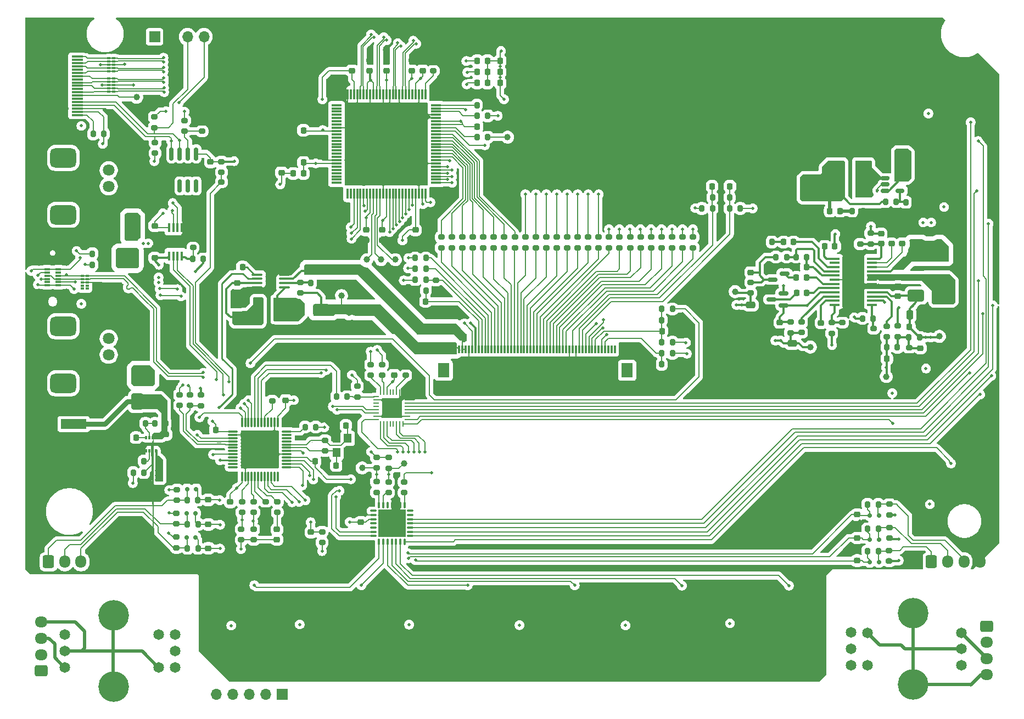
<source format=gbl>
G04 #@! TF.GenerationSoftware,KiCad,Pcbnew,9.0.0*
G04 #@! TF.CreationDate,2025-03-19T22:07:30+07:00*
G04 #@! TF.ProjectId,USB_Screen_V0,5553425f-5363-4726-9565-6e5f56302e6b,rev?*
G04 #@! TF.SameCoordinates,PX3f8d880PY80f7230*
G04 #@! TF.FileFunction,Copper,L4,Bot*
G04 #@! TF.FilePolarity,Positive*
%FSLAX46Y46*%
G04 Gerber Fmt 4.6, Leading zero omitted, Abs format (unit mm)*
G04 Created by KiCad (PCBNEW 9.0.0) date 2025-03-19 22:07:30*
%MOMM*%
%LPD*%
G01*
G04 APERTURE LIST*
G04 Aperture macros list*
%AMRoundRect*
0 Rectangle with rounded corners*
0 $1 Rounding radius*
0 $2 $3 $4 $5 $6 $7 $8 $9 X,Y pos of 4 corners*
0 Add a 4 corners polygon primitive as box body*
4,1,4,$2,$3,$4,$5,$6,$7,$8,$9,$2,$3,0*
0 Add four circle primitives for the rounded corners*
1,1,$1+$1,$2,$3*
1,1,$1+$1,$4,$5*
1,1,$1+$1,$6,$7*
1,1,$1+$1,$8,$9*
0 Add four rect primitives between the rounded corners*
20,1,$1+$1,$2,$3,$4,$5,0*
20,1,$1+$1,$4,$5,$6,$7,0*
20,1,$1+$1,$6,$7,$8,$9,0*
20,1,$1+$1,$8,$9,$2,$3,0*%
%AMFreePoly0*
4,1,153,0.406581,0.804743,0.408810,0.804000,0.410000,0.804000,0.411581,0.803743,0.413810,0.803000,0.415000,0.803000,0.416581,0.802743,0.419581,0.801743,0.420236,0.801472,0.421920,0.800630,0.424581,0.799743,0.426536,0.798536,0.427964,0.797108,0.429236,0.796472,0.430536,0.795536,0.431964,0.794108,0.433236,0.793472,0.434536,0.792536,0.442536,0.784536,0.443472,0.783236,
0.444108,0.781964,0.445536,0.780536,0.446472,0.779236,0.447108,0.777964,0.448536,0.776536,0.449743,0.774581,0.450630,0.771920,0.451472,0.770236,0.451743,0.769581,0.452743,0.766581,0.453000,0.765000,0.453000,0.763810,0.453743,0.761581,0.454000,0.760000,0.454000,0.758810,0.454743,0.756581,0.455000,0.755000,0.455000,-0.755000,0.454743,-0.756581,0.454000,-0.758810,
0.454000,-0.760000,0.453743,-0.761581,0.453000,-0.763810,0.453000,-0.765000,0.452743,-0.766581,0.451743,-0.769581,0.451472,-0.770236,0.450630,-0.771920,0.449743,-0.774581,0.448536,-0.776536,0.447108,-0.777964,0.446472,-0.779236,0.445536,-0.780536,0.444108,-0.781964,0.443472,-0.783236,0.442536,-0.784536,0.434536,-0.792536,0.433236,-0.793472,0.431964,-0.794108,0.430536,-0.795536,
0.429236,-0.796472,0.427964,-0.797108,0.426536,-0.798536,0.424581,-0.799743,0.421920,-0.800630,0.420236,-0.801472,0.419581,-0.801743,0.416581,-0.802743,0.415000,-0.803000,0.413810,-0.803000,0.411581,-0.803743,0.410000,-0.804000,0.408810,-0.804000,0.406581,-0.804743,0.405000,-0.805000,-0.405000,-0.805000,-0.406581,-0.804743,-0.408810,-0.804000,-0.410000,-0.804000,-0.411581,-0.803743,
-0.413810,-0.803000,-0.415000,-0.803000,-0.416581,-0.802743,-0.419581,-0.801743,-0.420236,-0.801472,-0.421920,-0.800630,-0.424581,-0.799743,-0.426536,-0.798536,-0.427964,-0.797108,-0.429236,-0.796472,-0.430536,-0.795536,-0.431964,-0.794108,-0.433236,-0.793472,-0.434536,-0.792536,-0.442536,-0.784536,-0.443472,-0.783236,-0.444108,-0.781964,-0.445536,-0.780536,-0.446472,-0.779236,-0.447108,-0.777964,
-0.448536,-0.776536,-0.449743,-0.774581,-0.450630,-0.771920,-0.451472,-0.770236,-0.451743,-0.769581,-0.452743,-0.766581,-0.453000,-0.765000,-0.453000,-0.763810,-0.453743,-0.761581,-0.454000,-0.760000,-0.454000,-0.758810,-0.454743,-0.756581,-0.455000,-0.755000,-0.455000,0.755000,-0.454743,0.756581,-0.454000,0.758810,-0.454000,0.760000,-0.453743,0.761581,-0.453000,0.763810,-0.453000,0.765000,
-0.452743,0.766581,-0.451743,0.769581,-0.451472,0.770236,-0.450630,0.771920,-0.449743,0.774581,-0.448536,0.776536,-0.447108,0.777964,-0.446472,0.779236,-0.445536,0.780536,-0.444108,0.781964,-0.443472,0.783236,-0.442536,0.784536,-0.434536,0.792536,-0.433236,0.793472,-0.431964,0.794108,-0.430536,0.795536,-0.429236,0.796472,-0.427964,0.797108,-0.426536,0.798536,-0.424581,0.799743,
-0.421920,0.800630,-0.420236,0.801472,-0.419581,0.801743,-0.416581,0.802743,-0.415000,0.803000,-0.413810,0.803000,-0.411581,0.803743,-0.410000,0.804000,-0.408810,0.804000,-0.406581,0.804743,-0.405000,0.805000,0.405000,0.805000,0.406581,0.804743,0.406581,0.804743,$1*%
G04 Aperture macros list end*
G04 #@! TA.AperFunction,ComponentPad*
%ADD10R,1.800000X1.800000*%
G04 #@! TD*
G04 #@! TA.AperFunction,ComponentPad*
%ADD11C,1.800000*%
G04 #@! TD*
G04 #@! TA.AperFunction,ComponentPad*
%ADD12RoundRect,0.750000X1.250000X0.750000X-1.250000X0.750000X-1.250000X-0.750000X1.250000X-0.750000X0*%
G04 #@! TD*
G04 #@! TA.AperFunction,ComponentPad*
%ADD13C,1.650000*%
G04 #@! TD*
G04 #@! TA.AperFunction,ComponentPad*
%ADD14C,4.708000*%
G04 #@! TD*
G04 #@! TA.AperFunction,SMDPad,CuDef*
%ADD15RoundRect,0.200000X-0.275000X0.200000X-0.275000X-0.200000X0.275000X-0.200000X0.275000X0.200000X0*%
G04 #@! TD*
G04 #@! TA.AperFunction,SMDPad,CuDef*
%ADD16RoundRect,0.218750X0.218750X0.256250X-0.218750X0.256250X-0.218750X-0.256250X0.218750X-0.256250X0*%
G04 #@! TD*
G04 #@! TA.AperFunction,SMDPad,CuDef*
%ADD17RoundRect,0.225000X-0.225000X-0.250000X0.225000X-0.250000X0.225000X0.250000X-0.225000X0.250000X0*%
G04 #@! TD*
G04 #@! TA.AperFunction,SMDPad,CuDef*
%ADD18RoundRect,0.200000X-0.200000X-0.275000X0.200000X-0.275000X0.200000X0.275000X-0.200000X0.275000X0*%
G04 #@! TD*
G04 #@! TA.AperFunction,SMDPad,CuDef*
%ADD19RoundRect,0.225000X0.250000X-0.225000X0.250000X0.225000X-0.250000X0.225000X-0.250000X-0.225000X0*%
G04 #@! TD*
G04 #@! TA.AperFunction,SMDPad,CuDef*
%ADD20RoundRect,0.225000X0.225000X0.250000X-0.225000X0.250000X-0.225000X-0.250000X0.225000X-0.250000X0*%
G04 #@! TD*
G04 #@! TA.AperFunction,SMDPad,CuDef*
%ADD21C,1.000000*%
G04 #@! TD*
G04 #@! TA.AperFunction,SMDPad,CuDef*
%ADD22R,1.800000X0.298000*%
G04 #@! TD*
G04 #@! TA.AperFunction,ComponentPad*
%ADD23C,1.900000*%
G04 #@! TD*
G04 #@! TA.AperFunction,SMDPad,CuDef*
%ADD24RoundRect,0.200000X0.275000X-0.200000X0.275000X0.200000X-0.275000X0.200000X-0.275000X-0.200000X0*%
G04 #@! TD*
G04 #@! TA.AperFunction,SMDPad,CuDef*
%ADD25RoundRect,0.225000X-0.250000X0.225000X-0.250000X-0.225000X0.250000X-0.225000X0.250000X0.225000X0*%
G04 #@! TD*
G04 #@! TA.AperFunction,ComponentPad*
%ADD26RoundRect,0.250000X-0.600000X-0.725000X0.600000X-0.725000X0.600000X0.725000X-0.600000X0.725000X0*%
G04 #@! TD*
G04 #@! TA.AperFunction,ComponentPad*
%ADD27O,1.700000X1.950000*%
G04 #@! TD*
G04 #@! TA.AperFunction,SMDPad,CuDef*
%ADD28RoundRect,0.075000X-0.200000X0.075000X-0.200000X-0.075000X0.200000X-0.075000X0.200000X0.075000X0*%
G04 #@! TD*
G04 #@! TA.AperFunction,SMDPad,CuDef*
%ADD29RoundRect,0.200000X0.200000X0.275000X-0.200000X0.275000X-0.200000X-0.275000X0.200000X-0.275000X0*%
G04 #@! TD*
G04 #@! TA.AperFunction,SMDPad,CuDef*
%ADD30RoundRect,0.250000X-0.475000X0.250000X-0.475000X-0.250000X0.475000X-0.250000X0.475000X0.250000X0*%
G04 #@! TD*
G04 #@! TA.AperFunction,SMDPad,CuDef*
%ADD31RoundRect,0.250000X1.000000X0.650000X-1.000000X0.650000X-1.000000X-0.650000X1.000000X-0.650000X0*%
G04 #@! TD*
G04 #@! TA.AperFunction,SMDPad,CuDef*
%ADD32RoundRect,0.150000X-0.150000X-0.200000X0.150000X-0.200000X0.150000X0.200000X-0.150000X0.200000X0*%
G04 #@! TD*
G04 #@! TA.AperFunction,ComponentPad*
%ADD33R,1.700000X1.700000*%
G04 #@! TD*
G04 #@! TA.AperFunction,ComponentPad*
%ADD34O,1.700000X1.700000*%
G04 #@! TD*
G04 #@! TA.AperFunction,SMDPad,CuDef*
%ADD35R,0.450000X1.450000*%
G04 #@! TD*
G04 #@! TA.AperFunction,SMDPad,CuDef*
%ADD36RoundRect,0.100000X0.687500X0.100000X-0.687500X0.100000X-0.687500X-0.100000X0.687500X-0.100000X0*%
G04 #@! TD*
G04 #@! TA.AperFunction,HeatsinkPad*
%ADD37R,3.400000X7.800000*%
G04 #@! TD*
G04 #@! TA.AperFunction,SMDPad,CuDef*
%ADD38RoundRect,0.250000X0.650000X-1.000000X0.650000X1.000000X-0.650000X1.000000X-0.650000X-1.000000X0*%
G04 #@! TD*
G04 #@! TA.AperFunction,SMDPad,CuDef*
%ADD39R,0.870000X0.300000*%
G04 #@! TD*
G04 #@! TA.AperFunction,ComponentPad*
%ADD40O,1.100000X1.350000*%
G04 #@! TD*
G04 #@! TA.AperFunction,SMDPad,CuDef*
%ADD41RoundRect,0.250000X-0.650000X1.000000X-0.650000X-1.000000X0.650000X-1.000000X0.650000X1.000000X0*%
G04 #@! TD*
G04 #@! TA.AperFunction,SMDPad,CuDef*
%ADD42RoundRect,0.218750X-0.218750X-0.256250X0.218750X-0.256250X0.218750X0.256250X-0.218750X0.256250X0*%
G04 #@! TD*
G04 #@! TA.AperFunction,SMDPad,CuDef*
%ADD43RoundRect,0.250000X0.475000X-0.250000X0.475000X0.250000X-0.475000X0.250000X-0.475000X-0.250000X0*%
G04 #@! TD*
G04 #@! TA.AperFunction,SMDPad,CuDef*
%ADD44RoundRect,0.250000X-1.425000X0.362500X-1.425000X-0.362500X1.425000X-0.362500X1.425000X0.362500X0*%
G04 #@! TD*
G04 #@! TA.AperFunction,SMDPad,CuDef*
%ADD45RoundRect,0.100000X-0.712500X-0.100000X0.712500X-0.100000X0.712500X0.100000X-0.712500X0.100000X0*%
G04 #@! TD*
G04 #@! TA.AperFunction,SMDPad,CuDef*
%ADD46R,0.300000X1.300000*%
G04 #@! TD*
G04 #@! TA.AperFunction,SMDPad,CuDef*
%ADD47R,1.800000X2.200000*%
G04 #@! TD*
G04 #@! TA.AperFunction,SMDPad,CuDef*
%ADD48R,2.400000X5.700000*%
G04 #@! TD*
G04 #@! TA.AperFunction,SMDPad,CuDef*
%ADD49RoundRect,0.150000X0.150000X0.200000X-0.150000X0.200000X-0.150000X-0.200000X0.150000X-0.200000X0*%
G04 #@! TD*
G04 #@! TA.AperFunction,SMDPad,CuDef*
%ADD50RoundRect,0.150000X-0.512500X-0.150000X0.512500X-0.150000X0.512500X0.150000X-0.512500X0.150000X0*%
G04 #@! TD*
G04 #@! TA.AperFunction,SMDPad,CuDef*
%ADD51RoundRect,0.250000X-1.000000X-0.650000X1.000000X-0.650000X1.000000X0.650000X-1.000000X0.650000X0*%
G04 #@! TD*
G04 #@! TA.AperFunction,ComponentPad*
%ADD52RoundRect,0.250000X0.725000X-0.600000X0.725000X0.600000X-0.725000X0.600000X-0.725000X-0.600000X0*%
G04 #@! TD*
G04 #@! TA.AperFunction,ComponentPad*
%ADD53O,1.950000X1.700000*%
G04 #@! TD*
G04 #@! TA.AperFunction,SMDPad,CuDef*
%ADD54R,3.700000X1.100000*%
G04 #@! TD*
G04 #@! TA.AperFunction,SMDPad,CuDef*
%ADD55R,1.200000X1.400000*%
G04 #@! TD*
G04 #@! TA.AperFunction,SMDPad,CuDef*
%ADD56RoundRect,0.075000X-0.437500X-0.075000X0.437500X-0.075000X0.437500X0.075000X-0.437500X0.075000X0*%
G04 #@! TD*
G04 #@! TA.AperFunction,SMDPad,CuDef*
%ADD57RoundRect,0.075000X-0.075000X-0.437500X0.075000X-0.437500X0.075000X0.437500X-0.075000X0.437500X0*%
G04 #@! TD*
G04 #@! TA.AperFunction,HeatsinkPad*
%ADD58R,4.250000X4.250000*%
G04 #@! TD*
G04 #@! TA.AperFunction,SMDPad,CuDef*
%ADD59RoundRect,0.218750X0.256250X-0.218750X0.256250X0.218750X-0.256250X0.218750X-0.256250X-0.218750X0*%
G04 #@! TD*
G04 #@! TA.AperFunction,SMDPad,CuDef*
%ADD60RoundRect,0.031250X-0.093750X0.218750X-0.093750X-0.218750X0.093750X-0.218750X0.093750X0.218750X0*%
G04 #@! TD*
G04 #@! TA.AperFunction,SMDPad,CuDef*
%ADD61FreePoly0,270.000000*%
G04 #@! TD*
G04 #@! TA.AperFunction,SMDPad,CuDef*
%ADD62RoundRect,0.150000X0.587500X0.150000X-0.587500X0.150000X-0.587500X-0.150000X0.587500X-0.150000X0*%
G04 #@! TD*
G04 #@! TA.AperFunction,ComponentPad*
%ADD63RoundRect,0.250000X-0.725000X0.600000X-0.725000X-0.600000X0.725000X-0.600000X0.725000X0.600000X0*%
G04 #@! TD*
G04 #@! TA.AperFunction,ComponentPad*
%ADD64R,4.000000X1.500000*%
G04 #@! TD*
G04 #@! TA.AperFunction,ComponentPad*
%ADD65R,1.300000X3.000000*%
G04 #@! TD*
G04 #@! TA.AperFunction,SMDPad,CuDef*
%ADD66RoundRect,0.250000X-0.250000X-0.475000X0.250000X-0.475000X0.250000X0.475000X-0.250000X0.475000X0*%
G04 #@! TD*
G04 #@! TA.AperFunction,SMDPad,CuDef*
%ADD67RoundRect,0.150000X0.150000X-0.825000X0.150000X0.825000X-0.150000X0.825000X-0.150000X-0.825000X0*%
G04 #@! TD*
G04 #@! TA.AperFunction,SMDPad,CuDef*
%ADD68RoundRect,0.150000X-0.587500X-0.150000X0.587500X-0.150000X0.587500X0.150000X-0.587500X0.150000X0*%
G04 #@! TD*
G04 #@! TA.AperFunction,SMDPad,CuDef*
%ADD69RoundRect,0.062500X0.375000X0.062500X-0.375000X0.062500X-0.375000X-0.062500X0.375000X-0.062500X0*%
G04 #@! TD*
G04 #@! TA.AperFunction,SMDPad,CuDef*
%ADD70RoundRect,0.062500X0.062500X0.375000X-0.062500X0.375000X-0.062500X-0.375000X0.062500X-0.375000X0*%
G04 #@! TD*
G04 #@! TA.AperFunction,HeatsinkPad*
%ADD71R,3.100000X3.100000*%
G04 #@! TD*
G04 #@! TA.AperFunction,SMDPad,CuDef*
%ADD72R,1.150000X3.600000*%
G04 #@! TD*
G04 #@! TA.AperFunction,SMDPad,CuDef*
%ADD73RoundRect,0.075000X0.662500X0.075000X-0.662500X0.075000X-0.662500X-0.075000X0.662500X-0.075000X0*%
G04 #@! TD*
G04 #@! TA.AperFunction,SMDPad,CuDef*
%ADD74RoundRect,0.075000X0.075000X0.662500X-0.075000X0.662500X-0.075000X-0.662500X0.075000X-0.662500X0*%
G04 #@! TD*
G04 #@! TA.AperFunction,SMDPad,CuDef*
%ADD75RoundRect,0.250000X0.250000X0.475000X-0.250000X0.475000X-0.250000X-0.475000X0.250000X-0.475000X0*%
G04 #@! TD*
G04 #@! TA.AperFunction,SMDPad,CuDef*
%ADD76R,1.600000X0.300000*%
G04 #@! TD*
G04 #@! TA.AperFunction,SMDPad,CuDef*
%ADD77R,0.300000X1.600000*%
G04 #@! TD*
G04 #@! TA.AperFunction,SMDPad,CuDef*
%ADD78R,5.200000X5.200000*%
G04 #@! TD*
G04 #@! TA.AperFunction,ViaPad*
%ADD79C,0.500000*%
G04 #@! TD*
G04 #@! TA.AperFunction,Conductor*
%ADD80C,0.200000*%
G04 #@! TD*
G04 #@! TA.AperFunction,Conductor*
%ADD81C,0.300000*%
G04 #@! TD*
G04 #@! TA.AperFunction,Conductor*
%ADD82C,0.150000*%
G04 #@! TD*
G04 #@! TA.AperFunction,Conductor*
%ADD83C,0.500000*%
G04 #@! TD*
G04 #@! TA.AperFunction,Conductor*
%ADD84C,0.250000*%
G04 #@! TD*
G04 #@! TA.AperFunction,Conductor*
%ADD85C,0.750000*%
G04 #@! TD*
G04 APERTURE END LIST*
D10*
X13300000Y78160000D03*
D11*
X13300000Y80660000D03*
X13300000Y83160000D03*
D12*
X6300000Y76260000D03*
X6300000Y85060000D03*
D13*
X144800000Y6760000D03*
X127800000Y6720000D03*
X144800000Y11760000D03*
X127800000Y11800000D03*
X144800000Y9260000D03*
X127800000Y9260000D03*
X130300000Y6760000D03*
X130300000Y11760000D03*
D14*
X137300000Y3760000D03*
X137300000Y14760000D03*
D13*
X6525000Y11435000D03*
X23525000Y11475000D03*
X6525000Y6435000D03*
X23525000Y6395000D03*
X6525000Y8935000D03*
X23525000Y8935000D03*
X21025000Y11435000D03*
X21025000Y6435000D03*
D14*
X14025000Y14435000D03*
X14025000Y3435000D03*
D10*
X13300000Y52160000D03*
D11*
X13300000Y54660000D03*
X13300000Y57160000D03*
D12*
X6300000Y50260000D03*
X6300000Y59060000D03*
D15*
X96933320Y72835000D03*
X96933320Y71185000D03*
D16*
X71687500Y100060000D03*
X70112500Y100060000D03*
D17*
X45125000Y38210000D03*
X46675000Y38210000D03*
D18*
X70075000Y91560000D03*
X71725000Y91560000D03*
D19*
X128720000Y22880000D03*
X128720000Y24430000D03*
D18*
X113912500Y72072500D03*
X115562500Y72072500D03*
D20*
X49875000Y43760000D03*
X48325000Y43760000D03*
D18*
X26225000Y69460000D03*
X27875000Y69460000D03*
D15*
X74299996Y72835000D03*
X74299996Y71185000D03*
D21*
X58817500Y37910000D03*
D15*
X120150000Y59735000D03*
X120150000Y58085000D03*
X133660000Y31590000D03*
X133660000Y29940000D03*
D18*
X130315000Y31555000D03*
X131965000Y31555000D03*
D22*
X8437500Y100687500D03*
X8437500Y100187500D03*
X8437500Y99687500D03*
X8437500Y99187500D03*
X8437500Y98687500D03*
X8437500Y98187500D03*
X8437500Y97687500D03*
X8437500Y97187500D03*
X8437500Y96687500D03*
X8437500Y96187500D03*
X8437500Y95687500D03*
X8437500Y95187500D03*
X8437500Y94687500D03*
X8437500Y94187500D03*
X8437500Y93687500D03*
X8437500Y93187500D03*
X8437500Y92687500D03*
X8437500Y92187500D03*
X8437500Y91687500D03*
D23*
X6137500Y89227500D03*
X2837500Y96477500D03*
X6137500Y103727500D03*
D24*
X35650000Y26085000D03*
X35650000Y27735000D03*
D25*
X28670000Y28470000D03*
X28670000Y26920000D03*
D26*
X140175000Y22710000D03*
D27*
X142675000Y22710000D03*
X145175000Y22710000D03*
X147675000Y22710000D03*
D19*
X135650000Y71810000D03*
X135650000Y73360000D03*
D15*
X66216666Y72835000D03*
X66216666Y71185000D03*
D28*
X14100000Y100460000D03*
X14100000Y99960000D03*
X14100000Y99460000D03*
X14100000Y98960000D03*
X14100000Y98460000D03*
X13330000Y98460000D03*
X13330000Y98960000D03*
X13330000Y99460000D03*
X13330000Y99960000D03*
X13330000Y100460000D03*
D29*
X62200000Y64585000D03*
X60550000Y64585000D03*
D18*
X10775000Y68560000D03*
X12425000Y68560000D03*
D30*
X118700000Y56410000D03*
X118700000Y54510000D03*
X49100000Y61660000D03*
X49100000Y59760000D03*
D31*
X46100000Y61560000D03*
X42100000Y61560000D03*
D19*
X39950000Y82785000D03*
X39950000Y84335000D03*
D15*
X82383326Y72835000D03*
X82383326Y71185000D03*
D24*
X58850000Y33385000D03*
X58850000Y35035000D03*
D18*
X48400000Y48210000D03*
X50050000Y48210000D03*
D15*
X71066664Y72835000D03*
X71066664Y71185000D03*
D25*
X60600000Y73935000D03*
X60600000Y72385000D03*
D15*
X46660000Y41475000D03*
X46660000Y39825000D03*
D19*
X128720000Y26380000D03*
X128720000Y27930000D03*
X138450000Y54160000D03*
X138450000Y55710000D03*
D15*
X69449998Y72835000D03*
X69449998Y71185000D03*
X80766660Y72835000D03*
X80766660Y71185000D03*
X87233324Y72835000D03*
X87233324Y71185000D03*
D18*
X130315000Y27805000D03*
X131965000Y27805000D03*
D21*
X53100000Y69360000D03*
D15*
X118450000Y59710000D03*
X118450000Y58060000D03*
D32*
X26720000Y26495000D03*
X25320000Y26495000D03*
D15*
X53700000Y53135000D03*
X53700000Y51485000D03*
D18*
X98575000Y54895000D03*
X100225000Y54895000D03*
X20425000Y44075000D03*
X22075000Y44075000D03*
D33*
X20375000Y103760000D03*
D34*
X22915000Y103760000D03*
X25455000Y103760000D03*
X27995000Y103760000D03*
D29*
X100225000Y60025000D03*
X98575000Y60025000D03*
D35*
X22625000Y74310000D03*
X23275000Y74310000D03*
X23925000Y74310000D03*
X24575000Y74310000D03*
X24575000Y69910000D03*
X23925000Y69910000D03*
X23275000Y69910000D03*
X22625000Y69910000D03*
D21*
X121500000Y55860000D03*
D24*
X124800000Y57985000D03*
X124800000Y59635000D03*
X112312500Y64197500D03*
X112312500Y65847500D03*
D36*
X131000000Y69510000D03*
X131000000Y68860000D03*
X131000000Y68210000D03*
X131000000Y67560000D03*
X131000000Y66910000D03*
X131000000Y66260000D03*
X131000000Y65610000D03*
X131000000Y64960000D03*
X131000000Y64310000D03*
X131000000Y63660000D03*
X131000000Y63010000D03*
X131000000Y62360000D03*
X125275000Y62360000D03*
X125275000Y63010000D03*
X125275000Y63660000D03*
X125275000Y64310000D03*
X125275000Y64960000D03*
X125275000Y65610000D03*
X125275000Y66260000D03*
X125275000Y66910000D03*
X125275000Y67560000D03*
X125275000Y68210000D03*
X125275000Y68860000D03*
X125275000Y69510000D03*
D37*
X128137500Y65935000D03*
D15*
X54600000Y35085000D03*
X54600000Y33435000D03*
D21*
X49200000Y63810000D03*
D20*
X125275000Y71410000D03*
X123725000Y71410000D03*
D29*
X27020000Y32245000D03*
X25370000Y32245000D03*
D38*
X16850000Y69560000D03*
X16850000Y73560000D03*
D39*
X3795000Y69380000D03*
X3795000Y67880000D03*
X3795000Y67380000D03*
X3795000Y66880000D03*
X3795000Y66380000D03*
X3795000Y65880000D03*
X3795000Y65380000D03*
X3795000Y63880000D03*
X5525000Y63880000D03*
X5525000Y65380000D03*
X5525000Y65880000D03*
X5525000Y66380000D03*
X5525000Y66880000D03*
X5525000Y67380000D03*
X5525000Y67880000D03*
X5525000Y69380000D03*
D40*
X6810000Y69030000D03*
X2510000Y69030000D03*
X6810000Y64230000D03*
X2510000Y64230000D03*
D18*
X70075000Y88260000D03*
X71725000Y88260000D03*
D21*
X74800000Y88260000D03*
D41*
X17700000Y51460000D03*
X17700000Y47460000D03*
D29*
X106400000Y77260000D03*
X104750000Y77260000D03*
D21*
X55300000Y69360000D03*
D42*
X124512500Y76855000D03*
X126087500Y76855000D03*
D15*
X25000000Y90835000D03*
X25000000Y89185000D03*
D21*
X122150000Y79305000D03*
D43*
X121900000Y81805000D03*
X121900000Y83705000D03*
D25*
X44500000Y27285000D03*
X44500000Y25735000D03*
D15*
X54600000Y38835000D03*
X54600000Y37185000D03*
X59100000Y53135000D03*
X59100000Y51485000D03*
D18*
X98575000Y61735000D03*
X100225000Y61735000D03*
D44*
X45150000Y73535000D03*
X45150000Y67610000D03*
D20*
X17525000Y41875000D03*
X15975000Y41875000D03*
D25*
X33100000Y65710000D03*
X33100000Y64160000D03*
X20400000Y74585000D03*
X20400000Y73035000D03*
D15*
X27700000Y90835000D03*
X27700000Y89185000D03*
D45*
X36187500Y65085000D03*
X36187500Y65735000D03*
X36187500Y66385000D03*
X36187500Y67035000D03*
X40412500Y67035000D03*
X40412500Y66385000D03*
X40412500Y65735000D03*
X40412500Y65085000D03*
D24*
X130800000Y71760000D03*
X130800000Y73410000D03*
D46*
X66850000Y55510000D03*
X67350000Y55510000D03*
X67850000Y55510000D03*
X68350000Y55510000D03*
X68850000Y55510000D03*
X69350000Y55510000D03*
X69850000Y55510000D03*
X70350000Y55510000D03*
X70850000Y55510000D03*
X71350000Y55510000D03*
X71850000Y55510000D03*
X72350000Y55510000D03*
X72850000Y55510000D03*
X73350000Y55510000D03*
X73850000Y55510000D03*
X74350000Y55510000D03*
X74850000Y55510000D03*
X75350000Y55510000D03*
X75850000Y55510000D03*
X76350000Y55510000D03*
X76850000Y55510000D03*
X77350000Y55510000D03*
X77850000Y55510000D03*
X78350000Y55510000D03*
X78850000Y55510000D03*
X79350000Y55510000D03*
X79850000Y55510000D03*
X80350000Y55510000D03*
X80850000Y55510000D03*
X81350000Y55510000D03*
X81850000Y55510000D03*
X82350000Y55510000D03*
X82850000Y55510000D03*
X83350000Y55510000D03*
X83850000Y55510000D03*
X84350000Y55510000D03*
X84850000Y55510000D03*
X85350000Y55510000D03*
X85850000Y55510000D03*
X86350000Y55510000D03*
X86850000Y55510000D03*
X87350000Y55510000D03*
X87850000Y55510000D03*
X88350000Y55510000D03*
X88850000Y55510000D03*
X89350000Y55510000D03*
X89850000Y55510000D03*
X90350000Y55510000D03*
X90850000Y55510000D03*
X91350000Y55510000D03*
D47*
X93250000Y52260000D03*
X64950000Y52260000D03*
D15*
X93699988Y72835000D03*
X93699988Y71185000D03*
D19*
X61700000Y98535000D03*
X61700000Y100085000D03*
D24*
X27500000Y46785000D03*
X27500000Y48435000D03*
D15*
X67833332Y72835000D03*
X67833332Y71185000D03*
D48*
X129650000Y81805000D03*
X125450000Y81805000D03*
D19*
X60050000Y98535000D03*
X60050000Y100085000D03*
D20*
X43325000Y84360000D03*
X41775000Y84360000D03*
D18*
X17325000Y44075000D03*
X18975000Y44075000D03*
D21*
X109900000Y64410000D03*
X141400000Y57510000D03*
D19*
X116800000Y58085000D03*
X116800000Y59635000D03*
D18*
X116175000Y69760000D03*
X117825000Y69760000D03*
D24*
X23750000Y28540000D03*
X23750000Y30190000D03*
D15*
X98549986Y72835000D03*
X98549986Y71185000D03*
D20*
X120925000Y64210000D03*
X119375000Y64210000D03*
D43*
X33125000Y60460000D03*
X33125000Y62360000D03*
D18*
X109050000Y77260000D03*
X110700000Y77260000D03*
D16*
X71687500Y98335000D03*
X70112500Y98335000D03*
D25*
X29000000Y84435000D03*
X29000000Y82885000D03*
D26*
X4025000Y22710000D03*
D27*
X6525000Y22710000D03*
X9025000Y22710000D03*
X11525000Y22710000D03*
D17*
X119325000Y68210000D03*
X120875000Y68210000D03*
D20*
X49925000Y37560000D03*
X48375000Y37560000D03*
D25*
X32050000Y31935000D03*
X32050000Y30385000D03*
D17*
X70125000Y89910000D03*
X71675000Y89910000D03*
D49*
X130670000Y29855000D03*
X132070000Y29855000D03*
D15*
X133250000Y59085000D03*
X133250000Y57435000D03*
D50*
X133062500Y80005000D03*
X133062500Y80955000D03*
X133062500Y81905000D03*
X135337500Y81905000D03*
X135337500Y80005000D03*
D29*
X110700000Y78960000D03*
X109050000Y78960000D03*
D18*
X119275000Y69760000D03*
X120925000Y69760000D03*
D25*
X53000000Y73935000D03*
X53000000Y72385000D03*
D29*
X46125000Y65710000D03*
X44475000Y65710000D03*
D24*
X20450000Y85785000D03*
X20450000Y87435000D03*
D51*
X137800000Y63810000D03*
X141800000Y63810000D03*
D25*
X55500000Y73935000D03*
X55500000Y72385000D03*
D21*
X17600000Y94410000D03*
D15*
X103400000Y72835000D03*
X103400000Y71185000D03*
D17*
X109100000Y80660000D03*
X110650000Y80660000D03*
D43*
X139900000Y71560000D03*
X139900000Y73460000D03*
D20*
X120887500Y66622500D03*
X119337500Y66622500D03*
D21*
X57500000Y69360000D03*
D24*
X35675000Y30335000D03*
X35675000Y31985000D03*
X126450000Y57985000D03*
X126450000Y59635000D03*
D29*
X129625000Y76860000D03*
X127975000Y76860000D03*
D18*
X17075000Y38260000D03*
X18725000Y38260000D03*
D15*
X79149994Y72835000D03*
X79149994Y71185000D03*
D30*
X112300000Y62360000D03*
X112300000Y60460000D03*
D29*
X137875000Y78210000D03*
X136225000Y78210000D03*
D52*
X2875000Y5885000D03*
D53*
X2875000Y8385000D03*
X2875000Y10885000D03*
X2875000Y13385000D03*
D18*
X133275000Y55810000D03*
X134925000Y55810000D03*
D15*
X133650000Y24460000D03*
X133650000Y22810000D03*
D17*
X73675000Y98335000D03*
X75225000Y98335000D03*
D54*
X141000000Y69610000D03*
X141000000Y66610000D03*
D15*
X100166652Y72835000D03*
X100166652Y71185000D03*
D32*
X26720000Y30195000D03*
X25320000Y30195000D03*
D15*
X134950000Y59110000D03*
X134950000Y57460000D03*
D24*
X63350000Y98485000D03*
X63350000Y100135000D03*
D15*
X88849990Y72835000D03*
X88849990Y71185000D03*
D25*
X123150000Y59585000D03*
X123150000Y58035000D03*
D42*
X41762500Y82660000D03*
X43337500Y82660000D03*
D15*
X56450000Y35035000D03*
X56450000Y33385000D03*
D20*
X106350000Y80660000D03*
X104800000Y80660000D03*
D25*
X112312500Y68922500D03*
X112312500Y67372500D03*
D55*
X50150000Y41760000D03*
X50150000Y39560000D03*
X48450000Y39560000D03*
X48450000Y41760000D03*
D56*
X54112500Y26680000D03*
X54112500Y27330000D03*
X54112500Y27980000D03*
X54112500Y28630000D03*
X54112500Y29280000D03*
X54112500Y29930000D03*
X54112500Y30580000D03*
D57*
X55000000Y31467500D03*
X55650000Y31467500D03*
X56300000Y31467500D03*
X56950000Y31467500D03*
X57600000Y31467500D03*
X58250000Y31467500D03*
X58900000Y31467500D03*
D56*
X59787500Y30580000D03*
X59787500Y29930000D03*
X59787500Y29280000D03*
X59787500Y28630000D03*
X59787500Y27980000D03*
X59787500Y27330000D03*
X59787500Y26680000D03*
D57*
X58900000Y25792500D03*
X58250000Y25792500D03*
X57600000Y25792500D03*
X56950000Y25792500D03*
X56300000Y25792500D03*
X55650000Y25792500D03*
X55000000Y25792500D03*
D58*
X56950000Y28630000D03*
D24*
X23820000Y32200000D03*
X23820000Y33850000D03*
D15*
X38500000Y49235000D03*
X38500000Y47585000D03*
D19*
X53550000Y98535000D03*
X53550000Y100085000D03*
D18*
X129525000Y60285000D03*
X131175000Y60285000D03*
D20*
X43325000Y89310000D03*
X41775000Y89310000D03*
D19*
X20400000Y69635000D03*
X20400000Y71185000D03*
D17*
X133300000Y54060000D03*
X134850000Y54060000D03*
D24*
X30700000Y82835000D03*
X30700000Y84485000D03*
D19*
X135000000Y63685000D03*
X135000000Y65235000D03*
D21*
X52400000Y37210000D03*
D25*
X28620000Y32270000D03*
X28620000Y30720000D03*
D15*
X24250000Y48485000D03*
X24250000Y46835000D03*
D21*
X133200000Y51310000D03*
D15*
X95316654Y72835000D03*
X95316654Y71185000D03*
D24*
X33862500Y30335000D03*
X33862500Y31985000D03*
D18*
X43575000Y43510000D03*
X45225000Y43510000D03*
X60550000Y69610000D03*
X62200000Y69610000D03*
D25*
X22150000Y42350000D03*
X22150000Y40800000D03*
D15*
X25850000Y48485000D03*
X25850000Y46835000D03*
D19*
X52177500Y28805000D03*
X52177500Y30355000D03*
D17*
X136775000Y58960000D03*
X138325000Y58960000D03*
D24*
X33750000Y26085000D03*
X33750000Y27735000D03*
D20*
X118912500Y72072500D03*
X117362500Y72072500D03*
D15*
X129175000Y73410000D03*
X129175000Y71760000D03*
D29*
X12550000Y88760000D03*
X10900000Y88760000D03*
D19*
X128720000Y29980000D03*
X128720000Y31530000D03*
D59*
X39250000Y26122500D03*
X39250000Y27697500D03*
D49*
X130670000Y22655000D03*
X132070000Y22655000D03*
D15*
X72683330Y72835000D03*
X72683330Y71185000D03*
D29*
X18725000Y36460000D03*
X17075000Y36460000D03*
D15*
X75916662Y72835000D03*
X75916662Y71185000D03*
D18*
X60550000Y67935000D03*
X62200000Y67935000D03*
D17*
X73675000Y100060000D03*
X75225000Y100060000D03*
D60*
X19100000Y41845000D03*
X19600000Y41845000D03*
X20100000Y41845000D03*
X20600000Y41845000D03*
X20600000Y39875000D03*
X20100000Y39875000D03*
X19600000Y39875000D03*
X19100000Y39875000D03*
D61*
X19850000Y40860000D03*
D62*
X117350000Y64160000D03*
X117350000Y62260000D03*
X115475000Y63210000D03*
D29*
X134725000Y78305000D03*
X133075000Y78305000D03*
D28*
X10000000Y66860000D03*
X10000000Y66360000D03*
X10000000Y65860000D03*
X10000000Y65360000D03*
X10000000Y64860000D03*
X9230000Y64860000D03*
X9230000Y65360000D03*
X9230000Y65860000D03*
X9230000Y66360000D03*
X9230000Y66860000D03*
D20*
X33925000Y68210000D03*
X32375000Y68210000D03*
D24*
X51637500Y48162500D03*
X51637500Y49812500D03*
D29*
X71725000Y93210000D03*
X70075000Y93210000D03*
D24*
X63750000Y64485000D03*
X63750000Y66135000D03*
D29*
X27095000Y24795000D03*
X25445000Y24795000D03*
D25*
X132400000Y73360000D03*
X132400000Y71810000D03*
D15*
X26300000Y72860000D03*
X26300000Y71210000D03*
X55500000Y53135000D03*
X55500000Y51485000D03*
X39300000Y31985000D03*
X39300000Y30335000D03*
D24*
X30700000Y79685000D03*
X30700000Y81335000D03*
D18*
X60550000Y66260000D03*
X62200000Y66260000D03*
D29*
X100225000Y53185000D03*
X98575000Y53185000D03*
D15*
X133680000Y28010000D03*
X133680000Y26360000D03*
X131250000Y58685000D03*
X131250000Y57035000D03*
D63*
X148700000Y12785000D03*
D53*
X148700000Y10285000D03*
X148700000Y7785000D03*
X148700000Y5285000D03*
D64*
X7900000Y43960000D03*
D65*
X13130000Y41290000D03*
X10630000Y38010000D03*
D15*
X85616658Y72835000D03*
X85616658Y71185000D03*
X101783318Y72835000D03*
X101783318Y71185000D03*
D18*
X104750000Y78960000D03*
X106400000Y78960000D03*
D19*
X56150000Y98535000D03*
X56150000Y100085000D03*
D15*
X56500000Y38785000D03*
X56500000Y37135000D03*
D66*
X136850000Y60810000D03*
X138750000Y60810000D03*
D67*
X26805000Y80735000D03*
X25535000Y80735000D03*
X24265000Y80735000D03*
X22995000Y80735000D03*
X22995000Y85685000D03*
X24265000Y85685000D03*
X25535000Y85685000D03*
X26805000Y85685000D03*
D66*
X21050000Y37960000D03*
X22950000Y37960000D03*
D29*
X27095000Y28495000D03*
X25445000Y28495000D03*
D15*
X46200000Y27335000D03*
X46200000Y25685000D03*
D18*
X130315000Y24355000D03*
X131965000Y24355000D03*
D20*
X29775000Y43060000D03*
X28225000Y43060000D03*
D15*
X90466656Y72835000D03*
X90466656Y71185000D03*
D49*
X130670000Y26155000D03*
X132070000Y26155000D03*
D19*
X134000000Y71810000D03*
X134000000Y73360000D03*
D68*
X115625000Y66260000D03*
X115625000Y68160000D03*
X117500000Y67210000D03*
D19*
X57300000Y51535000D03*
X57300000Y53085000D03*
D28*
X14072500Y97297500D03*
X14072500Y96797500D03*
X14072500Y96297500D03*
X14072500Y95797500D03*
X14072500Y95297500D03*
X13302500Y95297500D03*
X13302500Y95797500D03*
X13302500Y96297500D03*
X13302500Y96797500D03*
X13302500Y97297500D03*
D18*
X98575000Y56605000D03*
X100225000Y56605000D03*
D69*
X59387500Y48197500D03*
X59387500Y47697500D03*
X59387500Y47197500D03*
X59387500Y46697500D03*
X59387500Y46197500D03*
X59387500Y45697500D03*
X59387500Y45197500D03*
X59387500Y44697500D03*
D70*
X58700000Y44010000D03*
X58200000Y44010000D03*
X57700000Y44010000D03*
X57200000Y44010000D03*
X56700000Y44010000D03*
X56200000Y44010000D03*
X55700000Y44010000D03*
X55200000Y44010000D03*
D69*
X54512500Y44697500D03*
X54512500Y45197500D03*
X54512500Y45697500D03*
X54512500Y46197500D03*
X54512500Y46697500D03*
X54512500Y47197500D03*
X54512500Y47697500D03*
X54512500Y48197500D03*
D70*
X55200000Y48885000D03*
X55700000Y48885000D03*
X56200000Y48885000D03*
X56700000Y48885000D03*
X57200000Y48885000D03*
X57700000Y48885000D03*
X58200000Y48885000D03*
X58700000Y48885000D03*
D71*
X56950000Y46447500D03*
D15*
X20350000Y91385000D03*
X20350000Y89735000D03*
D17*
X73675000Y96610000D03*
X75225000Y96610000D03*
D24*
X23750000Y24860000D03*
X23750000Y26510000D03*
D72*
X36375000Y61660000D03*
X39325000Y61660000D03*
D15*
X92083322Y72835000D03*
X92083322Y71185000D03*
X136750000Y55785000D03*
X136750000Y54135000D03*
D19*
X50800000Y98535000D03*
X50800000Y100085000D03*
D15*
X77533328Y72835000D03*
X77533328Y71185000D03*
D19*
X40600000Y47635000D03*
X40600000Y49185000D03*
D33*
X40025000Y2285000D03*
D34*
X37485000Y2285000D03*
X34945000Y2285000D03*
X32405000Y2285000D03*
X29865000Y2285000D03*
D20*
X62150000Y62910000D03*
X60600000Y62910000D03*
D15*
X83999992Y72835000D03*
X83999992Y71185000D03*
D18*
X10775000Y70260000D03*
X12425000Y70260000D03*
D24*
X37487500Y30335000D03*
X37487500Y31985000D03*
D15*
X64600000Y72835000D03*
X64600000Y71185000D03*
D25*
X28670000Y24795000D03*
X28670000Y23245000D03*
D18*
X136675000Y57360000D03*
X138325000Y57360000D03*
D16*
X71687500Y96610000D03*
X70112500Y96610000D03*
D73*
X40762500Y42810000D03*
X40762500Y42310000D03*
X40762500Y41810000D03*
X40762500Y41310000D03*
X40762500Y40810000D03*
X40762500Y40310000D03*
X40762500Y39810000D03*
X40762500Y39310000D03*
X40762500Y38810000D03*
X40762500Y38310000D03*
X40762500Y37810000D03*
X40762500Y37310000D03*
D74*
X39350000Y35897500D03*
X38850000Y35897500D03*
X38350000Y35897500D03*
X37850000Y35897500D03*
X37350000Y35897500D03*
X36850000Y35897500D03*
X36350000Y35897500D03*
X35850000Y35897500D03*
X35350000Y35897500D03*
X34850000Y35897500D03*
X34350000Y35897500D03*
X33850000Y35897500D03*
D73*
X32437500Y37310000D03*
X32437500Y37810000D03*
X32437500Y38310000D03*
X32437500Y38810000D03*
X32437500Y39310000D03*
X32437500Y39810000D03*
X32437500Y40310000D03*
X32437500Y40810000D03*
X32437500Y41310000D03*
X32437500Y41810000D03*
X32437500Y42310000D03*
X32437500Y42810000D03*
D74*
X33850000Y44222500D03*
X34350000Y44222500D03*
X34850000Y44222500D03*
X35350000Y44222500D03*
X35850000Y44222500D03*
X36350000Y44222500D03*
X36850000Y44222500D03*
X37350000Y44222500D03*
X37850000Y44222500D03*
X38350000Y44222500D03*
X38850000Y44222500D03*
X39350000Y44222500D03*
D75*
X135370000Y83985000D03*
X133470000Y83985000D03*
D15*
X42880000Y65835000D03*
X42880000Y64185000D03*
D76*
X63800000Y93210000D03*
X63800000Y92710000D03*
X63800000Y92210000D03*
X63800000Y91710000D03*
X63800000Y91210000D03*
X63800000Y90710000D03*
X63800000Y90210000D03*
X63800000Y89710000D03*
X63800000Y89210000D03*
X63800000Y88710000D03*
X63800000Y88210000D03*
X63800000Y87710000D03*
X63800000Y87210000D03*
X63800000Y86710000D03*
X63800000Y86210000D03*
X63800000Y85710000D03*
X63800000Y85210000D03*
X63800000Y84710000D03*
X63800000Y84210000D03*
X63800000Y83710000D03*
X63800000Y83210000D03*
X63800000Y82710000D03*
X63800000Y82210000D03*
X63800000Y81710000D03*
X63800000Y81210000D03*
D77*
X62120000Y79530000D03*
X61620000Y79530000D03*
X61120000Y79530000D03*
X60620000Y79530000D03*
X60120000Y79530000D03*
X59620000Y79530000D03*
X59120000Y79530000D03*
X58620000Y79530000D03*
X58120000Y79530000D03*
X57620000Y79530000D03*
X57120000Y79530000D03*
X56620000Y79530000D03*
X56120000Y79530000D03*
X55620000Y79530000D03*
X55120000Y79530000D03*
X54620000Y79530000D03*
X54120000Y79530000D03*
X53620000Y79530000D03*
X53120000Y79530000D03*
X52620000Y79530000D03*
X52120000Y79530000D03*
X51620000Y79530000D03*
X51120000Y79530000D03*
X50620000Y79530000D03*
X50120000Y79530000D03*
D76*
X48440000Y81210000D03*
X48440000Y81710000D03*
X48440000Y82210000D03*
X48440000Y82710000D03*
X48440000Y83210000D03*
X48440000Y83710000D03*
X48440000Y84210000D03*
X48440000Y84710000D03*
X48440000Y85210000D03*
X48440000Y85710000D03*
X48440000Y86210000D03*
X48440000Y86710000D03*
X48440000Y87210000D03*
X48440000Y87710000D03*
X48440000Y88210000D03*
X48440000Y88710000D03*
X48440000Y89210000D03*
X48440000Y89710000D03*
X48440000Y90210000D03*
X48440000Y90710000D03*
X48440000Y91210000D03*
X48440000Y91710000D03*
X48440000Y92210000D03*
X48440000Y92710000D03*
X48440000Y93210000D03*
D77*
X50120000Y94890000D03*
X50620000Y94890000D03*
X51120000Y94890000D03*
X51620000Y94890000D03*
X52120000Y94890000D03*
X52620000Y94890000D03*
X53120000Y94890000D03*
X53620000Y94890000D03*
X54120000Y94890000D03*
X54620000Y94890000D03*
X55120000Y94890000D03*
X55620000Y94890000D03*
X56120000Y94890000D03*
X56620000Y94890000D03*
X57120000Y94890000D03*
X57620000Y94890000D03*
X58120000Y94890000D03*
X58620000Y94890000D03*
X59120000Y94890000D03*
X59620000Y94890000D03*
X60120000Y94890000D03*
X60620000Y94890000D03*
X61120000Y94890000D03*
X61620000Y94890000D03*
X62120000Y94890000D03*
D78*
X56120000Y87210000D03*
D17*
X98625000Y58315000D03*
X100175000Y58315000D03*
D32*
X26770000Y33945000D03*
X25370000Y33945000D03*
D79*
X119400000Y83675000D03*
X56172044Y89201796D03*
X58172044Y87701796D03*
X57950000Y27630000D03*
X85350000Y53520000D03*
X129110000Y28965000D03*
X56172044Y87701796D03*
X58172044Y88451796D03*
X12000000Y99435000D03*
X58172044Y85451796D03*
X54172044Y89251796D03*
X55172044Y85451796D03*
X58150000Y93210000D03*
X44550000Y74390000D03*
X56950000Y29630000D03*
X128876066Y67155952D03*
X101750000Y61010000D03*
X117350000Y68210000D03*
X55650000Y93210000D03*
X52650000Y77710000D03*
X128876066Y66405952D03*
X56172044Y85451796D03*
X54172044Y86251796D03*
X56172044Y88451796D03*
X54172044Y85501796D03*
X58172044Y86951796D03*
X127462500Y67910000D03*
X17100000Y96335000D03*
X44450000Y24310000D03*
X13500000Y91960000D03*
X131800000Y80025000D03*
X55800000Y101710000D03*
X61090000Y81210000D03*
X31500000Y10410000D03*
X27000000Y43460000D03*
X128876066Y65655952D03*
X57950000Y45447500D03*
X57950000Y46447500D03*
X57950000Y29630000D03*
X54172044Y88501796D03*
X61750000Y91560000D03*
X127513264Y63392063D03*
X57950000Y28630000D03*
X56950000Y27630000D03*
X44050000Y86360000D03*
X55172044Y89201796D03*
X53650000Y93210000D03*
X49425000Y10610001D03*
X55950000Y28630000D03*
X39050000Y39360000D03*
X33600000Y4910000D03*
X132350000Y83975000D03*
X12650000Y65410000D03*
X46450000Y44560000D03*
X128876066Y67905952D03*
X127462500Y67160000D03*
X68900000Y53235000D03*
X59600000Y63260000D03*
X57172044Y86951796D03*
X55650000Y81410000D03*
X60500000Y71560000D03*
X57172044Y89201796D03*
X128100000Y33615000D03*
X55172044Y86201796D03*
X51650000Y93210000D03*
X127462500Y69410000D03*
X20400000Y40860000D03*
X62100000Y84160000D03*
X47600000Y65760000D03*
X127462500Y65660000D03*
X56950000Y46447500D03*
X61477500Y48787500D03*
X57172044Y85451796D03*
X127513264Y64892063D03*
X55172044Y87701796D03*
X41850000Y68340000D03*
X55950000Y47447500D03*
X12325000Y96285000D03*
X15750000Y99510000D03*
X56950000Y45447500D03*
X61750000Y90310000D03*
X38850000Y42360000D03*
X58172044Y86201796D03*
X31600000Y18935000D03*
X127513264Y64142063D03*
X54172044Y87001796D03*
X18375000Y39900000D03*
X57172044Y88451796D03*
X46400000Y74390000D03*
X103225000Y56060000D03*
X65150000Y64160000D03*
X128926830Y63388015D03*
X55950000Y46447500D03*
X127462500Y66410000D03*
X59100000Y64610000D03*
X56172044Y86951796D03*
X102575000Y52860000D03*
X55172044Y88451796D03*
X84350000Y53470000D03*
X56172044Y86201796D03*
X118350000Y68210000D03*
X55950000Y27630000D03*
X55950000Y29630000D03*
X45450000Y74390000D03*
X128926830Y64888015D03*
X34450000Y42210000D03*
X56950000Y47447500D03*
X57172044Y87701796D03*
X58172044Y89201796D03*
X43600000Y74390000D03*
X127462500Y68660000D03*
X56650000Y93210000D03*
X50150000Y93210000D03*
X55950000Y45447500D03*
X19300000Y40860000D03*
X56800000Y71810000D03*
X56950000Y28630000D03*
X127850000Y24410000D03*
X139200000Y78260000D03*
X128876066Y68655952D03*
X54172044Y87751796D03*
X128810000Y32865000D03*
X57172044Y86201796D03*
X32446446Y27106446D03*
X37650000Y29110000D03*
X55172044Y86951796D03*
X53450000Y102110000D03*
X50840000Y59850000D03*
X57950000Y47447500D03*
X50120000Y89740000D03*
X128926830Y64138015D03*
X61150000Y93210000D03*
X128876066Y69405952D03*
X69100000Y59585000D03*
X32187500Y12872500D03*
X46550000Y43460000D03*
X134525000Y29935000D03*
X93000000Y12885000D03*
X73675000Y97510000D03*
X139700000Y91910000D03*
X33050000Y34110000D03*
X102450000Y54835000D03*
X102325000Y56560000D03*
X73800000Y101560000D03*
X9075000Y90010000D03*
X59625000Y13010000D03*
X140125000Y75097500D03*
X46200000Y24360000D03*
X76650000Y12932499D03*
X134125000Y48750000D03*
X139920000Y31585000D03*
X33700000Y24660000D03*
X50650000Y35460000D03*
X50450000Y28860000D03*
X50800000Y51560000D03*
X22620000Y30245000D03*
X19400000Y71875000D03*
X120340000Y80145000D03*
X39750000Y80960000D03*
X120360000Y79435000D03*
X21000000Y66610000D03*
X22620000Y33795000D03*
X21000000Y65860000D03*
X135130000Y22905000D03*
X103750000Y77310000D03*
X17000000Y34860000D03*
X142112500Y77476250D03*
X53750000Y39710000D03*
X112600000Y77260000D03*
X120340000Y80840000D03*
X9075000Y62535000D03*
X74250000Y94110000D03*
X26650000Y67560000D03*
X57050000Y50510000D03*
X22570000Y27145000D03*
X21050000Y68560000D03*
X135130000Y26205000D03*
X139325000Y52550000D03*
X109101051Y13211057D03*
X63100000Y36460000D03*
X120340000Y81535000D03*
X41850000Y47660000D03*
X29300000Y44410000D03*
X73675000Y99210000D03*
X42760000Y13037500D03*
X138900000Y75097500D03*
X18625000Y71875000D03*
X135070000Y85330000D03*
X34920000Y59590000D03*
X124850000Y56160000D03*
X14900000Y69960000D03*
X19200000Y52460000D03*
X135065000Y86080000D03*
X19900000Y50360000D03*
X136475000Y85350000D03*
X20700000Y35360000D03*
X14900000Y68560000D03*
X19200000Y50360000D03*
X21400000Y36060000D03*
X14900000Y69260000D03*
X125350000Y73310000D03*
X21400000Y36760000D03*
X137230000Y72135000D03*
X19900000Y52460000D03*
X20700000Y36760000D03*
X19900000Y51760000D03*
X138025000Y72135000D03*
X27450000Y49510000D03*
X15600000Y68560000D03*
X19900000Y51060000D03*
X15600000Y69260000D03*
X135775000Y86100000D03*
X137250000Y71425000D03*
X19200000Y51060000D03*
X135780000Y85350000D03*
X15600000Y69960000D03*
X136470000Y86100000D03*
X20700000Y36060000D03*
X21400000Y35360000D03*
X138025000Y71440000D03*
X34225000Y59590000D03*
X35630000Y59610000D03*
X19200000Y51760000D03*
X8150000Y65880000D03*
X9625000Y68660000D03*
X24700000Y49960000D03*
X2850000Y66360000D03*
X27850000Y51910000D03*
X6750000Y67010000D03*
X25600000Y49910000D03*
X27850000Y51210000D03*
X8350000Y70710000D03*
X2350000Y66960000D03*
X26975000Y42335000D03*
X27300000Y45010000D03*
X68350000Y92460000D03*
X71300000Y87010000D03*
X46300000Y89360000D03*
X68500000Y96410000D03*
X67550000Y90710000D03*
X55550000Y75410000D03*
X73300000Y91560000D03*
X146225000Y90560000D03*
X147175000Y79950000D03*
X147400000Y66075000D03*
X44250000Y36060000D03*
X44850000Y35410000D03*
X147375000Y87647500D03*
X148975000Y74925000D03*
X149650000Y62300000D03*
X44450000Y28810000D03*
X43250000Y39460000D03*
X30420000Y32220000D03*
X43650000Y32210000D03*
X30470000Y28420000D03*
X42650000Y31960000D03*
X30470000Y24745000D03*
X41600000Y31910000D03*
X60600000Y22960000D03*
X34850000Y47660000D03*
X33650000Y46460000D03*
X59550000Y23260000D03*
X30450000Y38360000D03*
X30300000Y46510000D03*
X59468973Y24051740D03*
X34200000Y47110000D03*
X58600000Y72310000D03*
X65850000Y84660000D03*
X45200000Y84210000D03*
X53000000Y75810000D03*
X46250000Y94110000D03*
X56120000Y97110000D03*
X60050000Y97360000D03*
X68600000Y98260000D03*
X53650000Y97110000D03*
X68450000Y100010000D03*
X61375000Y97335000D03*
X22100000Y92260000D03*
X12375000Y87235000D03*
X20350000Y84560000D03*
X32650000Y84560000D03*
X21650000Y76500000D03*
X25000000Y92210000D03*
X140050000Y57360000D03*
X130850000Y74510000D03*
X139250000Y57360000D03*
X89475000Y58785000D03*
X117350000Y65360000D03*
X137257500Y62217500D03*
X134225000Y44085000D03*
X148125000Y61000000D03*
X146025000Y51825000D03*
X62050000Y39710000D03*
X61200000Y39710000D03*
X58650000Y39710000D03*
X47850000Y46685000D03*
X60350000Y39710000D03*
X59500000Y39710000D03*
X57800000Y39710000D03*
X48500000Y46160000D03*
X23900000Y64785000D03*
X21175000Y64860000D03*
X54700000Y55410000D03*
X46050000Y51860000D03*
X56450000Y36210000D03*
X53700000Y55160000D03*
X46850000Y52310000D03*
X54600000Y36160000D03*
X147675000Y48535000D03*
X149412500Y51397500D03*
X143175000Y37900000D03*
X101695000Y19024999D03*
X118195000Y19024999D03*
X68660000Y19054999D03*
X24450000Y63685000D03*
X48900000Y33660000D03*
X21275000Y63860000D03*
X85160000Y19054999D03*
X52250000Y19085000D03*
X35750000Y19085000D03*
X48350000Y32710000D03*
X35150000Y53360000D03*
X29400000Y39260000D03*
X121000000Y62260000D03*
X128250000Y60460000D03*
X116900000Y56860000D03*
X116100000Y56860000D03*
X88500000Y59485000D03*
X110900000Y62360000D03*
X110100000Y62360000D03*
X89550000Y60085000D03*
X90075000Y57760000D03*
X68150000Y59535000D03*
X133150000Y52710000D03*
X23175000Y78085000D03*
X22950000Y87660000D03*
X24116054Y93618946D03*
X58329810Y102330190D03*
X21800000Y96722500D03*
X21750000Y99885000D03*
X54229810Y103680190D03*
X53770190Y104139810D03*
X21750000Y100535000D03*
X55720190Y103689810D03*
X21750000Y99035000D03*
X21850000Y95872500D03*
X60270190Y103139810D03*
X21800000Y97372500D03*
X57870190Y102789810D03*
X21850000Y95222500D03*
X60729810Y102680190D03*
X24265000Y87760000D03*
X23100000Y76960000D03*
X21750000Y98385000D03*
X56179810Y103230190D03*
X65550000Y83710000D03*
X88866662Y79460000D03*
X87249996Y79460000D03*
X66250000Y83210000D03*
X85633330Y79460000D03*
X65550000Y82710000D03*
X84016664Y79460000D03*
X66250000Y82210000D03*
X65550000Y81710000D03*
X82399998Y79460000D03*
X66250000Y81210000D03*
X80783332Y79460000D03*
X79166666Y79460000D03*
X62900000Y78210000D03*
X61750000Y77910000D03*
X77550000Y79460000D03*
X60120000Y77780000D03*
X101766662Y74060000D03*
X59620000Y77080000D03*
X100149996Y74060000D03*
X98533330Y74060000D03*
X59120000Y76410000D03*
X96916664Y74060000D03*
X58620000Y75792503D03*
X50700000Y73410000D03*
X59450000Y68010000D03*
X58150000Y75260000D03*
X95299998Y74060000D03*
X59500000Y69610000D03*
X50600000Y74360000D03*
X29900000Y50810000D03*
X35600000Y28960000D03*
X31000000Y48460000D03*
X33850000Y29210000D03*
X93683332Y74060000D03*
X57650000Y74710000D03*
X57120000Y74160000D03*
X92066666Y74060000D03*
X90450000Y74060000D03*
X56620000Y73610000D03*
X50750000Y72560000D03*
X58800000Y66160000D03*
X103383344Y74060000D03*
X52850000Y76810000D03*
X132950000Y62810000D03*
X135100000Y61910000D03*
X43150000Y34510000D03*
X31850000Y50510000D03*
X2400000Y65510000D03*
X17700000Y75360000D03*
X17700000Y76060000D03*
X17000000Y76060000D03*
X17000000Y75360000D03*
X8875000Y69635000D03*
X16300000Y76060000D03*
X7950000Y64810000D03*
X1350000Y67610000D03*
X16300000Y75360000D03*
D80*
X135725000Y65235000D02*
X136000000Y64960000D01*
X60600000Y71660000D02*
X60500000Y71560000D01*
X62150000Y84210000D02*
X62100000Y84160000D01*
X12772500Y92687500D02*
X13500000Y91960000D01*
X60600000Y72385000D02*
X60600000Y71660000D01*
X52650000Y77710000D02*
X52620000Y77740000D01*
X48440000Y84710000D02*
X46350000Y84710000D01*
X63800000Y84210000D02*
X62150000Y84210000D01*
X46125000Y65710000D02*
X47550000Y65710000D01*
X34350000Y42310000D02*
X34450000Y42210000D01*
X2860000Y69380000D02*
X2510000Y69030000D01*
X128700000Y24410000D02*
X128720000Y24430000D01*
X41850000Y67440000D02*
X41850000Y68340000D01*
X102250000Y53185000D02*
X102575000Y52860000D01*
D81*
X117350000Y68210000D02*
X118350000Y68210000D01*
D80*
X6460000Y69380000D02*
X6810000Y69030000D01*
X50120000Y93240000D02*
X50150000Y93210000D01*
X47250000Y43760000D02*
X46450000Y44560000D01*
X100225000Y60025000D02*
X100225000Y58365000D01*
X60550000Y64585000D02*
X59125000Y64585000D01*
X44500000Y25735000D02*
X44500000Y24360000D01*
X63800000Y91210000D02*
X62650000Y91210000D01*
X132480000Y80955000D02*
X133062500Y80955000D01*
X61120000Y93240000D02*
X61150000Y93210000D01*
X52602500Y29930000D02*
X52177500Y30355000D01*
X131000000Y65610000D02*
X128462500Y65610000D01*
X60387500Y47697500D02*
X61477500Y48787500D01*
X60050000Y100010000D02*
X63275000Y100010000D01*
X55700000Y47697500D02*
X56950000Y46447500D01*
D81*
X133600000Y64960000D02*
X131000000Y64960000D01*
D80*
X68850000Y55510000D02*
X68850000Y53285000D01*
D81*
X138750000Y60810000D02*
X138750000Y59385000D01*
D80*
X55620000Y79530000D02*
X55620000Y81380000D01*
X5525000Y63880000D02*
X6460000Y63880000D01*
X56150000Y101360000D02*
X55800000Y101710000D01*
X58200000Y47697500D02*
X57950000Y47447500D01*
X39100000Y39310000D02*
X39050000Y39360000D01*
X38850000Y44222500D02*
X38850000Y42360000D01*
X50750000Y59760000D02*
X50840000Y59850000D01*
X100225000Y58365000D02*
X100175000Y58315000D01*
X52620000Y77740000D02*
X52620000Y79530000D01*
D82*
X59387500Y45197500D02*
X58487500Y45197500D01*
D80*
X36187500Y65085000D02*
X34575000Y65085000D01*
X27400000Y43060000D02*
X27000000Y43460000D01*
X62650000Y91210000D02*
X61750000Y90310000D01*
D82*
X58200000Y27380000D02*
X56950000Y28630000D01*
D80*
X55620000Y93240000D02*
X55650000Y93210000D01*
X128276830Y64038015D02*
X128601830Y63713015D01*
X12552500Y96297500D02*
X17062500Y96297500D01*
X54202500Y45197500D02*
X55390000Y45197500D01*
X6460000Y63880000D02*
X6810000Y64230000D01*
X12552500Y96297500D02*
X12337500Y96297500D01*
X133470000Y83985000D02*
X132360000Y83985000D01*
D81*
X135000000Y65235000D02*
X133875000Y65235000D01*
X129526066Y65005952D02*
X128551066Y65980952D01*
D80*
X60600000Y62910000D02*
X59950000Y62910000D01*
X53550000Y102010000D02*
X53450000Y102110000D01*
X5525000Y69380000D02*
X6460000Y69380000D01*
X128720000Y32775000D02*
X128810000Y32865000D01*
X29000000Y82885000D02*
X23525000Y82885000D01*
X128720000Y27930000D02*
X128720000Y28575000D01*
X128926830Y63388015D02*
X128601830Y63713015D01*
D81*
X115625000Y68160000D02*
X115675000Y68210000D01*
D80*
X22995000Y82355000D02*
X22995000Y80735000D01*
X59950000Y62910000D02*
X59600000Y63260000D01*
X50090000Y89710000D02*
X50120000Y89740000D01*
D82*
X58487500Y45197500D02*
X58200000Y45197500D01*
X58200000Y45197500D02*
X56950000Y46447500D01*
D81*
X115675000Y68210000D02*
X117350000Y68210000D01*
D80*
X40412500Y67035000D02*
X41445000Y67035000D01*
X53620000Y93240000D02*
X53650000Y93210000D01*
X40762500Y39310000D02*
X39100000Y39310000D01*
X59125000Y64585000D02*
X59100000Y64610000D01*
X53620000Y94890000D02*
X53620000Y93240000D01*
X34350000Y35897500D02*
X34350000Y38160000D01*
X33100000Y62385000D02*
X33125000Y62360000D01*
X12200000Y65860000D02*
X12650000Y65410000D01*
X128720000Y28575000D02*
X129110000Y28965000D01*
D81*
X133875000Y65235000D02*
X133600000Y64960000D01*
D80*
X61120000Y79530000D02*
X61120000Y81180000D01*
X50120000Y94890000D02*
X50120000Y93240000D01*
X51620000Y93240000D02*
X51650000Y93210000D01*
X84350000Y53470000D02*
X84350000Y55510000D01*
X61120000Y81180000D02*
X61090000Y81210000D01*
X55620000Y94890000D02*
X55620000Y93240000D01*
X15700000Y99460000D02*
X15750000Y99510000D01*
X56225000Y72385000D02*
X56800000Y71810000D01*
X55500000Y72385000D02*
X56225000Y72385000D01*
X56150000Y100085000D02*
X56150000Y101360000D01*
X5525000Y69380000D02*
X3795000Y69380000D01*
X37487500Y29272500D02*
X37650000Y29110000D01*
X63800000Y91710000D02*
X61900000Y91710000D01*
X137520000Y78305000D02*
X137565000Y78260000D01*
X63275000Y100010000D02*
X63350000Y100085000D01*
X48450000Y41760000D02*
X48450000Y43635000D01*
X56620000Y94890000D02*
X56620000Y93240000D01*
X48325000Y43760000D02*
X47250000Y43760000D01*
X10000000Y65860000D02*
X12200000Y65860000D01*
X49100000Y59760000D02*
X50750000Y59760000D01*
X46350000Y84710000D02*
X44900000Y86160000D01*
X12700000Y99460000D02*
X13350000Y99460000D01*
D81*
X138750000Y59385000D02*
X138325000Y58960000D01*
D80*
X61900000Y91710000D02*
X61750000Y91560000D01*
D81*
X118350000Y68210000D02*
X119325000Y68210000D01*
D80*
X48440000Y89710000D02*
X50090000Y89710000D01*
D81*
X131000000Y64960000D02*
X129112500Y64960000D01*
D80*
X3230000Y63880000D02*
X3795000Y63880000D01*
X2880000Y64230000D02*
X3230000Y63880000D01*
X58200000Y29880000D02*
X57950000Y29630000D01*
X28225000Y43060000D02*
X27400000Y43060000D01*
X44900000Y86160000D02*
X44700000Y86360000D01*
X100175000Y58315000D02*
X101770000Y58315000D01*
X102450000Y57635000D02*
X103225000Y56860000D01*
X2510000Y64230000D02*
X2880000Y64230000D01*
X33650000Y64160000D02*
X33100000Y64160000D01*
X55700000Y45197500D02*
X55950000Y45447500D01*
X51620000Y94890000D02*
X51620000Y93240000D01*
X55700000Y29880000D02*
X56950000Y28630000D01*
X59077500Y47697500D02*
X60387500Y47697500D01*
X44500000Y24360000D02*
X44450000Y24310000D01*
X135000000Y65235000D02*
X135725000Y65235000D01*
X19100000Y39875000D02*
X18400000Y39875000D01*
X32050000Y27502892D02*
X32446446Y27106446D01*
X12337500Y96297500D02*
X12325000Y96285000D01*
X44700000Y86360000D02*
X44050000Y86360000D01*
X34575000Y65085000D02*
X33650000Y64160000D01*
X127850000Y24410000D02*
X128700000Y24410000D01*
X121900000Y83705000D02*
X119430000Y83705000D01*
X100225000Y53185000D02*
X102250000Y53185000D01*
X12700000Y99460000D02*
X12025000Y99460000D01*
X58120000Y94890000D02*
X58120000Y93240000D01*
X131800000Y80025000D02*
X131800000Y80275000D01*
X47550000Y65710000D02*
X47600000Y65760000D01*
X54112500Y29930000D02*
X52602500Y29930000D01*
X132360000Y83985000D02*
X132350000Y83975000D01*
X137565000Y78260000D02*
X139200000Y78260000D01*
X34350000Y38160000D02*
X35250000Y39060000D01*
X103225000Y56860000D02*
X103225000Y56060000D01*
X53550000Y100085000D02*
X53550000Y102010000D01*
X32050000Y30385000D02*
X32050000Y27502892D01*
X33100000Y64160000D02*
X33100000Y62385000D01*
X56620000Y93240000D02*
X56650000Y93210000D01*
X63750000Y64485000D02*
X64825000Y64485000D01*
X12025000Y99460000D02*
X12000000Y99435000D01*
X100765000Y60025000D02*
X101750000Y61010000D01*
X55700000Y27380000D02*
X55950000Y27630000D01*
X61120000Y94890000D02*
X61120000Y93240000D01*
X17062500Y96297500D02*
X17100000Y96335000D01*
X3795000Y63880000D02*
X5525000Y63880000D01*
X100225000Y60025000D02*
X100765000Y60025000D01*
X23525000Y82885000D02*
X22995000Y82355000D01*
X128876066Y65655952D02*
X128551066Y65980952D01*
X37487500Y30335000D02*
X37487500Y29272500D01*
X55620000Y81380000D02*
X55650000Y81410000D01*
X58200000Y48885000D02*
X58200000Y47697500D01*
X54202500Y47697500D02*
X55390000Y47697500D01*
X13350000Y99460000D02*
X15700000Y99460000D01*
X128720000Y31530000D02*
X128720000Y32775000D01*
X9230000Y65860000D02*
X10000000Y65860000D01*
X85350000Y55510000D02*
X85350000Y53520000D01*
X131800000Y80275000D02*
X132480000Y80955000D01*
X32437500Y42310000D02*
X34350000Y42310000D01*
X128226066Y66305952D02*
X128551066Y65980952D01*
X68850000Y53285000D02*
X68900000Y53235000D01*
X18400000Y39875000D02*
X18375000Y39900000D01*
X119430000Y83705000D02*
X119400000Y83675000D01*
X48450000Y43635000D02*
X48325000Y43760000D01*
X8437500Y92687500D02*
X12772500Y92687500D01*
X101770000Y58315000D02*
X102450000Y57635000D01*
X125275000Y66260000D02*
X127812500Y66260000D01*
X41445000Y67035000D02*
X41850000Y67440000D01*
X3795000Y69380000D02*
X2860000Y69380000D01*
X58120000Y93240000D02*
X58150000Y93210000D01*
X64825000Y64485000D02*
X65150000Y64160000D01*
D81*
X69850000Y58835000D02*
X69850000Y55510000D01*
D80*
X23750000Y26510000D02*
X23205000Y26510000D01*
X23820000Y33850000D02*
X22675000Y33850000D01*
X45125000Y37285000D02*
X45700000Y36710000D01*
X53750000Y39710000D02*
X53750000Y39685000D01*
D81*
X22625000Y69910000D02*
X22375000Y69660000D01*
D80*
X58850000Y36160000D02*
X58950000Y36260000D01*
X43900000Y38810000D02*
X44500000Y38210000D01*
X73675000Y96610000D02*
X73675000Y94685000D01*
D83*
X124512500Y80867500D02*
X125450000Y81805000D01*
D80*
X41762500Y82660000D02*
X40050000Y82660000D01*
X73675000Y99210000D02*
X73675000Y100060000D01*
X33050000Y34110000D02*
X32050000Y33110000D01*
X40600000Y47380000D02*
X40920000Y47380000D01*
X33700000Y26035000D02*
X33750000Y26085000D01*
X58850000Y35035000D02*
X58850000Y36160000D01*
X44500000Y38210000D02*
X45125000Y38210000D01*
X58950000Y36260000D02*
X59150000Y36460000D01*
D81*
X20400000Y69635000D02*
X20400000Y69210000D01*
X133650000Y23125000D02*
X133965000Y22810000D01*
D80*
X56200000Y49660000D02*
X57050000Y50510000D01*
X33850000Y35897500D02*
X33850000Y34910000D01*
X110700000Y77260000D02*
X112600000Y77260000D01*
X57050000Y50510000D02*
X57300000Y50760000D01*
D81*
X127640000Y77925000D02*
X125450000Y80115000D01*
D80*
X39350000Y45160000D02*
X40600000Y46410000D01*
X46500000Y43510000D02*
X46550000Y43460000D01*
D83*
X125450000Y81805000D02*
X121900000Y81805000D01*
D80*
X45125000Y38210000D02*
X45125000Y37285000D01*
X54112500Y29280000D02*
X53420000Y29280000D01*
X33787500Y26122500D02*
X33750000Y26085000D01*
X45700000Y36710000D02*
X46950000Y35460000D01*
X102280000Y56605000D02*
X102325000Y56560000D01*
X73675000Y94685000D02*
X74250000Y94110000D01*
X40050000Y82660000D02*
X39950000Y82560000D01*
X52177500Y28805000D02*
X50505000Y28805000D01*
D81*
X22375000Y69660000D02*
X20425000Y69660000D01*
D80*
X22675000Y30190000D02*
X22620000Y30245000D01*
D81*
X125450000Y80115000D02*
X125450000Y81805000D01*
D80*
X17075000Y36460000D02*
X17075000Y34935000D01*
D81*
X27875000Y69460000D02*
X27875000Y68785000D01*
X27875000Y68785000D02*
X26650000Y67560000D01*
D80*
X50505000Y28805000D02*
X50450000Y28860000D01*
X33700000Y24660000D02*
X33700000Y26035000D01*
D81*
X20400000Y69210000D02*
X21050000Y68560000D01*
D80*
X104750000Y77260000D02*
X103800000Y77260000D01*
D81*
X132150000Y77925000D02*
X127640000Y77925000D01*
D80*
X71687500Y100060000D02*
X71687500Y96610000D01*
X17075000Y34935000D02*
X17000000Y34860000D01*
X59150000Y36460000D02*
X63100000Y36460000D01*
X52945000Y28805000D02*
X52177500Y28805000D01*
X51637500Y50722500D02*
X50800000Y51560000D01*
X41825000Y47635000D02*
X41850000Y47660000D01*
X30025000Y42810000D02*
X29775000Y43060000D01*
X102450000Y54835000D02*
X102390000Y54895000D01*
X100225000Y56605000D02*
X102280000Y56605000D01*
D81*
X133965000Y22810000D02*
X135035000Y22810000D01*
D80*
X73675000Y100060000D02*
X71687500Y100060000D01*
X56500000Y38785000D02*
X54650000Y38785000D01*
X73675000Y101435000D02*
X73675000Y100060000D01*
X33850000Y34910000D02*
X33050000Y34110000D01*
X46200000Y25685000D02*
X46200000Y24360000D01*
X23750000Y30190000D02*
X22675000Y30190000D01*
D81*
X133075000Y78305000D02*
X132530000Y78305000D01*
D80*
X29775000Y43060000D02*
X29775000Y43935000D01*
X54650000Y38785000D02*
X54600000Y38835000D01*
D81*
X134525000Y29935000D02*
X134520000Y29940000D01*
D80*
X39250000Y26122500D02*
X33787500Y26122500D01*
D83*
X124512500Y76855000D02*
X124512500Y80867500D01*
D81*
X135035000Y22810000D02*
X135130000Y22905000D01*
D80*
X53750000Y39685000D02*
X54600000Y38835000D01*
X32050000Y33110000D02*
X32050000Y31935000D01*
X39350000Y44222500D02*
X39350000Y45160000D01*
X56200000Y48885000D02*
X56200000Y49660000D01*
X51637500Y49812500D02*
X51637500Y50722500D01*
D81*
X134520000Y29940000D02*
X133660000Y29940000D01*
D80*
X53420000Y29280000D02*
X52945000Y28805000D01*
X23205000Y26510000D02*
X22570000Y27145000D01*
X73675000Y96610000D02*
X73675000Y97510000D01*
X40762500Y38810000D02*
X43900000Y38810000D01*
X40600000Y46410000D02*
X40600000Y47380000D01*
X22675000Y33850000D02*
X22620000Y33795000D01*
X102390000Y54895000D02*
X100225000Y54895000D01*
X39950000Y81160000D02*
X39750000Y80960000D01*
X73800000Y101560000D02*
X73675000Y101435000D01*
X45225000Y43510000D02*
X46500000Y43510000D01*
X57300000Y50760000D02*
X57300000Y51535000D01*
D81*
X20425000Y69660000D02*
X20400000Y69635000D01*
D80*
X46950000Y35460000D02*
X50650000Y35460000D01*
D81*
X132530000Y78305000D02*
X132150000Y77925000D01*
X69100000Y59585000D02*
X69850000Y58835000D01*
D80*
X39950000Y82560000D02*
X39950000Y81160000D01*
X103800000Y77260000D02*
X103750000Y77310000D01*
X29775000Y43935000D02*
X29300000Y44410000D01*
D81*
X135130000Y26205000D02*
X134150000Y26205000D01*
D80*
X73675000Y97510000D02*
X73675000Y99210000D01*
X32437500Y42810000D02*
X30025000Y42810000D01*
X40600000Y47635000D02*
X41825000Y47635000D01*
X50150000Y43485000D02*
X49875000Y43760000D01*
X50150000Y41760000D02*
X50150000Y43485000D01*
X50150000Y41760000D02*
X49100000Y40710000D01*
X40762500Y40810000D02*
X43800000Y40810000D01*
X49100000Y40710000D02*
X47425000Y40710000D01*
X47425000Y40710000D02*
X46660000Y41475000D01*
X43800000Y40810000D02*
X44465000Y41475000D01*
X44465000Y41475000D02*
X46660000Y41475000D01*
X44285000Y39825000D02*
X46660000Y39825000D01*
X48185000Y39825000D02*
X48450000Y39560000D01*
X43800000Y40310000D02*
X44285000Y39825000D01*
X48450000Y39560000D02*
X48450000Y37635000D01*
X46660000Y39825000D02*
X48185000Y39825000D01*
X48450000Y37635000D02*
X48375000Y37560000D01*
X40762500Y40310000D02*
X43800000Y40310000D01*
D81*
X133062500Y80005000D02*
X133630000Y80005000D01*
X135900000Y69610000D02*
X141000000Y69610000D01*
X27500000Y49460000D02*
X27450000Y49510000D01*
X133630000Y80005000D02*
X135337500Y81712500D01*
X27500000Y48435000D02*
X27500000Y49460000D01*
X125350000Y73310000D02*
X125275000Y73235000D01*
X133850000Y67560000D02*
X135900000Y69610000D01*
X36187500Y65735000D02*
X32375000Y65735000D01*
X31460000Y61100000D02*
X32100000Y60460000D01*
X124800000Y56210000D02*
X124800000Y57985000D01*
X124850000Y56160000D02*
X124800000Y56210000D01*
X31460000Y64820000D02*
X31460000Y61100000D01*
X131000000Y67560000D02*
X133850000Y67560000D01*
X32375000Y65735000D02*
X31460000Y64820000D01*
X125275000Y73235000D02*
X125275000Y71410000D01*
X32100000Y60460000D02*
X33125000Y60460000D01*
X135337500Y81712500D02*
X135337500Y81905000D01*
D84*
X34600000Y68210000D02*
X33925000Y68210000D01*
X36187500Y67035000D02*
X35775000Y67035000D01*
X35775000Y67035000D02*
X34600000Y68210000D01*
D81*
X137200000Y66610000D02*
X141000000Y66610000D01*
X141800000Y65810000D02*
X141000000Y66610000D01*
X141800000Y63810000D02*
X141800000Y65810000D01*
X136900000Y66910000D02*
X137200000Y66610000D01*
X131000000Y66910000D02*
X136900000Y66910000D01*
X40412500Y65085000D02*
X40412500Y64872500D01*
X40412500Y64872500D02*
X39325000Y63785000D01*
X39325000Y63785000D02*
X39325000Y61660000D01*
X42050000Y61660000D02*
X42100000Y61710000D01*
X39325000Y61660000D02*
X42050000Y61660000D01*
D80*
X5525000Y65880000D02*
X8150000Y65880000D01*
X9625000Y68660000D02*
X9725000Y68560000D01*
X9725000Y68560000D02*
X10775000Y68560000D01*
X2870000Y66380000D02*
X2850000Y66360000D01*
X3795000Y66380000D02*
X2870000Y66380000D01*
X10000000Y66860000D02*
X10412501Y66860000D01*
X9230000Y66860000D02*
X10000000Y66860000D01*
X27700000Y51760000D02*
X27850000Y51910000D01*
X22632844Y51760000D02*
X27700000Y51760000D01*
X6620000Y66880000D02*
X6750000Y67010000D01*
X10412501Y66860000D02*
X10462501Y66810000D01*
X15732844Y66810000D02*
X20650000Y61892844D01*
X10462501Y66810000D02*
X15732844Y66810000D01*
X6900000Y66860000D02*
X9230000Y66860000D01*
X24250000Y49510000D02*
X24250000Y48485000D01*
X20650000Y61892844D02*
X20650000Y53742844D01*
X5525000Y66880000D02*
X6620000Y66880000D01*
X20650000Y53742844D02*
X22632844Y51760000D01*
X6750000Y67010000D02*
X6900000Y66860000D01*
X24700000Y49960000D02*
X24250000Y49510000D01*
X4440000Y66880000D02*
X4940000Y66380000D01*
X17028426Y64948731D02*
X17113280Y64863876D01*
X16560574Y64820289D02*
X16689015Y64948731D01*
X15567156Y66410000D02*
X16264752Y65712404D01*
X5525000Y66380000D02*
X9210000Y66380000D01*
X22467156Y51360000D02*
X27700000Y51360000D01*
X27700000Y51360000D02*
X27850000Y51210000D01*
X9230000Y66360000D02*
X10000000Y66360000D01*
X17113280Y64863876D02*
X18838052Y63139104D01*
X10000000Y66360000D02*
X10412501Y66360000D01*
X18838052Y63139104D02*
X20250000Y61727156D01*
X4940000Y66380000D02*
X5525000Y66380000D01*
X3795000Y66880000D02*
X4440000Y66880000D01*
X16136310Y64905141D02*
X16221162Y64820289D01*
X20250000Y53577156D02*
X22467156Y51360000D01*
X25850000Y49660000D02*
X25850000Y48485000D01*
X25600000Y49910000D02*
X25850000Y49660000D01*
X20250000Y61727156D02*
X20250000Y53577156D01*
X9210000Y66380000D02*
X9230000Y66360000D01*
X10462501Y66410000D02*
X15567156Y66410000D01*
X16264752Y65372993D02*
X16136310Y65244552D01*
X10412501Y66360000D02*
X10462501Y66410000D01*
X16689015Y64948731D02*
G75*
G02*
X17028426Y64948732I169706J-169707D01*
G01*
X16264752Y65712404D02*
G75*
G02*
X16264751Y65372994I-169752J-169704D01*
G01*
X16221162Y64820289D02*
G75*
G03*
X16560574Y64820289I169706J169704D01*
G01*
X16136310Y65244552D02*
G75*
G03*
X16136263Y64905095I169690J-169752D01*
G01*
X2350000Y66960000D02*
X2770000Y67380000D01*
X8350000Y70710000D02*
X8800000Y70260000D01*
X2770000Y67380000D02*
X3795000Y67380000D01*
X8800000Y70260000D02*
X10775000Y70260000D01*
X27500000Y41810000D02*
X32437500Y41810000D01*
X26975000Y42335000D02*
X27500000Y41810000D01*
X27950000Y45660000D02*
X33400000Y45660000D01*
X33400000Y45660000D02*
X33850000Y45210000D01*
X27300000Y45010000D02*
X27950000Y45660000D01*
X33850000Y45210000D02*
X33850000Y44222500D01*
D81*
X41785000Y66385000D02*
X43010000Y67610000D01*
D80*
X66525000Y58860000D02*
X67850000Y57535000D01*
X53100000Y67610000D02*
X61850000Y58860000D01*
D81*
X43010000Y67610000D02*
X45150000Y67610000D01*
X40412500Y66385000D02*
X41785000Y66385000D01*
D80*
X68350000Y55510000D02*
X67850000Y55510000D01*
X45150000Y67610000D02*
X53100000Y67610000D01*
X67850000Y57535000D02*
X67850000Y55510000D01*
X61850000Y58860000D02*
X66525000Y58860000D01*
D83*
X133062500Y81905000D02*
X129750000Y81905000D01*
X129750000Y81905000D02*
X129650000Y81805000D01*
D80*
X39300000Y27747500D02*
X39250000Y27697500D01*
X39300000Y30335000D02*
X39300000Y27747500D01*
D83*
X126087500Y76855000D02*
X127540000Y76855000D01*
D80*
X43425000Y89210000D02*
X43325000Y89310000D01*
X70112500Y96610000D02*
X68700000Y96610000D01*
X63800000Y92710000D02*
X68100000Y92710000D01*
X55500000Y75360000D02*
X55500000Y73935000D01*
X70125000Y89910000D02*
X68200000Y89910000D01*
X67800000Y90310000D02*
X67800000Y90210000D01*
X56120000Y75980000D02*
X55550000Y75410000D01*
X71725000Y91560000D02*
X73300000Y91560000D01*
X56120000Y79530000D02*
X56120000Y75980000D01*
X67550000Y90710000D02*
X67800000Y90460000D01*
X48440000Y89210000D02*
X43425000Y89210000D01*
X55550000Y75410000D02*
X55500000Y75360000D01*
X71300000Y87010000D02*
X68900000Y87010000D01*
X66700000Y89210000D02*
X63800000Y89210000D01*
X67800000Y90460000D02*
X67800000Y90210000D01*
X67800000Y90210000D02*
X63800000Y90210000D01*
X68700000Y96610000D02*
X68500000Y96410000D01*
X68200000Y89910000D02*
X67800000Y90310000D01*
X68900000Y87010000D02*
X66700000Y89210000D01*
X68100000Y92710000D02*
X68350000Y92460000D01*
X63800000Y90710000D02*
X67550000Y90710000D01*
X36350000Y34160000D02*
X37650000Y32860000D01*
X37650000Y32860000D02*
X38350000Y32860000D01*
X38350000Y32860000D02*
X39225000Y31985000D01*
X36350000Y35897500D02*
X36350000Y34160000D01*
X39225000Y31985000D02*
X39300000Y31985000D01*
X35850000Y33610000D02*
X37475000Y31985000D01*
X35850000Y35897500D02*
X35850000Y33610000D01*
X37475000Y31985000D02*
X37487500Y31985000D01*
X37350000Y44222500D02*
X37350000Y45160000D01*
X37350000Y45160000D02*
X38500000Y46310000D01*
X38500000Y46310000D02*
X38500000Y47585000D01*
X42875000Y42810000D02*
X43575000Y43510000D01*
X40762500Y42810000D02*
X42875000Y42810000D01*
D81*
X135337500Y78305000D02*
X135337500Y80005000D01*
X135337500Y78305000D02*
X134725000Y78305000D01*
X135337500Y78305000D02*
X136060000Y78305000D01*
X136060000Y78305000D02*
X136060000Y78210000D01*
X42780000Y65735000D02*
X42880000Y65835000D01*
X42880000Y65835000D02*
X44350000Y65835000D01*
X44350000Y65835000D02*
X44475000Y65710000D01*
X40412500Y65735000D02*
X42780000Y65735000D01*
D80*
X59387500Y47197500D02*
X137962500Y47197500D01*
X137962500Y47197500D02*
X146225000Y55460000D01*
X146225000Y55460000D02*
X146225000Y90560000D01*
X147175000Y79950000D02*
X146750000Y79525000D01*
X138287500Y46697500D02*
X59387500Y46697500D01*
X146750000Y55160000D02*
X138287500Y46697500D01*
X146750000Y79525000D02*
X146750000Y55160000D01*
X147400000Y66075000D02*
X147400000Y54935000D01*
X138662500Y46197500D02*
X59387500Y46197500D01*
X147400000Y54935000D02*
X138662500Y46197500D01*
X43000000Y37810000D02*
X40762500Y37810000D01*
X44250000Y36060000D02*
X44250000Y36560000D01*
X44250000Y36560000D02*
X43000000Y37810000D01*
X44850000Y36910000D02*
X44850000Y35410000D01*
X43450000Y38310000D02*
X44850000Y36910000D01*
X40762500Y38310000D02*
X43450000Y38310000D01*
X148150000Y66825000D02*
X148625000Y66350000D01*
X138500000Y43260000D02*
X118750000Y43260000D01*
X104770000Y29280000D02*
X59787500Y29280000D01*
X148150000Y86872500D02*
X148150000Y66825000D01*
X148625000Y53385000D02*
X138500000Y43260000D01*
X148625000Y66350000D02*
X148625000Y53385000D01*
X118750000Y43260000D02*
X104770000Y29280000D01*
X147375000Y87647500D02*
X148150000Y86872500D01*
X119175000Y42710000D02*
X105095000Y28630000D01*
X148975000Y74925000D02*
X148975000Y52760000D01*
X148975000Y52760000D02*
X138925000Y42710000D01*
X105095000Y28630000D02*
X59787500Y28630000D01*
X138925000Y42710000D02*
X119175000Y42710000D01*
X139275000Y42135000D02*
X119525000Y42135000D01*
X105370000Y27980000D02*
X59787500Y27980000D01*
X149600000Y62250000D02*
X149600000Y52460000D01*
X149650000Y62300000D02*
X149600000Y62250000D01*
X149600000Y52460000D02*
X139275000Y42135000D01*
X119525000Y42135000D02*
X105370000Y27980000D01*
X40762500Y39810000D02*
X42900000Y39810000D01*
X44450000Y28810000D02*
X44500000Y28760000D01*
X44500000Y27285000D02*
X46150000Y27285000D01*
X44500000Y28760000D02*
X44500000Y27285000D01*
X42900000Y39810000D02*
X43250000Y39460000D01*
X46150000Y27285000D02*
X46200000Y27335000D01*
X27045000Y32270000D02*
X27020000Y32245000D01*
X28620000Y32270000D02*
X27045000Y32270000D01*
X38350000Y35897500D02*
X38350000Y34910000D01*
X41500000Y34360000D02*
X43650000Y32210000D01*
X27020000Y32245000D02*
X27020000Y33695000D01*
X27020000Y33695000D02*
X26770000Y33945000D01*
X38350000Y34910000D02*
X38900000Y34360000D01*
X38900000Y34360000D02*
X41500000Y34360000D01*
X28620000Y32270000D02*
X30370000Y32270000D01*
X30370000Y32270000D02*
X30420000Y32220000D01*
X30420000Y28470000D02*
X30470000Y28420000D01*
X28670000Y28470000D02*
X30420000Y28470000D01*
X27095000Y28495000D02*
X28645000Y28495000D01*
X37850000Y35897500D02*
X37850000Y34410000D01*
X26720000Y28870000D02*
X27095000Y28495000D01*
X38400000Y33860000D02*
X40750000Y33860000D01*
X26720000Y30195000D02*
X26720000Y28870000D01*
X40750000Y33860000D02*
X42650000Y31960000D01*
X28645000Y28495000D02*
X28670000Y28470000D01*
X37850000Y34410000D02*
X38400000Y33860000D01*
X37350000Y34010000D02*
X37950000Y33410000D01*
X30420000Y24795000D02*
X30470000Y24745000D01*
X27095000Y24795000D02*
X27095000Y26120000D01*
X28670000Y24795000D02*
X30420000Y24795000D01*
X27095000Y26120000D02*
X26720000Y26495000D01*
X37950000Y33410000D02*
X40100000Y33410000D01*
X27095000Y24795000D02*
X28670000Y24795000D01*
X37350000Y35897500D02*
X37350000Y34010000D01*
X40100000Y33410000D02*
X41600000Y31910000D01*
X128720000Y22880000D02*
X129495000Y22880000D01*
X128700000Y22860000D02*
X60700000Y22860000D01*
X130315000Y23360000D02*
X130670000Y23005000D01*
X130315000Y24355000D02*
X130315000Y23360000D01*
X129495000Y22880000D02*
X129720000Y22655000D01*
X34850000Y47660000D02*
X35350000Y47160000D01*
X60700000Y22860000D02*
X60600000Y22960000D01*
X128410000Y23015000D02*
X128720000Y23325000D01*
X130670000Y23005000D02*
X130670000Y22655000D01*
X128720000Y22880000D02*
X128700000Y22860000D01*
X35350000Y47160000D02*
X35350000Y44222500D01*
X129720000Y22655000D02*
X130670000Y22655000D01*
X59550000Y23260000D02*
X59750000Y23460000D01*
X34350000Y44222500D02*
X34350000Y45760000D01*
X59750000Y23460000D02*
X124500000Y23460000D01*
X124500000Y23460000D02*
X127420000Y26380000D01*
X129445000Y26380000D02*
X129670000Y26155000D01*
X130670000Y26155000D02*
X129670000Y26155000D01*
X127420000Y26380000D02*
X128720000Y26380000D01*
X130315000Y27310000D02*
X130670000Y26955000D01*
X130315000Y27805000D02*
X130315000Y27310000D01*
X128720000Y26380000D02*
X129445000Y26380000D01*
X130670000Y26955000D02*
X130670000Y26155000D01*
X34350000Y45760000D02*
X33650000Y46460000D01*
D84*
X34000000Y67160000D02*
X34775000Y66385000D01*
X30780000Y65660000D02*
X32280000Y67160000D01*
X32280000Y67160000D02*
X34000000Y67160000D01*
X30450000Y38360000D02*
X32387500Y38360000D01*
X32375000Y52485000D02*
X32375000Y48585000D01*
X30780000Y57880000D02*
X30780000Y54080000D01*
X34775000Y66385000D02*
X36187500Y66385000D01*
X30780000Y54080000D02*
X32350000Y52510000D01*
X32387500Y38360000D02*
X32437500Y38310000D01*
X32375000Y48585000D02*
X30300000Y46510000D01*
X30780000Y57880000D02*
X30780000Y65660000D01*
X32350000Y52510000D02*
X32375000Y52485000D01*
D80*
X130670000Y30405000D02*
X130670000Y29855000D01*
X128845000Y29855000D02*
X130670000Y29855000D01*
X130315000Y30760000D02*
X130670000Y30405000D01*
X59560713Y23960000D02*
X59468973Y24051740D01*
X128720000Y29980000D02*
X128845000Y29855000D01*
X128720000Y29980000D02*
X127895000Y29980000D01*
X34850000Y46460000D02*
X34850000Y44222500D01*
X127895000Y29980000D02*
X121875000Y23960000D01*
X34200000Y47110000D02*
X34850000Y46460000D01*
X121875000Y23960000D02*
X59560713Y23960000D01*
X130315000Y31555000D02*
X130315000Y30760000D01*
X65800000Y84710000D02*
X65850000Y84660000D01*
X63800000Y84710000D02*
X65800000Y84710000D01*
X53620000Y76580000D02*
X53620000Y79530000D01*
X46250000Y94110000D02*
X46250000Y97460000D01*
X50800000Y97160000D02*
X51120000Y96840000D01*
X48440000Y84210000D02*
X45200000Y84210000D01*
X60620000Y79530000D02*
X60620000Y73955000D01*
X53000000Y73935000D02*
X53000000Y75810000D01*
X60620000Y73955000D02*
X60600000Y73935000D01*
X59575000Y73935000D02*
X59350000Y73710000D01*
X50800000Y98485000D02*
X50800000Y97160000D01*
X45200000Y84210000D02*
X43525000Y84210000D01*
X51120000Y96840000D02*
X51120000Y94890000D01*
X46250000Y97460000D02*
X47275000Y98485000D01*
X43525000Y84210000D02*
X43375000Y84360000D01*
X43375000Y82697500D02*
X43337500Y82660000D01*
X43375000Y84360000D02*
X43375000Y82697500D01*
X60600000Y73935000D02*
X59575000Y73935000D01*
X53000000Y75810000D02*
X53000000Y75960000D01*
X47275000Y98485000D02*
X50800000Y98485000D01*
X53000000Y75960000D02*
X53620000Y76580000D01*
X59350000Y73710000D02*
X58600000Y72960000D01*
X58600000Y72960000D02*
X58600000Y72310000D01*
X25370000Y32245000D02*
X25370000Y33945000D01*
X23820000Y32200000D02*
X22395000Y32200000D01*
X22395000Y32200000D02*
X21555000Y31360000D01*
X23820000Y32200000D02*
X25325000Y32200000D01*
X5250000Y26010000D02*
X4025000Y24785000D01*
X14300000Y31360000D02*
X8950000Y26010000D01*
X21555000Y31360000D02*
X14300000Y31360000D01*
X25325000Y32200000D02*
X25370000Y32245000D01*
X8950000Y26010000D02*
X5250000Y26010000D01*
X4025000Y24785000D02*
X4025000Y22710000D01*
X59620000Y96880000D02*
X59620000Y94890000D01*
X53550000Y98485000D02*
X53550000Y97210000D01*
X56200000Y98485000D02*
X56120000Y98405000D01*
X53650000Y98385000D02*
X53550000Y98485000D01*
X53150000Y94920000D02*
X53120000Y94890000D01*
X70112500Y98335000D02*
X68675000Y98335000D01*
X68675000Y98335000D02*
X68600000Y98260000D01*
X53650000Y97110000D02*
X53150000Y96610000D01*
X53650000Y97110000D02*
X53650000Y98385000D01*
X53550000Y97210000D02*
X54120000Y96640000D01*
X53150000Y96610000D02*
X53150000Y94920000D01*
X56120000Y97110000D02*
X56120000Y94890000D01*
X56120000Y98405000D02*
X56120000Y97110000D01*
X60050000Y98460000D02*
X60050000Y97360000D01*
X54120000Y96640000D02*
X54120000Y94890000D01*
X60050000Y97310000D02*
X59620000Y96880000D01*
X60050000Y97360000D02*
X60050000Y97310000D01*
X68500000Y100060000D02*
X68450000Y100010000D01*
X61375000Y97335000D02*
X60620000Y96580000D01*
X60620000Y96580000D02*
X60620000Y94890000D01*
X61700000Y97660000D02*
X61375000Y97335000D01*
X61700000Y98435000D02*
X61700000Y97660000D01*
X70112500Y100060000D02*
X68500000Y100060000D01*
X22625000Y74310000D02*
X20675000Y74310000D01*
X20450000Y84660000D02*
X20350000Y84560000D01*
X26805000Y85685000D02*
X28375000Y85685000D01*
X20400000Y75250000D02*
X20400000Y74585000D01*
X11722500Y92187500D02*
X12550000Y91360000D01*
X25000000Y92210000D02*
X25000000Y90835000D01*
X12550000Y91360000D02*
X12550000Y88760000D01*
X21225000Y92260000D02*
X20350000Y91385000D01*
X21650000Y76500000D02*
X20400000Y75250000D01*
X8437500Y92187500D02*
X11722500Y92187500D01*
X22100000Y92260000D02*
X21225000Y92260000D01*
X29000000Y85060000D02*
X29000000Y84435000D01*
X30650000Y84435000D02*
X30700000Y84485000D01*
D81*
X30700000Y84485000D02*
X32575000Y84485000D01*
D80*
X29000000Y84435000D02*
X30650000Y84435000D01*
X12375000Y87235000D02*
X12550000Y87410000D01*
D81*
X32575000Y84485000D02*
X32650000Y84560000D01*
D80*
X12550000Y87410000D02*
X12550000Y88760000D01*
X20450000Y85785000D02*
X20450000Y84660000D01*
X20675000Y74310000D02*
X20400000Y74585000D01*
X28375000Y85685000D02*
X29000000Y85060000D01*
D81*
X131000000Y64310000D02*
X133350000Y64310000D01*
X136775000Y58960000D02*
X136775000Y58910000D01*
D80*
X89400000Y58785000D02*
X87850000Y57235000D01*
X87850000Y57235000D02*
X87850000Y55510000D01*
D81*
X141250000Y57360000D02*
X141400000Y57510000D01*
X136850000Y61810000D02*
X136850000Y60810000D01*
X140050000Y57360000D02*
X141250000Y57360000D01*
X135125000Y63810000D02*
X135000000Y63685000D01*
X117350000Y64160000D02*
X117350000Y65360000D01*
X136850000Y60810000D02*
X136850000Y59035000D01*
X133975000Y63685000D02*
X135000000Y63685000D01*
X136775000Y58910000D02*
X138325000Y57360000D01*
X137800000Y63810000D02*
X137800000Y62760000D01*
X137800000Y62760000D02*
X136850000Y61810000D01*
D80*
X89475000Y58785000D02*
X89400000Y58785000D01*
D81*
X130800000Y74460000D02*
X130850000Y74510000D01*
X137800000Y63810000D02*
X135125000Y63810000D01*
X133350000Y64310000D02*
X133975000Y63685000D01*
X130850000Y73360000D02*
X130800000Y73410000D01*
X139250000Y57360000D02*
X140050000Y57360000D01*
X136850000Y59035000D02*
X136775000Y58960000D01*
X138325000Y57360000D02*
X139250000Y57360000D01*
X130800000Y73410000D02*
X130800000Y74460000D01*
X132400000Y73360000D02*
X130850000Y73360000D01*
D80*
X21220000Y28540000D02*
X18900000Y30860000D01*
X25445000Y28495000D02*
X23795000Y28495000D01*
X25445000Y28495000D02*
X25445000Y30070000D01*
X23750000Y28540000D02*
X21220000Y28540000D01*
X23795000Y28495000D02*
X23750000Y28540000D01*
X6525000Y24585000D02*
X6525000Y22710000D01*
X18900000Y30860000D02*
X14525000Y30860000D01*
X25445000Y30070000D02*
X25320000Y30195000D01*
X14525000Y30860000D02*
X9000000Y25335000D01*
X7275000Y25335000D02*
X6525000Y24585000D01*
X9000000Y25335000D02*
X7275000Y25335000D01*
X23750000Y24860000D02*
X25380000Y24860000D01*
X14635000Y30395000D02*
X18665000Y30395000D01*
X25380000Y24860000D02*
X25445000Y24795000D01*
X23255000Y24860000D02*
X23750000Y24860000D01*
X20900000Y27215000D02*
X23255000Y24860000D01*
X9025000Y24785000D02*
X14635000Y30395000D01*
X25445000Y26370000D02*
X25320000Y26495000D01*
X20900000Y28160000D02*
X20900000Y27215000D01*
X25445000Y24795000D02*
X25445000Y26370000D01*
X18665000Y30395000D02*
X20900000Y28160000D01*
X9025000Y22710000D02*
X9025000Y24785000D01*
X139400000Y25035000D02*
X135850000Y25035000D01*
X135275000Y24460000D02*
X133650000Y24460000D01*
X135850000Y25035000D02*
X135275000Y24460000D01*
X140175000Y23085000D02*
X140175000Y24260000D01*
X140175000Y24260000D02*
X139400000Y25035000D01*
X131965000Y24355000D02*
X133545000Y24355000D01*
X131965000Y24355000D02*
X131965000Y22760000D01*
X133545000Y24355000D02*
X133650000Y24460000D01*
X131965000Y22760000D02*
X132070000Y22655000D01*
X141600000Y25510000D02*
X142675000Y24435000D01*
X132045000Y26180000D02*
X132070000Y26155000D01*
X134555000Y28010000D02*
X137055000Y25510000D01*
X132250000Y28010000D02*
X132045000Y27805000D01*
X142675000Y24435000D02*
X142675000Y23085000D01*
X137055000Y25510000D02*
X141600000Y25510000D01*
X133680000Y28010000D02*
X134555000Y28010000D01*
X132045000Y27805000D02*
X132045000Y26180000D01*
X133680000Y28010000D02*
X132250000Y28010000D01*
X136600000Y29785000D02*
X136600000Y27685000D01*
X137350000Y26010000D02*
X142250000Y26010000D01*
X131945000Y29980000D02*
X132070000Y29855000D01*
X133660000Y31590000D02*
X134145000Y31590000D01*
X133660000Y31590000D02*
X131980000Y31590000D01*
X142250000Y26010000D02*
X145175000Y23085000D01*
X134795000Y31590000D02*
X135000000Y31385000D01*
X135000000Y31385000D02*
X136600000Y29785000D01*
X136600000Y27685000D02*
X136600000Y26760000D01*
X131945000Y31555000D02*
X131945000Y29980000D01*
X131980000Y31590000D02*
X131945000Y31555000D01*
X136600000Y26760000D02*
X137350000Y26010000D01*
X133660000Y31590000D02*
X134795000Y31590000D01*
X133650000Y44660000D02*
X134225000Y44085000D01*
X61575000Y44660000D02*
X133650000Y44660000D01*
X61575000Y44660000D02*
X61567500Y44667500D01*
X61567500Y44667500D02*
X60910000Y44010000D01*
X60910000Y44010000D02*
X58700000Y44010000D01*
X148075000Y54835000D02*
X138937500Y45697500D01*
X148075000Y60950000D02*
X148075000Y54835000D01*
X138937500Y45697500D02*
X59387500Y45697500D01*
X148125000Y61000000D02*
X148075000Y60950000D01*
X146025000Y51825000D02*
X145940000Y51825000D01*
X145940000Y51825000D02*
X139302500Y45187500D01*
X139302500Y45187500D02*
X61337500Y45187500D01*
X60847500Y44697500D02*
X59077500Y44697500D01*
X61337500Y45187500D02*
X60847500Y44697500D01*
X62050000Y41160000D02*
X61050000Y42160000D01*
X58200000Y42660000D02*
X58200000Y44010000D01*
X62050000Y39860000D02*
X62050000Y41160000D01*
X61050000Y42160000D02*
X58700000Y42160000D01*
X58700000Y42160000D02*
X58200000Y42660000D01*
X61150000Y41060000D02*
X61150000Y39860000D01*
X57700000Y44010000D02*
X57700000Y42360000D01*
X57700000Y42360000D02*
X58300000Y41760000D01*
X58300000Y41760000D02*
X60450000Y41760000D01*
X60450000Y41760000D02*
X61150000Y41060000D01*
X58650000Y39710000D02*
X58650000Y40310000D01*
X56300000Y40610000D02*
X55200000Y41710000D01*
X58650000Y40310000D02*
X58350000Y40610000D01*
X58650000Y39660000D02*
X58650000Y39710000D01*
X55200000Y41710000D02*
X55200000Y44010000D01*
X58350000Y40610000D02*
X56300000Y40610000D01*
X52517500Y46677500D02*
X52997500Y46197500D01*
X47717500Y46677500D02*
X52517500Y46677500D01*
X52997500Y46197500D02*
X54202500Y46197500D01*
X56200000Y42160000D02*
X56950000Y41410000D01*
X59950000Y41410000D02*
X60350000Y41010000D01*
X60350000Y41010000D02*
X60350000Y39710000D01*
X56200000Y44010000D02*
X56200000Y42160000D01*
X56950000Y41410000D02*
X59950000Y41410000D01*
X59550000Y39760000D02*
X59550000Y40510000D01*
X56550000Y41010000D02*
X55700000Y41860000D01*
X59550000Y40510000D02*
X59050000Y41010000D01*
X55700000Y41860000D02*
X55700000Y44010000D01*
X59050000Y41010000D02*
X56550000Y41010000D01*
X52727500Y44697500D02*
X54202500Y44697500D01*
X54800000Y40210000D02*
X52297500Y42712500D01*
X57800000Y40010000D02*
X57600000Y40210000D01*
X52297500Y42712500D02*
X52297500Y44267500D01*
X57800000Y39710000D02*
X57800000Y40010000D01*
X57600000Y40210000D02*
X54800000Y40210000D01*
X52297500Y44267500D02*
X52727500Y44697500D01*
X48500000Y46160000D02*
X52340000Y46160000D01*
X52340000Y46160000D02*
X52802500Y45697500D01*
X23900000Y64785000D02*
X23825000Y64860000D01*
X23825000Y64860000D02*
X21175000Y64860000D01*
X52802500Y45697500D02*
X54512500Y45697500D01*
X56125000Y33385000D02*
X56450000Y33385000D01*
X55650000Y31467500D02*
X55650000Y32910000D01*
X55650000Y32910000D02*
X56125000Y33385000D01*
X56500000Y37135000D02*
X58042500Y37135000D01*
X54700000Y55410000D02*
X55500000Y54610000D01*
X58042500Y37135000D02*
X58817500Y37910000D01*
X56500000Y36260000D02*
X56450000Y36210000D01*
X46000000Y51810000D02*
X38000000Y51810000D01*
X56450000Y36210000D02*
X56450000Y35035000D01*
X46050000Y51860000D02*
X46000000Y51810000D01*
X56500000Y37135000D02*
X56500000Y36260000D01*
X36850000Y50660000D02*
X36850000Y44222500D01*
X55500000Y54610000D02*
X55500000Y53135000D01*
X38000000Y51810000D02*
X36850000Y50660000D01*
X46850000Y52310000D02*
X46800000Y52360000D01*
X46800000Y52360000D02*
X37700000Y52360000D01*
X54600000Y36160000D02*
X54650000Y36210000D01*
X36350000Y51010000D02*
X36350000Y44222500D01*
X37700000Y52360000D02*
X36350000Y51010000D01*
X52400000Y37210000D02*
X54575000Y37210000D01*
X54600000Y36160000D02*
X54600000Y35085000D01*
X53700000Y53135000D02*
X53700000Y55160000D01*
X54650000Y36210000D02*
X54650000Y37135000D01*
X54575000Y37210000D02*
X54600000Y37185000D01*
X55000000Y33035000D02*
X54600000Y33435000D01*
X55000000Y31467500D02*
X55000000Y33035000D01*
X58900000Y31467500D02*
X58900000Y33335000D01*
X58900000Y33335000D02*
X58850000Y33385000D01*
D82*
X54167500Y48162500D02*
X51000000Y48162500D01*
X50952500Y48210000D02*
X50050000Y48210000D01*
X51000000Y48162500D02*
X50952500Y48210000D01*
X54202500Y48197500D02*
X54167500Y48162500D01*
D80*
X35850000Y51310000D02*
X37550000Y53010000D01*
X37550000Y53010000D02*
X47500000Y53010000D01*
X47500000Y53010000D02*
X48400000Y52110000D01*
X48400000Y52110000D02*
X48400000Y48210000D01*
X35850000Y44222500D02*
X35850000Y51310000D01*
X59100000Y51060000D02*
X59100000Y51485000D01*
X57700000Y48885000D02*
X57700000Y49660000D01*
X57700000Y49660000D02*
X59100000Y51060000D01*
X53700000Y51210000D02*
X53700000Y51485000D01*
X55200000Y48885000D02*
X55200000Y49710000D01*
X55200000Y49710000D02*
X53700000Y51210000D01*
X55700000Y48885000D02*
X55700000Y50360000D01*
X55500000Y50560000D02*
X55500000Y51485000D01*
X55700000Y50360000D02*
X55500000Y50560000D01*
X147575000Y48535000D02*
X139975000Y40935000D01*
X105920000Y26680000D02*
X59787500Y26680000D01*
X147675000Y48535000D02*
X147575000Y48535000D01*
X120175000Y40935000D02*
X105920000Y26680000D01*
X139975000Y40935000D02*
X120175000Y40935000D01*
X105595000Y27330000D02*
X59787500Y27330000D01*
X139550000Y41535000D02*
X119800000Y41535000D01*
X149412500Y51397500D02*
X139550000Y41535000D01*
X119800000Y41535000D02*
X105595000Y27330000D01*
X143175000Y37900000D02*
X142950000Y38125000D01*
X142950000Y38125000D02*
X142950000Y38335000D01*
X142950000Y38335000D02*
X140975000Y40310000D01*
X66457500Y25792500D02*
X58900000Y25792500D01*
X66750000Y26085000D02*
X66457500Y25792500D01*
X120475000Y40310000D02*
X106250000Y26085000D01*
X140975000Y40310000D02*
X120475000Y40310000D01*
X106250000Y26085000D02*
X66750000Y26085000D01*
X57600000Y22360000D02*
X59825000Y20135000D01*
X57600000Y25792500D02*
X57600000Y22360000D01*
X59825000Y20135000D02*
X100584999Y20135000D01*
X100584999Y20135000D02*
X101695000Y19024999D01*
X58250000Y25792500D02*
X58250000Y22435000D01*
X60100000Y20585000D02*
X116634999Y20585000D01*
X116634999Y20585000D02*
X118195000Y19024999D01*
X58250000Y22435000D02*
X60100000Y20585000D01*
X56300000Y22160000D02*
X59405001Y19054999D01*
X56300000Y25792500D02*
X56300000Y22160000D01*
X59405001Y19054999D02*
X68660000Y19054999D01*
X48400000Y33660000D02*
X47700000Y32960000D01*
X47700000Y27810000D02*
X48830000Y26680000D01*
X47700000Y32960000D02*
X47700000Y27810000D01*
X21350000Y63785000D02*
X24350000Y63785000D01*
X48900000Y33660000D02*
X48400000Y33660000D01*
X24350000Y63785000D02*
X24450000Y63685000D01*
X21275000Y63860000D02*
X21350000Y63785000D01*
X48830000Y26680000D02*
X54112500Y26680000D01*
X84529999Y19685000D02*
X85160000Y19054999D01*
X56950000Y25792500D02*
X56950000Y22160000D01*
X59425000Y19685000D02*
X84529999Y19685000D01*
X56950000Y22160000D02*
X59425000Y19685000D01*
X52250000Y19085000D02*
X55650000Y22485000D01*
X55650000Y22485000D02*
X55650000Y25792500D01*
X50490000Y18750000D02*
X55000000Y23260000D01*
X36085000Y18750000D02*
X50490000Y18750000D01*
X55000000Y23260000D02*
X55000000Y25792500D01*
X35750000Y19085000D02*
X36085000Y18750000D01*
X48350000Y32710000D02*
X48350000Y27910000D01*
X48350000Y27910000D02*
X48930000Y27330000D01*
X48930000Y27330000D02*
X54112500Y27330000D01*
D83*
X148700000Y7860000D02*
X148700000Y7785000D01*
X144800000Y11760000D02*
X148700000Y7860000D01*
X144800000Y9260000D02*
X136100000Y9260000D01*
X146200000Y3760000D02*
X137300000Y3760000D01*
X148700000Y5285000D02*
X147825000Y5285000D01*
X132175000Y9885000D02*
X130300000Y11760000D01*
X136100000Y9260000D02*
X135475000Y9885000D01*
X137300000Y14760000D02*
X137300000Y3760000D01*
X147825000Y5285000D02*
X146250000Y3710000D01*
X135475000Y9885000D02*
X132175000Y9885000D01*
X146250000Y3710000D02*
X146200000Y3760000D01*
X4975000Y7915000D02*
X4975000Y10010000D01*
X4100000Y10885000D02*
X3075000Y10885000D01*
X4975000Y10010000D02*
X4100000Y10885000D01*
X6460000Y6430000D02*
X4975000Y7915000D01*
X8175000Y13385000D02*
X9575000Y11985000D01*
X9120000Y8930000D02*
X18460000Y8930000D01*
X9575000Y9385000D02*
X9120000Y8930000D01*
X9575000Y11985000D02*
X9575000Y9385000D01*
X3075000Y13385000D02*
X8175000Y13385000D01*
X18460000Y8930000D02*
X20960000Y6430000D01*
X9120000Y8930000D02*
X6460000Y8930000D01*
X13960000Y14430000D02*
X13960000Y3430000D01*
D80*
X26917156Y40860000D02*
X24850000Y42927156D01*
X31331249Y40810000D02*
X31281249Y40860000D01*
X24250000Y46122499D02*
X24250000Y46835000D01*
X32437500Y40810000D02*
X31331249Y40810000D01*
X31281249Y40860000D02*
X26917156Y40860000D01*
X24850000Y45522499D02*
X24250000Y46122499D01*
X24850000Y42927156D02*
X24850000Y45522499D01*
X27500000Y46785000D02*
X25900000Y46785000D01*
X32437500Y41310000D02*
X31331249Y41310000D01*
X25850000Y46122499D02*
X25850000Y46835000D01*
X31281249Y41260000D02*
X27082844Y41260000D01*
X25250000Y43092844D02*
X25250000Y45522499D01*
X27082844Y41260000D02*
X25250000Y43092844D01*
X25250000Y45522499D02*
X25850000Y46122499D01*
X31331249Y41310000D02*
X31281249Y41260000D01*
X25900000Y46785000D02*
X25850000Y46835000D01*
X35675000Y32885000D02*
X35675000Y31985000D01*
X35350000Y33210000D02*
X35675000Y32885000D01*
X35350000Y35897500D02*
X35350000Y33210000D01*
X57100000Y57110000D02*
X62775000Y51435000D01*
X62775000Y51435000D02*
X62775000Y48460000D01*
X35150000Y53360000D02*
X38900000Y57110000D01*
X100775000Y47735000D02*
X104350000Y51310000D01*
X29450000Y39310000D02*
X29400000Y39260000D01*
X104350000Y51310000D02*
X104350000Y59585000D01*
X62775000Y48460000D02*
X63500000Y47735000D01*
X104350000Y59585000D02*
X102200000Y61735000D01*
X102200000Y61735000D02*
X100225000Y61735000D01*
X32437500Y39310000D02*
X29450000Y39310000D01*
X63500000Y47735000D02*
X100775000Y47735000D01*
X38900000Y57110000D02*
X57100000Y57110000D01*
D81*
X132200000Y69510000D02*
X131000000Y69510000D01*
X132400000Y69710000D02*
X132200000Y69510000D01*
X132350000Y71760000D02*
X132400000Y71810000D01*
X132400000Y71810000D02*
X132400000Y69710000D01*
X129175000Y71760000D02*
X132350000Y71760000D01*
X122750000Y71060000D02*
X122750000Y69560000D01*
X122750000Y69560000D02*
X124100000Y68210000D01*
X118912500Y72072500D02*
X121737500Y72072500D01*
X124100000Y68210000D02*
X125275000Y68210000D01*
X121737500Y72072500D02*
X122750000Y71060000D01*
D80*
X33862500Y33772500D02*
X33862500Y31985000D01*
X34850000Y35897500D02*
X34850000Y34760000D01*
X34850000Y34760000D02*
X33862500Y33772500D01*
D81*
X115562500Y72072500D02*
X117362500Y72072500D01*
X122800000Y64960000D02*
X122050000Y64210000D01*
X122050000Y64210000D02*
X120925000Y64210000D01*
X125275000Y64960000D02*
X122800000Y64960000D01*
X119375000Y64210000D02*
X118812500Y63647500D01*
X118812500Y63647500D02*
X118687500Y63522500D01*
X118375000Y63210000D02*
X115475000Y63210000D01*
X118687500Y63522500D02*
X118375000Y63210000D01*
X128425000Y60285000D02*
X128250000Y60460000D01*
X121000000Y62260000D02*
X123050000Y64310000D01*
X123050000Y64310000D02*
X125275000Y64310000D01*
X118450000Y59710000D02*
X116875000Y59710000D01*
X129525000Y60285000D02*
X128425000Y60285000D01*
X116800000Y60510000D02*
X116800000Y59635000D01*
X116875000Y59710000D02*
X116800000Y59635000D01*
X117350000Y61060000D02*
X116800000Y60510000D01*
X117350000Y62260000D02*
X117350000Y61060000D01*
X117350000Y62260000D02*
X121000000Y62260000D01*
X125275000Y69510000D02*
X123950000Y69510000D01*
X123600000Y71285000D02*
X123725000Y71410000D01*
X123950000Y69510000D02*
X123600000Y69860000D01*
X123600000Y69860000D02*
X123600000Y71285000D01*
X119750000Y56410000D02*
X120300000Y55860000D01*
X118450000Y58060000D02*
X118450000Y56660000D01*
D80*
X86850000Y57835000D02*
X86850000Y55510000D01*
D81*
X118450000Y56660000D02*
X118700000Y56410000D01*
X117350000Y56410000D02*
X116900000Y56860000D01*
X118700000Y56410000D02*
X119750000Y56410000D01*
X118700000Y56410000D02*
X117350000Y56410000D01*
X120125000Y58060000D02*
X120150000Y58085000D01*
D80*
X88500000Y59485000D02*
X86850000Y57835000D01*
D81*
X116900000Y56860000D02*
X116100000Y56860000D01*
X118450000Y58060000D02*
X120125000Y58060000D01*
X120300000Y55860000D02*
X121500000Y55860000D01*
X110900000Y62360000D02*
X110100000Y62360000D01*
X112300000Y63085000D02*
X112300000Y62360000D01*
X110112500Y64197500D02*
X109900000Y64410000D01*
D80*
X89550000Y60085000D02*
X89550000Y59685000D01*
X87350000Y57485000D02*
X87350000Y55510000D01*
D81*
X112312500Y64197500D02*
X112312500Y63097500D01*
X112312500Y64197500D02*
X110112500Y64197500D01*
D80*
X89550000Y59685000D02*
X87350000Y57485000D01*
D81*
X112312500Y63097500D02*
X112300000Y63085000D01*
X112300000Y62360000D02*
X110900000Y62360000D01*
X125275000Y63010000D02*
X123900000Y63010000D01*
X123150000Y62260000D02*
X123150000Y59585000D01*
X123900000Y63010000D02*
X123150000Y62260000D01*
D80*
X134000000Y69610000D02*
X134000000Y71810000D01*
X131000000Y68860000D02*
X133250000Y68860000D01*
X134000000Y71385000D02*
X134000000Y71810000D01*
X133250000Y68860000D02*
X134000000Y69610000D01*
X133400000Y68210000D02*
X131000000Y68210000D01*
X135650000Y71810000D02*
X135650000Y70460000D01*
X135650000Y70460000D02*
X133400000Y68210000D01*
D81*
X122437500Y66622500D02*
X123450000Y65610000D01*
X123450000Y65610000D02*
X125275000Y65610000D01*
X120887500Y66622500D02*
X122437500Y66622500D01*
X118087500Y66622500D02*
X117500000Y67210000D01*
X119337500Y66622500D02*
X118087500Y66622500D01*
X113700000Y68910000D02*
X113700000Y67460000D01*
X113937500Y65847500D02*
X114350000Y66260000D01*
X116175000Y69760000D02*
X114550000Y69760000D01*
X112312500Y67372500D02*
X113612500Y67372500D01*
X113700000Y66910000D02*
X114350000Y66260000D01*
X113612500Y67372500D02*
X113700000Y67460000D01*
X113700000Y67460000D02*
X113700000Y66910000D01*
X114550000Y69760000D02*
X113700000Y68910000D01*
X112312500Y65847500D02*
X113937500Y65847500D01*
X114350000Y66260000D02*
X115625000Y66260000D01*
X125275000Y66910000D02*
X123250000Y66910000D01*
X121950000Y68210000D02*
X120875000Y68210000D01*
X120925000Y69760000D02*
X120925000Y68260000D01*
X120925000Y68260000D02*
X120875000Y68210000D01*
X123250000Y66910000D02*
X121950000Y68210000D01*
X134950000Y55835000D02*
X134925000Y55810000D01*
X136675000Y57360000D02*
X136675000Y55860000D01*
X136675000Y57360000D02*
X135050000Y57360000D01*
X136825000Y55710000D02*
X136750000Y55785000D01*
X138450000Y55710000D02*
X136825000Y55710000D01*
X134950000Y57460000D02*
X134950000Y55835000D01*
X135050000Y57360000D02*
X134950000Y57460000D01*
X136675000Y55860000D02*
X136750000Y55785000D01*
X133250000Y57435000D02*
X133250000Y51360000D01*
X133250000Y51360000D02*
X133200000Y51310000D01*
D80*
X89350000Y56560000D02*
X89350000Y57035000D01*
X69350000Y58335000D02*
X69350000Y55510000D01*
X89350000Y55510000D02*
X89350000Y56560000D01*
X68150000Y59535000D02*
X69350000Y58335000D01*
X89350000Y57035000D02*
X90075000Y57760000D01*
X62150000Y62910000D02*
X67350000Y62910000D01*
X70350000Y55510000D02*
X70350000Y59910000D01*
X62200000Y62960000D02*
X62150000Y62910000D01*
X62200000Y64585000D02*
X62200000Y62960000D01*
X67350000Y62910000D02*
X67950000Y62310000D01*
X70350000Y59910000D02*
X67950000Y62310000D01*
X106400000Y77260000D02*
X106400000Y71610000D01*
X90625000Y63460000D02*
X85850000Y58685000D01*
X106350000Y80660000D02*
X106350000Y77310000D01*
X98250000Y63460000D02*
X90625000Y63460000D01*
X85850000Y58685000D02*
X85850000Y55510000D01*
X106400000Y71610000D02*
X98250000Y63460000D01*
X106350000Y77310000D02*
X106400000Y77260000D01*
X86350000Y55510000D02*
X86350000Y58460000D01*
X109100000Y73260000D02*
X109100000Y80660000D01*
X98750000Y62910000D02*
X109100000Y73260000D01*
X86350000Y58460000D02*
X90800000Y62910000D01*
X90800000Y62910000D02*
X98750000Y62910000D01*
X98575000Y61735000D02*
X98575000Y56605000D01*
X88350000Y57010000D02*
X89655000Y58315000D01*
X89655000Y58315000D02*
X98625000Y58315000D01*
X88350000Y55510000D02*
X88350000Y57010000D01*
D81*
X46100000Y61710000D02*
X49050000Y61710000D01*
D80*
X67050000Y55760000D02*
X67450000Y55360000D01*
X54650000Y61660000D02*
X60550000Y55760000D01*
D81*
X49050000Y61710000D02*
X49100000Y61660000D01*
X45450000Y64200000D02*
X46100000Y63550000D01*
X46100000Y63550000D02*
X46100000Y61710000D01*
D80*
X49100000Y61660000D02*
X54650000Y61660000D01*
D81*
X42880000Y64200000D02*
X45450000Y64200000D01*
D80*
X60550000Y55760000D02*
X67050000Y55760000D01*
X49200000Y61760000D02*
X49100000Y61660000D01*
X49200000Y63810000D02*
X49200000Y61760000D01*
X22950000Y85730000D02*
X22995000Y85685000D01*
X23925000Y77335000D02*
X23925000Y74310000D01*
X22950000Y87660000D02*
X22950000Y85730000D01*
X23200000Y78060000D02*
X23925000Y77335000D01*
X8437500Y93187500D02*
X14172500Y93187500D01*
X24158946Y93618946D02*
X27995000Y97455000D01*
X20450000Y88360000D02*
X20450000Y87435000D01*
X24116054Y93618946D02*
X24158946Y93618946D01*
X27995000Y97455000D02*
X27995000Y103760000D01*
X14172500Y93187500D02*
X19000000Y88360000D01*
X20450000Y88360000D02*
X22650000Y88360000D01*
X22950000Y88060000D02*
X22950000Y87660000D01*
X19000000Y88360000D02*
X20450000Y88360000D01*
X22650000Y88360000D02*
X22950000Y88060000D01*
D82*
X14623671Y96797500D02*
X14723671Y96897500D01*
X57520000Y96190001D02*
X57620000Y96090001D01*
X14723672Y96897499D02*
X21625001Y96897499D01*
X21625001Y96897499D02*
X21800000Y96722500D01*
X14723671Y96897500D02*
X14723672Y96897499D01*
X57520000Y101767867D02*
X57520000Y96190001D01*
X57620000Y96090001D02*
X57620000Y94890000D01*
X58082323Y102330190D02*
X57520000Y101767867D01*
X12552500Y96797500D02*
X13322500Y96797500D01*
X10787500Y96797500D02*
X12552500Y96797500D01*
X13322500Y96797500D02*
X14623671Y96797500D01*
X8437500Y96687500D02*
X10677500Y96687500D01*
X58329810Y102330190D02*
X58082323Y102330190D01*
X10677500Y96687500D02*
X10787500Y96797500D01*
D80*
X9922500Y91687500D02*
X8437500Y91687500D01*
X10900000Y90710000D02*
X9922500Y91687500D01*
X10900000Y88760000D02*
X10900000Y90710000D01*
D82*
X12580000Y99960000D02*
X13350000Y99960000D01*
X52620000Y96090001D02*
X52620000Y94890000D01*
X53982323Y103680190D02*
X52520000Y102217867D01*
X14751171Y100060000D02*
X14751172Y100059999D01*
X13350000Y99960000D02*
X14651171Y99960000D01*
X14651171Y99960000D02*
X14751171Y100060000D01*
X8437500Y99687500D02*
X9787501Y99687500D01*
X9787501Y99687500D02*
X10060001Y99960000D01*
X21575001Y100059999D02*
X21750000Y99885000D01*
X10060001Y99960000D02*
X12580000Y99960000D01*
X54229810Y103680190D02*
X53982323Y103680190D01*
X52520000Y96190001D02*
X52620000Y96090001D01*
X52520000Y102217867D02*
X52520000Y96190001D01*
X14751172Y100059999D02*
X21575001Y100059999D01*
X14651171Y100460000D02*
X14751171Y100360000D01*
X12580000Y100460000D02*
X13350000Y100460000D01*
X8437500Y100687500D02*
X9787501Y100687500D01*
X9787501Y100687500D02*
X10015001Y100460000D01*
X14751172Y100360001D02*
X21575001Y100360001D01*
X53770190Y103892323D02*
X52220000Y102342133D01*
X21575001Y100360001D02*
X21750000Y100535000D01*
X52220000Y102342133D02*
X52220000Y96190001D01*
X10015001Y100460000D02*
X12580000Y100460000D01*
X14751171Y100360000D02*
X14751172Y100360001D01*
X13350000Y100460000D02*
X14651171Y100460000D01*
X52120000Y96090001D02*
X52120000Y94890000D01*
X52220000Y96190001D02*
X52120000Y96090001D01*
X53770190Y104139810D02*
X53770190Y103892323D01*
X8437500Y99187500D02*
X9787501Y99187500D01*
X54720000Y102442133D02*
X54720000Y96190001D01*
X54720000Y96190001D02*
X54620000Y96090001D01*
X14651171Y98960000D02*
X14751171Y98860000D01*
X14751172Y98860001D02*
X21575001Y98860001D01*
X10015001Y98960000D02*
X12580000Y98960000D01*
X21575001Y98860001D02*
X21750000Y99035000D01*
X55720190Y103442323D02*
X54720000Y102442133D01*
X12580000Y98960000D02*
X13350000Y98960000D01*
X9787501Y99187500D02*
X10015001Y98960000D01*
X54620000Y96090001D02*
X54620000Y94890000D01*
X55720190Y103689810D02*
X55720190Y103442323D01*
X14751171Y98860000D02*
X14751172Y98860001D01*
X13350000Y98960000D02*
X14651171Y98960000D01*
X60270190Y102892323D02*
X58720000Y101342133D01*
X10672500Y96187500D02*
X11062500Y95797500D01*
X13322500Y95797500D02*
X14623671Y95797500D01*
X58720000Y101342133D02*
X58720000Y96190001D01*
X58720000Y96190001D02*
X58620000Y96090001D01*
X58620000Y96090001D02*
X58620000Y94890000D01*
X8437500Y96187500D02*
X10672500Y96187500D01*
X21675001Y95697501D02*
X21850000Y95872500D01*
X60270190Y103139810D02*
X60270190Y102892323D01*
X13322500Y95797500D02*
X12552500Y95797500D01*
X11062500Y95797500D02*
X12552500Y95797500D01*
X14723672Y95697501D02*
X21675001Y95697501D01*
X14623671Y95797500D02*
X14723671Y95697500D01*
X14723671Y95697500D02*
X14723672Y95697501D01*
D80*
X14900000Y94410000D02*
X17600000Y94410000D01*
X8437500Y94687500D02*
X14622500Y94687500D01*
X14622500Y94687500D02*
X14900000Y94410000D01*
D82*
X14723671Y97197500D02*
X14723672Y97197501D01*
X57870190Y102789810D02*
X57870190Y102542323D01*
X10762500Y97297500D02*
X12552500Y97297500D01*
X57220000Y101892133D02*
X57220000Y96190001D01*
X57870190Y102542323D02*
X57220000Y101892133D01*
X14623671Y97297500D02*
X14723671Y97197500D01*
X57220000Y96190001D02*
X57120000Y96090001D01*
X10372500Y97687500D02*
X10762500Y97297500D01*
X14723672Y97197501D02*
X21625001Y97197501D01*
X13322500Y97297500D02*
X14623671Y97297500D01*
X13322500Y97297500D02*
X12552500Y97297500D01*
X8437500Y97687500D02*
X10372500Y97687500D01*
X57120000Y96090001D02*
X57120000Y94890000D01*
X21625001Y97197501D02*
X21800000Y97372500D01*
X14723671Y95397500D02*
X14723672Y95397499D01*
X8437500Y95187500D02*
X10927500Y95187500D01*
X10927500Y95187500D02*
X11037500Y95297500D01*
X60729810Y102680190D02*
X60482323Y102680190D01*
X59120000Y96090001D02*
X59120000Y94890000D01*
X13322500Y95297500D02*
X14623671Y95297500D01*
X14723672Y95397499D02*
X21675001Y95397499D01*
X60482323Y102680190D02*
X59020000Y101217867D01*
X14623671Y95297500D02*
X14723671Y95397500D01*
X59020000Y101217867D02*
X59020000Y96190001D01*
X11037500Y95297500D02*
X12552500Y95297500D01*
X21675001Y95397499D02*
X21850000Y95222500D01*
X12552500Y95297500D02*
X13322500Y95297500D01*
X59020000Y96190001D02*
X59120000Y96090001D01*
D80*
X20350000Y89735000D02*
X20350000Y88860000D01*
X22525000Y89735000D02*
X23225000Y90435000D01*
X8437500Y93687500D02*
X14422500Y93687500D01*
X23225000Y93435000D02*
X25455000Y95665000D01*
X23275000Y76335000D02*
X23275000Y74310000D01*
X23100000Y76960000D02*
X23050000Y76910000D01*
X23050000Y76910000D02*
X23050000Y76560000D01*
X23250000Y88810000D02*
X24265000Y87795000D01*
X23050000Y76560000D02*
X23275000Y76335000D01*
X20350000Y89735000D02*
X22525000Y89735000D01*
X25455000Y95665000D02*
X25455000Y103760000D01*
X23225000Y90435000D02*
X23225000Y93435000D01*
X14422500Y93687500D02*
X19300000Y88810000D01*
X24265000Y87760000D02*
X24265000Y85685000D01*
X24265000Y87795000D02*
X24265000Y87760000D01*
X19300000Y88810000D02*
X23250000Y88810000D01*
D82*
X12580000Y98460000D02*
X13350000Y98460000D01*
X55120000Y96090001D02*
X55120000Y94890000D01*
X14751172Y98559999D02*
X21575001Y98559999D01*
X10060001Y98460000D02*
X12580000Y98460000D01*
X13350000Y98460000D02*
X14651171Y98460000D01*
X21575001Y98559999D02*
X21750000Y98385000D01*
X14651171Y98460000D02*
X14751171Y98560000D01*
X9787501Y98187500D02*
X10060001Y98460000D01*
X8437500Y98187500D02*
X9787501Y98187500D01*
X14751171Y98560000D02*
X14751172Y98559999D01*
X56179810Y103230190D02*
X55932323Y103230190D01*
X55020000Y96190001D02*
X55120000Y96090001D01*
X55932323Y103230190D02*
X55020000Y102317867D01*
X55020000Y102317867D02*
X55020000Y96190001D01*
D80*
X71850000Y60760000D02*
X63000000Y69610000D01*
X63000000Y69610000D02*
X62025000Y69610000D01*
X71850000Y58120000D02*
X71850000Y60760000D01*
X71850000Y55510000D02*
X71850000Y58120000D01*
X98549986Y71185000D02*
X98549986Y67959986D01*
X96050000Y65460000D02*
X89415025Y65460000D01*
X82850000Y58894975D02*
X82850000Y55510000D01*
X98549986Y67959986D02*
X96050000Y65460000D01*
X89415025Y65460000D02*
X82850000Y58894975D01*
X90450000Y64010000D02*
X84850000Y58410000D01*
X103400000Y71185000D02*
X103400000Y69510000D01*
X84850000Y58410000D02*
X84850000Y55510000D01*
X103400000Y69510000D02*
X97900000Y64010000D01*
X97900000Y64010000D02*
X90450000Y64010000D01*
X77350000Y63285000D02*
X77350000Y55510000D01*
X80766660Y66701660D02*
X77350000Y63285000D01*
X80766660Y71185000D02*
X80766660Y66701660D01*
X98125000Y54895000D02*
X97740000Y54895000D01*
X89850000Y56700000D02*
X89850000Y55510000D01*
X98575000Y54895000D02*
X98575000Y53185000D01*
X98575000Y54895000D02*
X98125000Y54895000D01*
X90335000Y57185000D02*
X89850000Y56700000D01*
X95450000Y57185000D02*
X90335000Y57185000D01*
X97740000Y54895000D02*
X95450000Y57185000D01*
X77533328Y71185000D02*
X77533328Y67235000D01*
X76350000Y65710000D02*
X77533328Y66893328D01*
X77533328Y66893328D02*
X77533328Y67235000D01*
X76350000Y55510000D02*
X76350000Y65710000D01*
X73350000Y62160000D02*
X73350000Y55510000D01*
X67833332Y71185000D02*
X67833332Y67676668D01*
X67833332Y67676668D02*
X73350000Y62160000D01*
X81850000Y59450000D02*
X88960000Y66560000D01*
X88960000Y66560000D02*
X93775000Y66560000D01*
X95316654Y68101654D02*
X95316654Y71185000D01*
X93775000Y66560000D02*
X95316654Y68101654D01*
X81850000Y55510000D02*
X81850000Y59450000D01*
X81350000Y55510000D02*
X81350000Y59622500D01*
X88862500Y67135000D02*
X93200000Y67135000D01*
X93200000Y67135000D02*
X93699988Y67634988D01*
X81350000Y59622500D02*
X88862500Y67135000D01*
X93699988Y67634988D02*
X93699988Y71185000D01*
X70850000Y60060000D02*
X64775000Y66135000D01*
X62250000Y66135000D02*
X62225000Y66160000D01*
X70850000Y57670000D02*
X70850000Y60060000D01*
X64775000Y66135000D02*
X63750000Y66135000D01*
X63750000Y66135000D02*
X62250000Y66135000D01*
X70850000Y55510000D02*
X70850000Y57670000D01*
X64600000Y68960000D02*
X72350000Y61210000D01*
X64600000Y71185000D02*
X64600000Y68960000D01*
X72350000Y61210000D02*
X72350000Y55510000D01*
X96800000Y65010000D02*
X100166652Y68376652D01*
X89800000Y65010000D02*
X96800000Y65010000D01*
X83350000Y55510000D02*
X83350000Y58560000D01*
X83350000Y58560000D02*
X89800000Y65010000D01*
X100166652Y68376652D02*
X100166652Y71185000D01*
X82383326Y66843326D02*
X77850000Y62310000D01*
X82383326Y71185000D02*
X82383326Y66843326D01*
X77850000Y62310000D02*
X77850000Y55510000D01*
X80850000Y55510000D02*
X80850000Y59885000D01*
X88525000Y67560000D02*
X91675000Y67560000D01*
X80850000Y59885000D02*
X88525000Y67560000D01*
X92083322Y67968322D02*
X92083322Y71185000D01*
X91675000Y67560000D02*
X92083322Y67968322D01*
X80350000Y60200000D02*
X90466656Y70316656D01*
X90466656Y70316656D02*
X90466656Y71185000D01*
X80350000Y60200000D02*
X80350000Y55510000D01*
X74299996Y71185000D02*
X74299996Y66510004D01*
X75350000Y65460000D02*
X75350000Y55510000D01*
X74299996Y66510004D02*
X75350000Y65460000D01*
X72683330Y71185000D02*
X72683330Y66351670D01*
X72683330Y66351670D02*
X74850000Y64185000D01*
X74850000Y64185000D02*
X74850000Y55510000D01*
X71066664Y66693336D02*
X74350000Y63410000D01*
X74350000Y63410000D02*
X74350000Y55510000D01*
X71066664Y71185000D02*
X71066664Y66693336D01*
X76850000Y64235000D02*
X79149994Y66534994D01*
X79149994Y66534994D02*
X79149994Y71185000D01*
X76850000Y55510000D02*
X76850000Y64235000D01*
X79850000Y55510000D02*
X79850000Y60500000D01*
X88849990Y69499990D02*
X88849990Y71185000D01*
X79850000Y60500000D02*
X88849990Y69499990D01*
X79350000Y61035000D02*
X87233324Y68918324D01*
X79350000Y55510000D02*
X79350000Y61035000D01*
X87233324Y68918324D02*
X87233324Y71185000D01*
X63700000Y67960000D02*
X71350000Y60310000D01*
X71350000Y60310000D02*
X71350000Y57920000D01*
X71350000Y57920000D02*
X71350000Y55510000D01*
X62125000Y67960000D02*
X63700000Y67960000D01*
X66216666Y71185000D02*
X66216666Y68393334D01*
X72850000Y55510000D02*
X72850000Y61760000D01*
X66216666Y68393334D02*
X69450000Y65160000D01*
X72850000Y61760000D02*
X69450000Y65160000D01*
X78350000Y55510000D02*
X78350000Y61835000D01*
X83999992Y67484992D02*
X83999992Y71185000D01*
X78350000Y61835000D02*
X83999992Y67484992D01*
X73850000Y62660000D02*
X69449998Y67060002D01*
X73850000Y55510000D02*
X73850000Y62660000D01*
X69449998Y67060002D02*
X69449998Y71185000D01*
X75916662Y71185000D02*
X75850000Y71118338D01*
X75850000Y71118338D02*
X75850000Y55510000D01*
X82350000Y55510000D02*
X82350000Y59150000D01*
X89210000Y66010000D02*
X95100000Y66010000D01*
X96933320Y67843320D02*
X96933320Y71185000D01*
X95100000Y66010000D02*
X96933320Y67843320D01*
X82350000Y59150000D02*
X89210000Y66010000D01*
X78850000Y55510000D02*
X78850000Y61260000D01*
X78850000Y61260000D02*
X85616658Y68026658D01*
X85616658Y68026658D02*
X85616658Y71185000D01*
X97275000Y64510000D02*
X90100000Y64510000D01*
X83850000Y58260000D02*
X83850000Y55510000D01*
X90100000Y64510000D02*
X83850000Y58260000D01*
X101783318Y69018318D02*
X97275000Y64510000D01*
X101783318Y71185000D02*
X101783318Y69018318D01*
X63800000Y93210000D02*
X70075000Y93210000D01*
X66344975Y88710000D02*
X70450000Y84604975D01*
X70450000Y84604975D02*
X70450000Y79144922D01*
X75916662Y73678260D02*
X75916662Y72835000D01*
X70450000Y79144922D02*
X75916662Y73678260D01*
X63800000Y88710000D02*
X66344975Y88710000D01*
X70100000Y84460000D02*
X70100000Y78999948D01*
X70100000Y78999948D02*
X74299996Y74799952D01*
X63800000Y88210000D02*
X66350000Y88210000D01*
X74299996Y74799952D02*
X74299996Y72835000D01*
X66350000Y88210000D02*
X70100000Y84460000D01*
X69700000Y78904974D02*
X72683330Y75921644D01*
X72683330Y75921644D02*
X72683330Y72835000D01*
X69494975Y84510000D02*
X69700000Y84304975D01*
X69700000Y84304975D02*
X69700000Y78904974D01*
X63800000Y87710000D02*
X66294974Y87710000D01*
X68572487Y85432487D02*
X69494975Y84510000D01*
X66294974Y87710000D02*
X68572487Y85432487D01*
X63800000Y87210000D02*
X66300000Y87210000D01*
X69350000Y78760000D02*
X71066664Y77043336D01*
X69350000Y84160000D02*
X69350000Y78760000D01*
X71066664Y77043336D02*
X71066664Y72835000D01*
X66300000Y87210000D02*
X69350000Y84160000D01*
X69000000Y78610000D02*
X69000000Y83994923D01*
X69449998Y72835000D02*
X69449998Y78160002D01*
X69449998Y78160002D02*
X69000000Y78610000D01*
X66284923Y86710000D02*
X63800000Y86710000D01*
X69000000Y83994923D02*
X66284923Y86710000D01*
X67844974Y84654974D02*
X67844975Y84654974D01*
X68650000Y78470052D02*
X67833332Y77653384D01*
X63800000Y86210000D02*
X66289948Y86210000D01*
X67833332Y77653384D02*
X67833332Y72835000D01*
X66289948Y86210000D02*
X67844974Y84654974D01*
X67844975Y84654974D02*
X68650000Y83849949D01*
X68650000Y83849949D02*
X68650000Y78470052D01*
X68300000Y78615026D02*
X66216666Y76531692D01*
X68300000Y83704974D02*
X68300000Y78615026D01*
X66294974Y85710000D02*
X68300000Y83704974D01*
X63800000Y85710000D02*
X66294974Y85710000D01*
X66216666Y76531692D02*
X66216666Y72835000D01*
X64600000Y72835000D02*
X64600000Y75410000D01*
X64600000Y75410000D02*
X67950000Y78760000D01*
X67950000Y83560000D02*
X66300000Y85210000D01*
X67950000Y78760000D02*
X67950000Y83560000D01*
X66300000Y85210000D02*
X63800000Y85210000D01*
X88866662Y79460000D02*
X88849990Y79443328D01*
X88849990Y79443328D02*
X88849990Y72835000D01*
X63800000Y83710000D02*
X65550000Y83710000D01*
X87249996Y79460000D02*
X87233324Y79443328D01*
X87233324Y79443328D02*
X87233324Y72835000D01*
X66250000Y83210000D02*
X63800000Y83210000D01*
X85633330Y79460000D02*
X85616658Y79443328D01*
X63800000Y82710000D02*
X65550000Y82710000D01*
X85616658Y79443328D02*
X85616658Y72835000D01*
X66250000Y82210000D02*
X63800000Y82210000D01*
X84016664Y79460000D02*
X83999992Y79443328D01*
X83999992Y79443328D02*
X83999992Y72835000D01*
X63800000Y81710000D02*
X65550000Y81710000D01*
X82399998Y79460000D02*
X82383326Y79443328D01*
X82383326Y79443328D02*
X82383326Y72835000D01*
X80783332Y79460000D02*
X80766660Y79443328D01*
X80766660Y79443328D02*
X80766660Y72835000D01*
X66250000Y81210000D02*
X63800000Y81210000D01*
X62120000Y78440000D02*
X62350000Y78210000D01*
X62120000Y79530000D02*
X62120000Y78440000D01*
X62350000Y78210000D02*
X62900000Y78210000D01*
X79149994Y79443328D02*
X79149994Y72835000D01*
X79166666Y79460000D02*
X79149994Y79443328D01*
X61620000Y78040000D02*
X61620000Y79530000D01*
X77533328Y79443328D02*
X77533328Y72835000D01*
X61750000Y77910000D02*
X61620000Y78040000D01*
X77550000Y79460000D02*
X77533328Y79443328D01*
X101783318Y74043344D02*
X101783318Y72835000D01*
X101766662Y74060000D02*
X101783318Y74043344D01*
X60120000Y79530000D02*
X60120000Y77780000D01*
X100149996Y74060000D02*
X100166652Y74043344D01*
X59620000Y77080000D02*
X59620000Y79530000D01*
X100166652Y74043344D02*
X100166652Y72835000D01*
X98533330Y74060000D02*
X98549986Y74043344D01*
X98549986Y74043344D02*
X98549986Y72835000D01*
X59120000Y76410000D02*
X59120000Y79530000D01*
X58620000Y75792503D02*
X58620000Y79530000D01*
X96916664Y74060000D02*
X96933320Y74043344D01*
X96933320Y74043344D02*
X96933320Y72835000D01*
X51620000Y74330000D02*
X51620000Y79530000D01*
X50700000Y73410000D02*
X51620000Y74330000D01*
X60475000Y68010000D02*
X60550000Y67935000D01*
X59450000Y68010000D02*
X60475000Y68010000D01*
X58120000Y75290000D02*
X58120000Y79530000D01*
X95316654Y74043344D02*
X95316654Y72835000D01*
X95299998Y74060000D02*
X95316654Y74043344D01*
X58150000Y75260000D02*
X58120000Y75290000D01*
X50600000Y74360000D02*
X51120000Y74880000D01*
X51120000Y74880000D02*
X51120000Y79530000D01*
X60550000Y69610000D02*
X59500000Y69610000D01*
X25000000Y88260000D02*
X25000000Y89185000D01*
X25535000Y85685000D02*
X25535000Y87725000D01*
X27700000Y89185000D02*
X25000000Y89185000D01*
X25535000Y87725000D02*
X25000000Y88260000D01*
D81*
X26225000Y69460000D02*
X25400000Y69460000D01*
D80*
X26300000Y69535000D02*
X26225000Y69460000D01*
X26300000Y71210000D02*
X26300000Y69535000D01*
D81*
X25100000Y69760000D02*
X24725000Y69760000D01*
X24725000Y69760000D02*
X24575000Y69910000D01*
X25400000Y69460000D02*
X25100000Y69760000D01*
X131175000Y58760000D02*
X131250000Y58685000D01*
X131000000Y62360000D02*
X131000000Y60460000D01*
X131000000Y60460000D02*
X131175000Y60285000D01*
X131175000Y60285000D02*
X131175000Y58760000D01*
X120150000Y60310000D02*
X120150000Y59735000D01*
X123500000Y63660000D02*
X120150000Y60310000D01*
X125275000Y63660000D02*
X123500000Y63660000D01*
X126450000Y59635000D02*
X124800000Y59635000D01*
X124800000Y60710000D02*
X124800000Y59635000D01*
X125275000Y61185000D02*
X124800000Y60710000D01*
X125275000Y62360000D02*
X125275000Y61185000D01*
X125275000Y67560000D02*
X123600000Y67560000D01*
X119450000Y70960000D02*
X119275000Y70785000D01*
X122100000Y70710000D02*
X121850000Y70960000D01*
X122100000Y69060000D02*
X122100000Y70710000D01*
X117825000Y69760000D02*
X119275000Y69760000D01*
X123600000Y67560000D02*
X122100000Y69060000D01*
X121850000Y70960000D02*
X119450000Y70960000D01*
X119275000Y70785000D02*
X119275000Y69760000D01*
D80*
X29950000Y50810000D02*
X29950000Y52002893D01*
X35675000Y27760000D02*
X35650000Y27735000D01*
X23275000Y67785000D02*
X23275000Y69910000D01*
X25800000Y65260000D02*
X23275000Y67785000D01*
X29950000Y50810000D02*
X29900000Y50810000D01*
X25800000Y56152893D02*
X25800000Y65260000D01*
X29950000Y52002893D02*
X25800000Y56152893D01*
X35675000Y30335000D02*
X35675000Y27760000D01*
X26300000Y65360000D02*
X26300000Y56360000D01*
X33862500Y27847500D02*
X33750000Y27735000D01*
X23925000Y69910000D02*
X23925000Y67735000D01*
X33862500Y30335000D02*
X33862500Y27847500D01*
X30950000Y48510000D02*
X31000000Y48460000D01*
X23925000Y67735000D02*
X26300000Y65360000D01*
X30950000Y51710000D02*
X30950000Y48510000D01*
X26300000Y56360000D02*
X30950000Y51710000D01*
X57650000Y74710000D02*
X57620000Y74740000D01*
X93699988Y74043344D02*
X93699988Y72835000D01*
X57620000Y74740000D02*
X57620000Y79530000D01*
X93683332Y74060000D02*
X93699988Y74043344D01*
X92083322Y74043344D02*
X92083322Y72835000D01*
X57120000Y74160000D02*
X57120000Y79530000D01*
X92066666Y74060000D02*
X92083322Y74043344D01*
X56620000Y73610000D02*
X56620000Y79530000D01*
X90466656Y74043344D02*
X90466656Y72835000D01*
X90450000Y74060000D02*
X90466656Y74043344D01*
X50750000Y72560000D02*
X52120000Y73930000D01*
X58800000Y66160000D02*
X60575000Y66160000D01*
X52120000Y73930000D02*
X52120000Y79530000D01*
X52850000Y76810000D02*
X53150000Y77110000D01*
X53150000Y79500000D02*
X53120000Y79530000D01*
X103383344Y74060000D02*
X103400000Y74043344D01*
X103400000Y74043344D02*
X103400000Y72835000D01*
X53150000Y77110000D02*
X53150000Y79500000D01*
X63800000Y89710000D02*
X66850000Y89710000D01*
X69975000Y88360000D02*
X70075000Y88260000D01*
X66850000Y89710000D02*
X68200000Y88360000D01*
X68200000Y88360000D02*
X69975000Y88360000D01*
X71725000Y88260000D02*
X74800000Y88260000D01*
X67300000Y92210000D02*
X67950000Y91560000D01*
X67950000Y91560000D02*
X70075000Y91560000D01*
X63800000Y92210000D02*
X67300000Y92210000D01*
X63350000Y97760000D02*
X62850000Y97260000D01*
X62850000Y97260000D02*
X62120000Y96530000D01*
X62120000Y96530000D02*
X62120000Y94890000D01*
X63350000Y98435000D02*
X63350000Y97760000D01*
D81*
X131000000Y63010000D02*
X132750000Y63010000D01*
X134950000Y61760000D02*
X134950000Y59110000D01*
X135100000Y61910000D02*
X134950000Y61760000D01*
X132750000Y63010000D02*
X132950000Y62810000D01*
X134000000Y62910000D02*
X134000000Y60610000D01*
X133250000Y59860000D02*
X133250000Y59085000D01*
X133250000Y63660000D02*
X134000000Y62910000D01*
X134000000Y60610000D02*
X133250000Y59860000D01*
X131000000Y63660000D02*
X133250000Y63660000D01*
D80*
X26650000Y56504975D02*
X26650000Y65810000D01*
X31850000Y50510000D02*
X31850000Y51304975D01*
X43250000Y36710000D02*
X42650000Y37310000D01*
X30700000Y82835000D02*
X30700000Y81335000D01*
X43150000Y34510000D02*
X43250000Y34610000D01*
X28950000Y79585000D02*
X30700000Y81335000D01*
X43250000Y34610000D02*
X43250000Y36710000D01*
X28950000Y68110000D02*
X28950000Y79585000D01*
X31850000Y51304975D02*
X26650000Y56504975D01*
X26650000Y65810000D02*
X28950000Y68110000D01*
X42650000Y37310000D02*
X40762500Y37310000D01*
X54700000Y71610000D02*
X56950000Y69360000D01*
X55120000Y79530000D02*
X55120000Y76130000D01*
X54700000Y75710000D02*
X54700000Y71610000D01*
X55120000Y76130000D02*
X54700000Y75710000D01*
X56950000Y69360000D02*
X57500000Y69360000D01*
X55300000Y69360000D02*
X54350000Y70310000D01*
X54620000Y76330000D02*
X54620000Y79530000D01*
X54350000Y76060000D02*
X54620000Y76330000D01*
X54350000Y70310000D02*
X54350000Y76060000D01*
X54120000Y79530000D02*
X54120000Y76480000D01*
X54120000Y76480000D02*
X53900000Y76260000D01*
X53900000Y76260000D02*
X53900000Y70160000D01*
X53900000Y70160000D02*
X53100000Y69360000D01*
D85*
X17700000Y47460000D02*
X16200000Y47460000D01*
X12700000Y43960000D02*
X11340000Y43960000D01*
X11340000Y43960000D02*
X7900000Y43960000D01*
X16200000Y47460000D02*
X12700000Y43960000D01*
D80*
X3795000Y67880000D02*
X5525000Y67880000D01*
X1620000Y67880000D02*
X3795000Y67880000D01*
X7950000Y64810000D02*
X7380000Y65380000D01*
X7380000Y65380000D02*
X5525000Y65380000D01*
X8875000Y69635000D02*
X8875000Y69392107D01*
X2400000Y65510000D02*
X2530000Y65380000D01*
X1350000Y67610000D02*
X1620000Y67880000D01*
X2530000Y65380000D02*
X3795000Y65380000D01*
X3795000Y65380000D02*
X5525000Y65380000D01*
X7362893Y67880000D02*
X5525000Y67880000D01*
X8875000Y69392107D02*
X7362893Y67880000D01*
X17555000Y41845000D02*
X17525000Y41875000D01*
X19100000Y41845000D02*
X17555000Y41845000D01*
X19600000Y41845000D02*
X19600000Y42660000D01*
X20425000Y44075000D02*
X18975000Y44075000D01*
X19600000Y42660000D02*
X18975000Y43285000D01*
X18975000Y43285000D02*
X18975000Y44075000D01*
X20100000Y37835000D02*
X18725000Y36460000D01*
X20100000Y39875000D02*
X20100000Y37835000D01*
X19600000Y39875000D02*
X19600000Y38560000D01*
X19600000Y38560000D02*
X19300000Y38260000D01*
X19300000Y38260000D02*
X18725000Y38260000D01*
G04 #@! TA.AperFunction,Conductor*
G36*
X605703Y67411470D02*
G01*
X639061Y67365209D01*
X684912Y67254512D01*
X684919Y67254499D01*
X767048Y67131585D01*
X767051Y67131581D01*
X871580Y67027052D01*
X871584Y67027049D01*
X994498Y66944920D01*
X994511Y66944913D01*
X1125945Y66890472D01*
X1131087Y66888342D01*
X1131091Y66888342D01*
X1131092Y66888341D01*
X1276079Y66859500D01*
X1276082Y66859500D01*
X1423919Y66859500D01*
X1444987Y66863691D01*
X1476285Y66869917D01*
X1545875Y66863691D01*
X1601053Y66820829D01*
X1622094Y66772494D01*
X1628341Y66741090D01*
X1628343Y66741083D01*
X1684912Y66604512D01*
X1684919Y66604499D01*
X1767048Y66481585D01*
X1767051Y66481581D01*
X1871580Y66377052D01*
X1871584Y66377049D01*
X1954871Y66321398D01*
X1999676Y66267786D01*
X2008383Y66198461D01*
X1978229Y66135433D01*
X1954873Y66115195D01*
X1921582Y66092951D01*
X1817051Y65988420D01*
X1817048Y65988416D01*
X1734919Y65865502D01*
X1734912Y65865489D01*
X1678343Y65728918D01*
X1678340Y65728908D01*
X1649500Y65583921D01*
X1649500Y65583918D01*
X1649500Y65436082D01*
X1649500Y65436080D01*
X1649499Y65436080D01*
X1678340Y65291093D01*
X1678343Y65291083D01*
X1734912Y65154512D01*
X1734919Y65154499D01*
X1817048Y65031585D01*
X1817051Y65031581D01*
X1921580Y64927052D01*
X1921584Y64927049D01*
X2044498Y64844920D01*
X2044511Y64844913D01*
X2152343Y64800248D01*
X2181087Y64788342D01*
X2181091Y64788342D01*
X2181092Y64788341D01*
X2326079Y64759500D01*
X2326082Y64759500D01*
X2473919Y64759500D01*
X2562477Y64777116D01*
X2586665Y64779499D01*
X2609058Y64779499D01*
X2609060Y64779500D01*
X2616666Y64779500D01*
X3113271Y64779500D01*
X3156604Y64771682D01*
X3252517Y64735909D01*
X3252516Y64735909D01*
X3259444Y64735165D01*
X3312127Y64729500D01*
X4277872Y64729501D01*
X4337483Y64735909D01*
X4400737Y64759501D01*
X4433396Y64771682D01*
X4476729Y64779500D01*
X4843271Y64779500D01*
X4886604Y64771682D01*
X4982517Y64735909D01*
X4982516Y64735909D01*
X4989444Y64735165D01*
X5042127Y64729500D01*
X6007872Y64729501D01*
X6067483Y64735909D01*
X6130737Y64759501D01*
X6163396Y64771682D01*
X6206729Y64779500D01*
X7079903Y64779500D01*
X7109343Y64770856D01*
X7139330Y64764332D01*
X7144345Y64760578D01*
X7146942Y64759815D01*
X7167584Y64743181D01*
X7179064Y64731701D01*
X7212549Y64670378D01*
X7213000Y64668212D01*
X7228340Y64591093D01*
X7228343Y64591083D01*
X7284912Y64454512D01*
X7284919Y64454499D01*
X7367048Y64331585D01*
X7367051Y64331581D01*
X7471580Y64227052D01*
X7471584Y64227049D01*
X7594498Y64144920D01*
X7594511Y64144913D01*
X7698512Y64101835D01*
X7731087Y64088342D01*
X7731091Y64088342D01*
X7731092Y64088341D01*
X7876079Y64059500D01*
X7876082Y64059500D01*
X8023920Y64059500D01*
X8130264Y64080654D01*
X8168913Y64088342D01*
X8274547Y64132098D01*
X8305488Y64144913D01*
X8305488Y64144914D01*
X8305495Y64144916D01*
X8428416Y64227049D01*
X8517966Y64316600D01*
X8579287Y64350084D01*
X8648978Y64345100D01*
X8681132Y64327294D01*
X8711036Y64304348D01*
X8739767Y64282302D01*
X8879764Y64224313D01*
X8992280Y64209500D01*
X8992287Y64209500D01*
X9467713Y64209500D01*
X9467720Y64209500D01*
X9580236Y64224313D01*
X9580244Y64224317D01*
X9582907Y64225029D01*
X9585673Y64225029D01*
X9588293Y64225374D01*
X9588338Y64225029D01*
X9641662Y64225029D01*
X9641707Y64225374D01*
X9644327Y64225029D01*
X9647093Y64225029D01*
X9649757Y64224316D01*
X9649764Y64224313D01*
X9762280Y64209500D01*
X9762287Y64209500D01*
X10237713Y64209500D01*
X10237720Y64209500D01*
X10350236Y64224313D01*
X10490233Y64282302D01*
X10610451Y64374549D01*
X10702698Y64494767D01*
X10760687Y64634764D01*
X10775500Y64747280D01*
X10775500Y64972720D01*
X10760687Y65085236D01*
X10760686Y65085237D01*
X10759626Y65093295D01*
X10762689Y65093699D01*
X10762689Y65126302D01*
X10759626Y65126705D01*
X10761519Y65141087D01*
X10775500Y65247280D01*
X10775500Y65472720D01*
X10775459Y65473028D01*
X10772268Y65497271D01*
X10760687Y65585236D01*
X10747744Y65616484D01*
X10738812Y65638048D01*
X10731343Y65707517D01*
X10762619Y65769996D01*
X10822708Y65805648D01*
X10853373Y65809500D01*
X15267059Y65809500D01*
X15296499Y65800856D01*
X15326486Y65794332D01*
X15331501Y65790578D01*
X15334098Y65789815D01*
X15354739Y65773182D01*
X15530099Y65597821D01*
X15563584Y65536499D01*
X15558600Y65466807D01*
X15556978Y65462687D01*
X15555658Y65459500D01*
X15497881Y65320078D01*
X15482122Y65240914D01*
X15471091Y65185499D01*
X15465556Y65157697D01*
X15465533Y64992138D01*
X15497813Y64829744D01*
X15561149Y64676788D01*
X15561152Y64676782D01*
X15561155Y64676776D01*
X15653124Y64539104D01*
X15655775Y64536453D01*
X15655791Y64536425D01*
X15711654Y64480562D01*
X15711656Y64480560D01*
X15711657Y64480558D01*
X15768685Y64423521D01*
X15768769Y64423447D01*
X15772639Y64419577D01*
X15796542Y64395674D01*
X15855078Y64337137D01*
X15855081Y64337135D01*
X15855083Y64337133D01*
X15855085Y64337132D01*
X15937143Y64282303D01*
X15992740Y64245154D01*
X16145702Y64181794D01*
X16308080Y64149495D01*
X16308083Y64149494D01*
X16308085Y64149494D01*
X16473653Y64149494D01*
X16473654Y64149495D01*
X16636034Y64181794D01*
X16778755Y64240913D01*
X16848222Y64248382D01*
X16910702Y64217108D01*
X16913888Y64214033D01*
X19613181Y61514740D01*
X19646666Y61453417D01*
X19649500Y61427059D01*
X19649500Y53839500D01*
X19629815Y53772461D01*
X19577011Y53726706D01*
X19525500Y53715500D01*
X17151360Y53715500D01*
X17075933Y53711457D01*
X17049588Y53708624D01*
X16944906Y53689291D01*
X16786893Y53626369D01*
X16786886Y53626365D01*
X16725585Y53592893D01*
X16698702Y53577438D01*
X16564813Y53472543D01*
X16337461Y53245190D01*
X16286975Y53188984D01*
X16270355Y53168358D01*
X16270331Y53168326D01*
X16210005Y53080672D01*
X16210001Y53080665D01*
X16142766Y52924452D01*
X16123078Y52857403D01*
X16121994Y52853384D01*
X16115001Y52827475D01*
X16109712Y52783918D01*
X16094500Y52658641D01*
X16094500Y50261360D01*
X16098543Y50185934D01*
X16101376Y50159589D01*
X16114534Y50088341D01*
X16120710Y50054903D01*
X16146348Y49990520D01*
X16183631Y49896894D01*
X16183635Y49896887D01*
X16217107Y49835586D01*
X16232562Y49808703D01*
X16232564Y49808700D01*
X16232565Y49808699D01*
X16248514Y49788342D01*
X16337457Y49674814D01*
X16504797Y49507475D01*
X16614817Y49397455D01*
X16671008Y49346983D01*
X16671016Y49346976D01*
X16681329Y49338666D01*
X16691650Y49330349D01*
X16695569Y49327652D01*
X16739638Y49273433D01*
X16747397Y49203995D01*
X16716384Y49141386D01*
X16690373Y49119963D01*
X16581347Y49052715D01*
X16581343Y49052712D01*
X16457289Y48928658D01*
X16365187Y48779337D01*
X16365185Y48779332D01*
X16352687Y48741616D01*
X16310001Y48612797D01*
X16310001Y48612796D01*
X16310000Y48612796D01*
X16299500Y48510017D01*
X16299500Y48459500D01*
X16279815Y48392461D01*
X16227011Y48346706D01*
X16175500Y48335500D01*
X16113768Y48335500D01*
X15944633Y48301857D01*
X15944621Y48301854D01*
X15785301Y48235862D01*
X15785288Y48235855D01*
X15641901Y48140046D01*
X15641897Y48140043D01*
X12373675Y44871819D01*
X12312352Y44838334D01*
X12285994Y44835500D01*
X10473467Y44835500D01*
X10406428Y44855185D01*
X10360673Y44907989D01*
X10357285Y44916166D01*
X10343796Y44952331D01*
X10343793Y44952336D01*
X10257547Y45067545D01*
X10257544Y45067548D01*
X10142335Y45153794D01*
X10142328Y45153798D01*
X10007482Y45204092D01*
X10007483Y45204092D01*
X9947883Y45210499D01*
X9947881Y45210500D01*
X9947873Y45210500D01*
X9947864Y45210500D01*
X5852129Y45210500D01*
X5852123Y45210499D01*
X5792516Y45204092D01*
X5657671Y45153798D01*
X5657664Y45153794D01*
X5542455Y45067548D01*
X5542452Y45067545D01*
X5456206Y44952336D01*
X5456202Y44952329D01*
X5405908Y44817483D01*
X5399501Y44757884D01*
X5399500Y44757865D01*
X5399500Y43162130D01*
X5399501Y43162124D01*
X5405908Y43102517D01*
X5456202Y42967672D01*
X5456206Y42967665D01*
X5542452Y42852456D01*
X5542455Y42852453D01*
X5657664Y42766207D01*
X5657671Y42766203D01*
X5792517Y42715909D01*
X5792516Y42715909D01*
X5799444Y42715165D01*
X5852127Y42709500D01*
X9947872Y42709501D01*
X10007483Y42715909D01*
X10142331Y42766204D01*
X10257546Y42852454D01*
X10343796Y42967669D01*
X10354852Y42997311D01*
X10357285Y43003834D01*
X10399157Y43059767D01*
X10464621Y43084184D01*
X10473467Y43084500D01*
X12786231Y43084500D01*
X12786232Y43084501D01*
X12955374Y43118145D01*
X13114705Y43184142D01*
X13258099Y43279955D01*
X16161714Y46183572D01*
X16223035Y46217055D01*
X16292726Y46212071D01*
X16348660Y46170199D01*
X16360959Y46146661D01*
X16362136Y46147209D01*
X16365187Y46140664D01*
X16365277Y46140518D01*
X16457288Y45991344D01*
X16581344Y45867288D01*
X16730666Y45775186D01*
X16897203Y45720001D01*
X16999991Y45709500D01*
X18400008Y45709501D01*
X18502797Y45720001D01*
X18587914Y45748206D01*
X18626918Y45754500D01*
X20539254Y45754500D01*
X20606293Y45734815D01*
X20626935Y45718181D01*
X20858181Y45486935D01*
X20872884Y45460008D01*
X20889477Y45434189D01*
X20890368Y45427989D01*
X20891666Y45425612D01*
X20894500Y45399254D01*
X20894500Y45166875D01*
X20874815Y45099836D01*
X20822011Y45054081D01*
X20758867Y45045002D01*
X20758730Y45043492D01*
X20752197Y45044086D01*
X20752196Y45044086D01*
X20681616Y45050500D01*
X20168384Y45050500D01*
X20149145Y45048752D01*
X20097807Y45044087D01*
X19935393Y44993478D01*
X19789811Y44905470D01*
X19789810Y44905469D01*
X19787681Y44903339D01*
X19785737Y44902278D01*
X19783906Y44900843D01*
X19783667Y44901148D01*
X19726358Y44869854D01*
X19656666Y44874838D01*
X19616130Y44900890D01*
X19616094Y44900843D01*
X19615597Y44901233D01*
X19612319Y44903339D01*
X19610188Y44905470D01*
X19602853Y44909904D01*
X19464606Y44993478D01*
X19302196Y45044086D01*
X19302194Y45044087D01*
X19302192Y45044087D01*
X19252778Y45048577D01*
X19231616Y45050500D01*
X18718384Y45050500D01*
X18699145Y45048752D01*
X18647807Y45044087D01*
X18485393Y44993478D01*
X18339811Y44905470D01*
X18219530Y44785189D01*
X18131522Y44639607D01*
X18080913Y44477193D01*
X18078020Y44445353D01*
X18074500Y44406616D01*
X18074500Y43743384D01*
X18075001Y43737874D01*
X18080913Y43672808D01*
X18080913Y43672806D01*
X18080914Y43672804D01*
X18131522Y43510394D01*
X18219528Y43364815D01*
X18339815Y43244528D01*
X18339817Y43244527D01*
X18345119Y43239225D01*
X18343782Y43237889D01*
X18348844Y43230807D01*
X18363321Y43219176D01*
X18374778Y43194525D01*
X18378676Y43189072D01*
X18379165Y43187638D01*
X18380366Y43184046D01*
X18415423Y43053215D01*
X18429857Y43028215D01*
X18436104Y43017395D01*
X18436105Y43017392D01*
X18494475Y42916291D01*
X18494481Y42916283D01*
X18613351Y42797413D01*
X18613355Y42797410D01*
X18719955Y42690810D01*
X18753440Y42629487D01*
X18748456Y42559795D01*
X18707200Y42504326D01*
X18662854Y42470697D01*
X18597542Y42445873D01*
X18587928Y42445500D01*
X18473929Y42445500D01*
X18444685Y42454087D01*
X18414883Y42460461D01*
X18411484Y42463836D01*
X18406890Y42465185D01*
X18368391Y42504403D01*
X18322970Y42578041D01*
X18322967Y42578045D01*
X18203044Y42697968D01*
X18203040Y42697971D01*
X18058705Y42786999D01*
X18058699Y42787002D01*
X18058697Y42787003D01*
X18029074Y42796819D01*
X17897709Y42840349D01*
X17798346Y42850500D01*
X17251662Y42850500D01*
X17251644Y42850499D01*
X17152292Y42840350D01*
X17152289Y42840349D01*
X16991305Y42787004D01*
X16991294Y42786999D01*
X16846959Y42697971D01*
X16846955Y42697968D01*
X16727032Y42578045D01*
X16727029Y42578041D01*
X16638001Y42433706D01*
X16637996Y42433695D01*
X16584651Y42272710D01*
X16574500Y42173353D01*
X16574500Y41576663D01*
X16574501Y41576645D01*
X16584650Y41477293D01*
X16584651Y41477290D01*
X16637996Y41316306D01*
X16638001Y41316295D01*
X16727029Y41171960D01*
X16727032Y41171956D01*
X16846955Y41052033D01*
X16846959Y41052030D01*
X16991294Y40963002D01*
X16991297Y40963001D01*
X16991303Y40962997D01*
X17152292Y40909651D01*
X17251655Y40899500D01*
X17798344Y40899501D01*
X17798352Y40899502D01*
X17798355Y40899502D01*
X17852760Y40905060D01*
X17897708Y40909651D01*
X18058697Y40962997D01*
X18203044Y41052032D01*
X18322968Y41171956D01*
X18331381Y41185595D01*
X18338966Y41192419D01*
X18343207Y41201703D01*
X18364506Y41215392D01*
X18383328Y41232321D01*
X18394964Y41234966D01*
X18401985Y41239477D01*
X18436920Y41244500D01*
X18587928Y41244500D01*
X18654967Y41224815D01*
X18662840Y41219314D01*
X18743184Y41158387D01*
X18879167Y41104762D01*
X18964622Y41094500D01*
X18964628Y41094500D01*
X19235379Y41094500D01*
X19328727Y41105710D01*
X19328878Y41104454D01*
X19371122Y41104454D01*
X19371273Y41105710D01*
X19464621Y41094500D01*
X19464622Y41094500D01*
X19735379Y41094500D01*
X19828727Y41105710D01*
X19828778Y41105285D01*
X19858275Y41107959D01*
X19873671Y41106930D01*
X19879167Y41104762D01*
X19964622Y41094500D01*
X20059503Y41094500D01*
X20063630Y41094224D01*
X20064696Y41093832D01*
X20073001Y41093238D01*
X20099000Y41089500D01*
X20099003Y41089500D01*
X21483640Y41089500D01*
X21493786Y41090045D01*
X21537678Y41092397D01*
X21537686Y41092398D01*
X21537688Y41092398D01*
X21537689Y41092398D01*
X21545500Y41093238D01*
X21564036Y41095231D01*
X21564046Y41095233D01*
X21564049Y41095233D01*
X21573648Y41096789D01*
X21617448Y41103886D01*
X21752257Y41154168D01*
X21813580Y41187653D01*
X21928761Y41273877D01*
X21985069Y41330185D01*
X22018066Y41363182D01*
X22079389Y41396667D01*
X22105747Y41399501D01*
X22448338Y41399501D01*
X22448344Y41399501D01*
X22448352Y41399502D01*
X22448355Y41399502D01*
X22502760Y41405060D01*
X22547708Y41409651D01*
X22708697Y41462997D01*
X22853044Y41552032D01*
X22972968Y41671956D01*
X23062003Y41816303D01*
X23115349Y41977292D01*
X23125500Y42076655D01*
X23125499Y42623344D01*
X23124871Y42629487D01*
X23115349Y42722708D01*
X23115348Y42722711D01*
X23097800Y42775668D01*
X23062003Y42883697D01*
X23061999Y42883703D01*
X23061998Y42883706D01*
X22972970Y43028041D01*
X22972967Y43028045D01*
X22941819Y43059193D01*
X22908334Y43120516D01*
X22905500Y43146874D01*
X22905500Y43454941D01*
X22916426Y43505835D01*
X22918476Y43510390D01*
X22918476Y43510392D01*
X22918478Y43510394D01*
X22969086Y43672804D01*
X22975500Y43743384D01*
X22975500Y44406616D01*
X22969086Y44477196D01*
X22918478Y44639606D01*
X22918475Y44639611D01*
X22918474Y44639615D01*
X22916421Y44644178D01*
X22905500Y44695061D01*
X22905500Y47508641D01*
X22902602Y47562689D01*
X22902602Y47562690D01*
X22900087Y47586080D01*
X22899769Y47589036D01*
X22899536Y47590472D01*
X22891114Y47642446D01*
X22891114Y47642448D01*
X22872277Y47692951D01*
X22840832Y47777257D01*
X22807347Y47838580D01*
X22721123Y47953761D01*
X22721118Y47953766D01*
X22721113Y47953772D01*
X21793776Y48881108D01*
X21793761Y48881123D01*
X21793737Y48881145D01*
X21753519Y48917272D01*
X21753507Y48917282D01*
X21749898Y48920190D01*
X21739393Y48928656D01*
X21732856Y48933924D01*
X21688974Y48965567D01*
X21558100Y49025337D01*
X21491055Y49045024D01*
X21437561Y49052715D01*
X21348638Y49065500D01*
X21348636Y49065500D01*
X20570249Y49065500D01*
X20503210Y49085185D01*
X20457455Y49137989D01*
X20447511Y49207147D01*
X20476536Y49270703D01*
X20497944Y49289669D01*
X20497815Y49289834D01*
X20500550Y49291977D01*
X20500933Y49292316D01*
X20501291Y49292558D01*
X20501296Y49292563D01*
X20501301Y49292565D01*
X20635183Y49397455D01*
X20862545Y49624817D01*
X20913017Y49681008D01*
X20929651Y49701650D01*
X20989997Y49789333D01*
X21057236Y49945555D01*
X21076921Y50012594D01*
X21084999Y50042525D01*
X21105500Y50211362D01*
X21105500Y51573059D01*
X21125185Y51640098D01*
X21177989Y51685853D01*
X21247147Y51695797D01*
X21310703Y51666772D01*
X21317181Y51660740D01*
X21982295Y50995626D01*
X21982305Y50995615D01*
X21986635Y50991285D01*
X21986636Y50991284D01*
X22098440Y50879480D01*
X22176350Y50834499D01*
X22235371Y50800423D01*
X22388099Y50759500D01*
X22546213Y50759500D01*
X24138892Y50759500D01*
X24205931Y50739815D01*
X24251686Y50687011D01*
X24261630Y50617853D01*
X24232605Y50554297D01*
X24225637Y50547513D01*
X24225891Y50547259D01*
X24117051Y50438420D01*
X24117048Y50438416D01*
X24034919Y50315502D01*
X24034912Y50315489D01*
X23978342Y50178916D01*
X23978340Y50178908D01*
X23963000Y50101790D01*
X23954235Y50085035D01*
X23950216Y50066556D01*
X23931471Y50041518D01*
X23930615Y50039879D01*
X23929065Y50038302D01*
X23881287Y49990523D01*
X23881286Y49990522D01*
X23769481Y49878718D01*
X23769480Y49878716D01*
X23728947Y49808509D01*
X23724279Y49800424D01*
X23724277Y49800422D01*
X23690425Y49741791D01*
X23690424Y49741790D01*
X23679675Y49701675D01*
X23649499Y49589057D01*
X23649499Y49589055D01*
X23649499Y49420954D01*
X23649500Y49420941D01*
X23649500Y49376716D01*
X23629815Y49309677D01*
X23589652Y49270600D01*
X23539811Y49240470D01*
X23419530Y49120189D01*
X23331522Y48974607D01*
X23280913Y48812193D01*
X23277927Y48779332D01*
X23274500Y48741616D01*
X23274500Y48228384D01*
X23275301Y48219574D01*
X23280913Y48157808D01*
X23280913Y48157806D01*
X23280914Y48157804D01*
X23331522Y47995394D01*
X23414140Y47858727D01*
X23419530Y47849812D01*
X23521661Y47747681D01*
X23555146Y47686358D01*
X23550162Y47616666D01*
X23521661Y47572319D01*
X23419531Y47470190D01*
X23419530Y47470189D01*
X23331522Y47324607D01*
X23280913Y47162193D01*
X23277541Y47125084D01*
X23274622Y47092952D01*
X23274500Y47091614D01*
X23274500Y46578387D01*
X23280913Y46507808D01*
X23280913Y46507806D01*
X23280914Y46507804D01*
X23331522Y46345394D01*
X23415435Y46206585D01*
X23419530Y46199812D01*
X23539811Y46079531D01*
X23539813Y46079530D01*
X23539815Y46079528D01*
X23616454Y46033198D01*
X23634053Y46013981D01*
X23654311Y45997584D01*
X23659662Y45986016D01*
X23663641Y45981671D01*
X23670041Y45965989D01*
X23671157Y45962610D01*
X23690423Y45890714D01*
X23694568Y45883535D01*
X23700928Y45872518D01*
X23700929Y45872517D01*
X23769477Y45753787D01*
X23769481Y45753782D01*
X23888349Y45634914D01*
X23888355Y45634909D01*
X24213181Y45310083D01*
X24246666Y45248760D01*
X24249500Y45222402D01*
X24249500Y43013826D01*
X24249499Y43013808D01*
X24249499Y42848102D01*
X24249498Y42848102D01*
X24290423Y42695371D01*
X24309522Y42662290D01*
X24311134Y42659499D01*
X24364259Y42567483D01*
X24369479Y42558442D01*
X24369481Y42558439D01*
X24488349Y42439571D01*
X24488355Y42439566D01*
X26432295Y40495626D01*
X26432305Y40495615D01*
X26436635Y40491285D01*
X26436636Y40491284D01*
X26548440Y40379480D01*
X26626350Y40334499D01*
X26685371Y40300423D01*
X26838099Y40259500D01*
X31052886Y40259500D01*
X31091427Y40251835D01*
X31091613Y40252527D01*
X31099464Y40250424D01*
X31099465Y40250423D01*
X31115874Y40246027D01*
X31132888Y40235656D01*
X31151948Y40229834D01*
X31162112Y40217844D01*
X31175534Y40209663D01*
X31184241Y40191739D01*
X31197128Y40176537D01*
X31204696Y40149633D01*
X31206064Y40146817D01*
X31206703Y40142566D01*
X31214313Y40084764D01*
X31214403Y40084546D01*
X31215496Y40076314D01*
X31212399Y40056317D01*
X31212399Y40043682D01*
X31215374Y40043290D01*
X31212085Y40018312D01*
X31183817Y39954416D01*
X31125491Y39915946D01*
X31089146Y39910500D01*
X29813840Y39910500D01*
X29761479Y39923615D01*
X29761122Y39922753D01*
X29755495Y39925084D01*
X29618913Y39981658D01*
X29618907Y39981660D01*
X29473920Y40010500D01*
X29473918Y40010500D01*
X29326082Y40010500D01*
X29326080Y40010500D01*
X29181092Y39981660D01*
X29181082Y39981657D01*
X29044511Y39925088D01*
X29044498Y39925081D01*
X28921584Y39842952D01*
X28921580Y39842949D01*
X28817051Y39738420D01*
X28817048Y39738416D01*
X28734919Y39615502D01*
X28734912Y39615489D01*
X28678343Y39478918D01*
X28678340Y39478908D01*
X28649500Y39333921D01*
X28649500Y39333918D01*
X28649500Y39186082D01*
X28649500Y39186080D01*
X28649499Y39186080D01*
X28678340Y39041093D01*
X28678343Y39041083D01*
X28734912Y38904512D01*
X28734919Y38904499D01*
X28817048Y38781585D01*
X28817051Y38781581D01*
X28921580Y38677052D01*
X28921584Y38677049D01*
X29044498Y38594920D01*
X29044511Y38594913D01*
X29171174Y38542448D01*
X29181087Y38538342D01*
X29181091Y38538342D01*
X29181092Y38538341D01*
X29326079Y38509500D01*
X29326082Y38509500D01*
X29473920Y38509500D01*
X29551308Y38524894D01*
X29620899Y38518667D01*
X29676077Y38475805D01*
X29699322Y38409915D01*
X29699500Y38403277D01*
X29699500Y38286082D01*
X29699500Y38286080D01*
X29699499Y38286080D01*
X29728340Y38141093D01*
X29728343Y38141083D01*
X29784912Y38004512D01*
X29784919Y38004499D01*
X29867048Y37881585D01*
X29867051Y37881581D01*
X29971580Y37777052D01*
X29971584Y37777049D01*
X30094498Y37694920D01*
X30094511Y37694913D01*
X30231082Y37638344D01*
X30231087Y37638342D01*
X30231091Y37638342D01*
X30231092Y37638341D01*
X30376079Y37609500D01*
X30376082Y37609500D01*
X30523920Y37609500D01*
X30621462Y37628904D01*
X30668913Y37638342D01*
X30805495Y37694916D01*
X30833462Y37713604D01*
X30851507Y37719254D01*
X30867416Y37729477D01*
X30898375Y37733929D01*
X30900137Y37734480D01*
X30902351Y37734500D01*
X31085855Y37734500D01*
X31152894Y37714815D01*
X31198649Y37662011D01*
X31208793Y37626687D01*
X31211056Y37609500D01*
X31215374Y37576708D01*
X31212399Y37576317D01*
X31212399Y37543684D01*
X31215374Y37543292D01*
X31199500Y37422728D01*
X31199500Y37197273D01*
X31214313Y37084765D01*
X31214313Y37084764D01*
X31269516Y36951491D01*
X31272302Y36944767D01*
X31364549Y36824549D01*
X31484767Y36732302D01*
X31624764Y36674313D01*
X31737280Y36659500D01*
X31737287Y36659500D01*
X33075500Y36659500D01*
X33142539Y36639815D01*
X33188294Y36587011D01*
X33199500Y36535500D01*
X33199500Y35197287D01*
X33199501Y35197271D01*
X33201819Y35179664D01*
X33191054Y35110629D01*
X33166561Y35075798D01*
X32971699Y34880936D01*
X32910376Y34847451D01*
X32908210Y34847000D01*
X32831092Y34831660D01*
X32831084Y34831658D01*
X32694511Y34775088D01*
X32694498Y34775081D01*
X32571584Y34692952D01*
X32571580Y34692949D01*
X32467051Y34588420D01*
X32467048Y34588416D01*
X32384919Y34465502D01*
X32384912Y34465489D01*
X32328342Y34328916D01*
X32328340Y34328910D01*
X32313000Y34251790D01*
X32280614Y34189880D01*
X32279064Y34188302D01*
X31681286Y33590522D01*
X31569481Y33478718D01*
X31569480Y33478716D01*
X31526179Y33403716D01*
X31490423Y33341785D01*
X31449499Y33189057D01*
X31449499Y33189055D01*
X31449499Y33020954D01*
X31449500Y33020941D01*
X31449500Y32865426D01*
X31429815Y32798387D01*
X31390598Y32759888D01*
X31346955Y32732969D01*
X31346954Y32732968D01*
X31233740Y32619753D01*
X31172417Y32586268D01*
X31102725Y32591252D01*
X31046792Y32633124D01*
X31042957Y32638543D01*
X31002951Y32698417D01*
X30898419Y32802949D01*
X30898415Y32802952D01*
X30775501Y32885081D01*
X30775488Y32885088D01*
X30638917Y32941657D01*
X30638907Y32941660D01*
X30493920Y32970500D01*
X30493918Y32970500D01*
X30346082Y32970500D01*
X30346080Y32970500D01*
X30201092Y32941660D01*
X30201086Y32941658D01*
X30058878Y32882753D01*
X30058520Y32883615D01*
X30006160Y32870500D01*
X29560004Y32870500D01*
X29492965Y32890185D01*
X29454465Y32929404D01*
X29453075Y32931657D01*
X29442968Y32948044D01*
X29323044Y33067968D01*
X29323040Y33067971D01*
X29178705Y33156999D01*
X29178699Y33157002D01*
X29178697Y33157003D01*
X29178694Y33157004D01*
X29017709Y33210349D01*
X28918346Y33220500D01*
X28321662Y33220500D01*
X28321644Y33220499D01*
X28222292Y33210350D01*
X28222289Y33210349D01*
X28061305Y33157004D01*
X28061294Y33156999D01*
X27916959Y33067971D01*
X27916955Y33067968D01*
X27877502Y33028515D01*
X27869556Y33024177D01*
X27864131Y33016929D01*
X27839373Y33007696D01*
X27816179Y32995030D01*
X27807147Y32995677D01*
X27798667Y32992513D01*
X27772845Y32998131D01*
X27746487Y33000016D01*
X27737435Y33005834D01*
X27730394Y33007365D01*
X27702140Y33028517D01*
X27656818Y33073840D01*
X27623333Y33135163D01*
X27620500Y33161520D01*
X27620500Y33774057D01*
X27616761Y33788009D01*
X27616672Y33788342D01*
X27597721Y33859069D01*
X27579577Y33926784D01*
X27577898Y33929691D01*
X27574917Y33940562D01*
X27575090Y33950281D01*
X27570500Y33973363D01*
X27570500Y34210687D01*
X27570499Y34210702D01*
X27567961Y34242949D01*
X27567598Y34247569D01*
X27565923Y34253334D01*
X27529718Y34377952D01*
X27521744Y34405398D01*
X27438081Y34546865D01*
X27438079Y34546867D01*
X27438076Y34546871D01*
X27321870Y34663077D01*
X27321862Y34663083D01*
X27194605Y34738342D01*
X27180398Y34746744D01*
X27180397Y34746745D01*
X27180396Y34746745D01*
X27180393Y34746746D01*
X27022573Y34792598D01*
X27022567Y34792599D01*
X26985701Y34795500D01*
X26985694Y34795500D01*
X26554306Y34795500D01*
X26554298Y34795500D01*
X26517432Y34792599D01*
X26517426Y34792598D01*
X26359606Y34746746D01*
X26359603Y34746745D01*
X26218137Y34663083D01*
X26218129Y34663077D01*
X26157681Y34602628D01*
X26096358Y34569143D01*
X26026666Y34574127D01*
X25982319Y34602628D01*
X25921870Y34663077D01*
X25921862Y34663083D01*
X25794605Y34738342D01*
X25780398Y34746744D01*
X25780397Y34746745D01*
X25780396Y34746745D01*
X25780393Y34746746D01*
X25622573Y34792598D01*
X25622567Y34792599D01*
X25585701Y34795500D01*
X25585694Y34795500D01*
X25154306Y34795500D01*
X25154298Y34795500D01*
X25117432Y34792599D01*
X25117426Y34792598D01*
X24959606Y34746746D01*
X24959603Y34746745D01*
X24818137Y34663083D01*
X24818133Y34663080D01*
X24733036Y34577983D01*
X24671712Y34544499D01*
X24602021Y34549483D01*
X24557674Y34577984D01*
X24530188Y34605470D01*
X24434888Y34663081D01*
X24384606Y34693478D01*
X24222196Y34744086D01*
X24222194Y34744087D01*
X24222192Y34744087D01*
X24172778Y34748577D01*
X24151616Y34750500D01*
X23488384Y34750500D01*
X23469145Y34748752D01*
X23417807Y34744087D01*
X23255393Y34693478D01*
X23109811Y34605470D01*
X23109810Y34605469D01*
X23026255Y34521913D01*
X22964932Y34488428D01*
X22895240Y34493412D01*
X22891136Y34495027D01*
X22838913Y34516658D01*
X22838909Y34516659D01*
X22838906Y34516660D01*
X22693920Y34545500D01*
X22693918Y34545500D01*
X22546082Y34545500D01*
X22546080Y34545500D01*
X22401092Y34516660D01*
X22401082Y34516657D01*
X22264511Y34460088D01*
X22264498Y34460081D01*
X22141584Y34377952D01*
X22141580Y34377949D01*
X22037051Y34273420D01*
X22037048Y34273416D01*
X21954919Y34150502D01*
X21954912Y34150489D01*
X21898343Y34013918D01*
X21898340Y34013908D01*
X21869500Y33868921D01*
X21869500Y33868918D01*
X21869500Y33721082D01*
X21869500Y33721080D01*
X21869499Y33721080D01*
X21898340Y33576093D01*
X21898343Y33576083D01*
X21954912Y33439512D01*
X21954919Y33439499D01*
X22037048Y33316585D01*
X22037051Y33316581D01*
X22141580Y33212052D01*
X22141584Y33212049D01*
X22264498Y33129920D01*
X22264511Y33129913D01*
X22392130Y33077052D01*
X22401087Y33073342D01*
X22401091Y33073342D01*
X22401092Y33073341D01*
X22537951Y33046117D01*
X22599862Y33013732D01*
X22634436Y32953016D01*
X22630696Y32883246D01*
X22589829Y32826575D01*
X22524811Y32800993D01*
X22513759Y32800500D01*
X22315940Y32800500D01*
X22275019Y32789536D01*
X22275019Y32789535D01*
X22237751Y32779549D01*
X22163214Y32759577D01*
X22163209Y32759574D01*
X22026290Y32680525D01*
X22026282Y32680519D01*
X21970001Y32624237D01*
X21914480Y32568716D01*
X21914478Y32568714D01*
X21610950Y32265185D01*
X21342584Y31996819D01*
X21281261Y31963334D01*
X21254903Y31960500D01*
X14386670Y31960500D01*
X14386654Y31960501D01*
X14379058Y31960501D01*
X14220943Y31960501D01*
X14146307Y31940502D01*
X14068214Y31919577D01*
X14068209Y31919574D01*
X13931290Y31840525D01*
X13931282Y31840519D01*
X10516297Y28425533D01*
X10454974Y28392048D01*
X10385282Y28397032D01*
X10329349Y28438904D01*
X10304932Y28504368D01*
X10319784Y28572641D01*
X10325515Y28582106D01*
X10331514Y28591083D01*
X10341976Y28606741D01*
X10508739Y28918731D01*
X10644118Y29245565D01*
X10746809Y29584095D01*
X10746811Y29584105D01*
X10746814Y29584116D01*
X10783108Y29766581D01*
X10815825Y29931060D01*
X10850500Y30283119D01*
X10850500Y30636881D01*
X10815825Y30988940D01*
X10788263Y31127503D01*
X10746814Y31335885D01*
X10746811Y31335896D01*
X10746810Y31335899D01*
X10746809Y31335905D01*
X10644118Y31674435D01*
X10508739Y32001269D01*
X10479892Y32055237D01*
X10341982Y32313248D01*
X10341981Y32313250D01*
X10341976Y32313259D01*
X10145436Y32607402D01*
X9921012Y32880864D01*
X9921011Y32880865D01*
X9921007Y32880870D01*
X9670869Y33131008D01*
X9397407Y33355432D01*
X9397406Y33355433D01*
X9397402Y33355436D01*
X9103259Y33551976D01*
X9103254Y33551979D01*
X9103247Y33551983D01*
X8791276Y33718736D01*
X8791271Y33718738D01*
X8754623Y33733918D01*
X8686362Y33762193D01*
X8464436Y33854118D01*
X8125895Y33956812D01*
X8125884Y33956815D01*
X7778946Y34025824D01*
X7778929Y34025827D01*
X7512700Y34052048D01*
X7426881Y34060500D01*
X7073119Y34060500D01*
X6993748Y34052683D01*
X6721070Y34025827D01*
X6721053Y34025824D01*
X6374115Y33956815D01*
X6374104Y33956812D01*
X6035563Y33854118D01*
X5708728Y33718738D01*
X5708723Y33718736D01*
X5396752Y33551983D01*
X5396734Y33551972D01*
X5102606Y33355442D01*
X5102592Y33355432D01*
X4829130Y33131008D01*
X4578992Y32880870D01*
X4354568Y32607408D01*
X4354558Y32607394D01*
X4158028Y32313266D01*
X4158017Y32313248D01*
X3991264Y32001277D01*
X3991262Y32001272D01*
X3855882Y31674437D01*
X3753188Y31335896D01*
X3753185Y31335885D01*
X3684176Y30988947D01*
X3684173Y30988930D01*
X3658023Y30723416D01*
X3649500Y30636881D01*
X3649500Y30283119D01*
X3654438Y30232981D01*
X3684173Y29931071D01*
X3684176Y29931054D01*
X3753185Y29584116D01*
X3753188Y29584105D01*
X3855882Y29245564D01*
X3928396Y29070500D01*
X3985358Y28932981D01*
X3991262Y28918729D01*
X3991264Y28918724D01*
X4158017Y28606753D01*
X4158021Y28606746D01*
X4158024Y28606741D01*
X4352128Y28316243D01*
X4354558Y28312607D01*
X4354568Y28312593D01*
X4578992Y28039131D01*
X4829130Y27788993D01*
X4829135Y27788989D01*
X4829136Y27788988D01*
X5102598Y27564564D01*
X5396741Y27368024D01*
X5396750Y27368019D01*
X5396752Y27368018D01*
X5708723Y27201265D01*
X5708725Y27201265D01*
X5708731Y27201261D01*
X6035565Y27065882D01*
X6374095Y26963191D01*
X6374101Y26963190D01*
X6374104Y26963189D01*
X6374115Y26963186D01*
X6591674Y26919912D01*
X6721060Y26894175D01*
X7073119Y26859500D01*
X7073122Y26859500D01*
X7426878Y26859500D01*
X7426881Y26859500D01*
X7778940Y26894175D01*
X7966876Y26931558D01*
X8125884Y26963186D01*
X8125895Y26963189D01*
X8125895Y26963190D01*
X8125905Y26963191D01*
X8464435Y27065882D01*
X8791269Y27201261D01*
X9103259Y27368024D01*
X9127895Y27384486D01*
X9194571Y27405364D01*
X9261951Y27386880D01*
X9308642Y27334902D01*
X9319820Y27265932D01*
X9291935Y27201868D01*
X9284467Y27193703D01*
X8737584Y26646819D01*
X8676261Y26613334D01*
X8649903Y26610500D01*
X5336670Y26610500D01*
X5336654Y26610501D01*
X5329058Y26610501D01*
X5170943Y26610501D01*
X5108112Y26593665D01*
X5018214Y26569577D01*
X5018209Y26569574D01*
X4881290Y26490525D01*
X4881282Y26490519D01*
X3544481Y25153718D01*
X3544477Y25153713D01*
X3495191Y25068345D01*
X3495191Y25068344D01*
X3465423Y25016786D01*
X3460458Y24998257D01*
X3424499Y24864057D01*
X3424499Y24864055D01*
X3424499Y24695954D01*
X3424500Y24695941D01*
X3424500Y24302535D01*
X3404815Y24235496D01*
X3352011Y24189741D01*
X3313102Y24179177D01*
X3272202Y24174999D01*
X3272200Y24174999D01*
X3105668Y24119815D01*
X3105663Y24119813D01*
X2956342Y24027711D01*
X2832289Y23903658D01*
X2740187Y23754337D01*
X2740185Y23754332D01*
X2728097Y23717853D01*
X2685001Y23587797D01*
X2685001Y23587796D01*
X2685000Y23587796D01*
X2674500Y23485017D01*
X2674500Y21934999D01*
X2674501Y21934982D01*
X2685000Y21832204D01*
X2685001Y21832201D01*
X2729920Y21696647D01*
X2740186Y21665666D01*
X2832288Y21516344D01*
X2956344Y21392288D01*
X3105666Y21300186D01*
X3272203Y21245001D01*
X3374991Y21234500D01*
X4675008Y21234501D01*
X4777797Y21245001D01*
X4944334Y21300186D01*
X5093656Y21392288D01*
X5217712Y21516344D01*
X5309814Y21665666D01*
X5309814Y21665669D01*
X5313178Y21671121D01*
X5365126Y21717846D01*
X5434088Y21729069D01*
X5498170Y21701226D01*
X5506398Y21693706D01*
X5645213Y21554891D01*
X5817179Y21429952D01*
X5817181Y21429951D01*
X5817184Y21429949D01*
X6006588Y21333443D01*
X6208757Y21267754D01*
X6418713Y21234500D01*
X6418714Y21234500D01*
X6631286Y21234500D01*
X6631287Y21234500D01*
X6841243Y21267754D01*
X7043412Y21333443D01*
X7232816Y21429949D01*
X7254789Y21445914D01*
X7404786Y21554891D01*
X7404788Y21554894D01*
X7404792Y21554896D01*
X7555104Y21705208D01*
X7674683Y21869796D01*
X7730011Y21912460D01*
X7799624Y21918439D01*
X7861420Y21885834D01*
X7875313Y21869801D01*
X7975622Y21731737D01*
X7994896Y21705208D01*
X8145213Y21554891D01*
X8317179Y21429952D01*
X8317181Y21429951D01*
X8317184Y21429949D01*
X8506588Y21333443D01*
X8708757Y21267754D01*
X8918713Y21234500D01*
X8918714Y21234500D01*
X9131286Y21234500D01*
X9131287Y21234500D01*
X9341243Y21267754D01*
X9543412Y21333443D01*
X9732816Y21429949D01*
X9754789Y21445914D01*
X9904786Y21554891D01*
X9904788Y21554894D01*
X9904792Y21554896D01*
X10055104Y21705208D01*
X10055106Y21705212D01*
X10055109Y21705214D01*
X10180048Y21877180D01*
X10180047Y21877180D01*
X10180051Y21877184D01*
X10276557Y22066588D01*
X10342246Y22268757D01*
X10375500Y22478713D01*
X10375500Y22941287D01*
X10342246Y23151243D01*
X10276557Y23353412D01*
X10180051Y23542816D01*
X10180049Y23542819D01*
X10180048Y23542821D01*
X10055109Y23714787D01*
X9904786Y23865110D01*
X9732815Y23990052D01*
X9732814Y23990053D01*
X9693205Y24010235D01*
X9642409Y24058209D01*
X9625500Y24120719D01*
X9625500Y24484903D01*
X9645185Y24551942D01*
X9661819Y24572584D01*
X14847416Y29758181D01*
X14908739Y29791666D01*
X14935097Y29794500D01*
X18364903Y29794500D01*
X18431942Y29774815D01*
X18452584Y29758181D01*
X20263181Y27947584D01*
X20296666Y27886261D01*
X20299500Y27859903D01*
X20299500Y27301670D01*
X20299499Y27301652D01*
X20299499Y27135946D01*
X20299498Y27135946D01*
X20340424Y26983211D01*
X20340425Y26983210D01*
X20364631Y26941285D01*
X20364632Y26941283D01*
X20419475Y26846291D01*
X20419481Y26846283D01*
X20538349Y26727415D01*
X20538355Y26727410D01*
X22770147Y24495618D01*
X22781016Y24484747D01*
X22781045Y24484694D01*
X22811712Y24433965D01*
X22831521Y24370397D01*
X22831522Y24370394D01*
X22919528Y24224815D01*
X22919530Y24224812D01*
X23039811Y24104531D01*
X23039813Y24104530D01*
X23039815Y24104528D01*
X23185394Y24016522D01*
X23347804Y23965914D01*
X23418384Y23959500D01*
X23418387Y23959500D01*
X24081613Y23959500D01*
X24081616Y23959500D01*
X24152196Y23965914D01*
X24314606Y24016522D01*
X24460185Y24104528D01*
X24483777Y24128121D01*
X24545098Y24161605D01*
X24614790Y24156622D01*
X24670724Y24114751D01*
X24677572Y24104592D01*
X24680260Y24100146D01*
X24689528Y24084815D01*
X24689531Y24084811D01*
X24809811Y23964531D01*
X24809813Y23964530D01*
X24809815Y23964528D01*
X24955394Y23876522D01*
X25117804Y23825914D01*
X25188384Y23819500D01*
X25188387Y23819500D01*
X25701613Y23819500D01*
X25701616Y23819500D01*
X25772196Y23825914D01*
X25934606Y23876522D01*
X26080185Y23964528D01*
X26127141Y24011484D01*
X26182319Y24066661D01*
X26243642Y24100146D01*
X26313334Y24095162D01*
X26357681Y24066661D01*
X26459811Y23964531D01*
X26459813Y23964530D01*
X26459815Y23964528D01*
X26605394Y23876522D01*
X26767804Y23825914D01*
X26838384Y23819500D01*
X26838387Y23819500D01*
X27351613Y23819500D01*
X27351616Y23819500D01*
X27422196Y23825914D01*
X27584606Y23876522D01*
X27730185Y23964528D01*
X27745139Y23979482D01*
X27777142Y24011484D01*
X27838465Y24044969D01*
X27908157Y24039985D01*
X27952504Y24011484D01*
X27966955Y23997033D01*
X27966959Y23997030D01*
X28111294Y23908002D01*
X28111297Y23908001D01*
X28111303Y23907997D01*
X28272292Y23854651D01*
X28371655Y23844500D01*
X28968344Y23844501D01*
X28968352Y23844502D01*
X28968355Y23844502D01*
X29058897Y23853751D01*
X29067708Y23854651D01*
X29228697Y23907997D01*
X29373044Y23997032D01*
X29492968Y24116956D01*
X29504465Y24135597D01*
X29556412Y24182321D01*
X29610004Y24194500D01*
X29907770Y24194500D01*
X29974809Y24174815D01*
X29986468Y24165420D01*
X29986874Y24165914D01*
X29991584Y24162049D01*
X30114498Y24079920D01*
X30114511Y24079913D01*
X30251082Y24023344D01*
X30251087Y24023342D01*
X30251091Y24023342D01*
X30251092Y24023341D01*
X30396079Y23994500D01*
X30396082Y23994500D01*
X30543920Y23994500D01*
X30654632Y24016523D01*
X30688913Y24023342D01*
X30810945Y24073889D01*
X30825488Y24079913D01*
X30825488Y24079914D01*
X30825495Y24079916D01*
X30948416Y24162049D01*
X31052951Y24266584D01*
X31135084Y24389505D01*
X31191658Y24526087D01*
X31208449Y24610500D01*
X31220500Y24671080D01*
X31220500Y24818921D01*
X31191659Y24963908D01*
X31191658Y24963909D01*
X31191658Y24963913D01*
X31177432Y24998257D01*
X31135087Y25100489D01*
X31135080Y25100502D01*
X31052951Y25223416D01*
X31052948Y25223420D01*
X30948419Y25327949D01*
X30948415Y25327952D01*
X30825501Y25410081D01*
X30825488Y25410088D01*
X30688917Y25466657D01*
X30688907Y25466660D01*
X30543920Y25495500D01*
X30543918Y25495500D01*
X30396082Y25495500D01*
X30396080Y25495500D01*
X30251092Y25466660D01*
X30251086Y25466658D01*
X30161384Y25429502D01*
X30140089Y25420681D01*
X30108878Y25407753D01*
X30108520Y25408615D01*
X30056160Y25395500D01*
X29610004Y25395500D01*
X29542965Y25415185D01*
X29504465Y25454404D01*
X29496907Y25466657D01*
X29492968Y25473044D01*
X29373044Y25592968D01*
X29373040Y25592971D01*
X29228705Y25681999D01*
X29228699Y25682002D01*
X29228697Y25682003D01*
X29219161Y25685163D01*
X29067709Y25735349D01*
X28968346Y25745500D01*
X28371662Y25745500D01*
X28371644Y25745499D01*
X28272292Y25735350D01*
X28272289Y25735349D01*
X28111305Y25682004D01*
X28111294Y25681999D01*
X27966959Y25592971D01*
X27966954Y25592967D01*
X27952501Y25578514D01*
X27944556Y25574176D01*
X27939131Y25566929D01*
X27914370Y25557695D01*
X27891177Y25545030D01*
X27882147Y25545676D01*
X27873667Y25542513D01*
X27847846Y25548131D01*
X27821485Y25550016D01*
X27812433Y25555834D01*
X27805394Y25557365D01*
X27777140Y25578517D01*
X27731818Y25623840D01*
X27698333Y25685163D01*
X27695500Y25711520D01*
X27695500Y26199055D01*
X27695500Y26199057D01*
X27674290Y26278215D01*
X27654577Y26351785D01*
X27619700Y26412193D01*
X27615835Y26418888D01*
X27615832Y26418892D01*
X27613263Y26423342D01*
X27575520Y26488716D01*
X27548955Y26515281D01*
X27542620Y26524412D01*
X27534963Y26547443D01*
X27523334Y26568740D01*
X27521159Y26588964D01*
X27520578Y26590713D01*
X27520854Y26591797D01*
X27520500Y26595098D01*
X27520500Y26760687D01*
X27520499Y26760702D01*
X27520473Y26761027D01*
X27517598Y26797569D01*
X27513833Y26810527D01*
X27475845Y26941283D01*
X27471744Y26955398D01*
X27388081Y27096865D01*
X27388079Y27096867D01*
X27388076Y27096871D01*
X27271870Y27213077D01*
X27271862Y27213083D01*
X27204463Y27252942D01*
X27143883Y27288769D01*
X27096201Y27339837D01*
X27083697Y27408578D01*
X27110342Y27473168D01*
X27167677Y27513098D01*
X27207005Y27519500D01*
X27351613Y27519500D01*
X27351616Y27519500D01*
X27422196Y27525914D01*
X27584606Y27576522D01*
X27730185Y27664528D01*
X27764641Y27698985D01*
X27825961Y27732470D01*
X27895653Y27727487D01*
X27940003Y27698985D01*
X27966955Y27672033D01*
X27966959Y27672030D01*
X28111294Y27583002D01*
X28111297Y27583001D01*
X28111303Y27582997D01*
X28272292Y27529651D01*
X28371655Y27519500D01*
X28968344Y27519501D01*
X28968352Y27519502D01*
X28968355Y27519502D01*
X29031134Y27525915D01*
X29067708Y27529651D01*
X29228697Y27582997D01*
X29373044Y27672032D01*
X29492968Y27791956D01*
X29504465Y27810597D01*
X29556412Y27857321D01*
X29610004Y27869500D01*
X29907770Y27869500D01*
X29974809Y27849815D01*
X29986468Y27840420D01*
X29986874Y27840914D01*
X29991584Y27837049D01*
X30114498Y27754920D01*
X30114511Y27754913D01*
X30249539Y27698983D01*
X30251087Y27698342D01*
X30251091Y27698342D01*
X30251092Y27698341D01*
X30396079Y27669500D01*
X30396082Y27669500D01*
X30543920Y27669500D01*
X30679768Y27696523D01*
X30688913Y27698342D01*
X30825128Y27754764D01*
X30825488Y27754913D01*
X30825488Y27754914D01*
X30825495Y27754916D01*
X30948416Y27837049D01*
X31052951Y27941584D01*
X31135084Y28064505D01*
X31191658Y28201087D01*
X31207147Y28278955D01*
X31220500Y28346080D01*
X31220500Y28493921D01*
X31191659Y28638908D01*
X31191658Y28638909D01*
X31191658Y28638913D01*
X31183863Y28657731D01*
X31135087Y28775489D01*
X31135080Y28775502D01*
X31052951Y28898416D01*
X31052948Y28898420D01*
X30948419Y29002949D01*
X30948415Y29002952D01*
X30825501Y29085081D01*
X30825488Y29085088D01*
X30688917Y29141657D01*
X30688907Y29141660D01*
X30543920Y29170500D01*
X30543918Y29170500D01*
X30396082Y29170500D01*
X30396080Y29170500D01*
X30251092Y29141660D01*
X30251086Y29141658D01*
X30108878Y29082753D01*
X30108520Y29083615D01*
X30056160Y29070500D01*
X29610004Y29070500D01*
X29542965Y29090185D01*
X29504465Y29129404D01*
X29500347Y29136080D01*
X29492968Y29148044D01*
X29373044Y29267968D01*
X29373040Y29267971D01*
X29228705Y29356999D01*
X29228699Y29357002D01*
X29228697Y29357003D01*
X29228694Y29357004D01*
X29067709Y29410349D01*
X28968346Y29420500D01*
X28371662Y29420500D01*
X28371644Y29420499D01*
X28272292Y29410350D01*
X28272289Y29410349D01*
X28111305Y29357004D01*
X28111294Y29356999D01*
X27966959Y29267971D01*
X27966952Y29267965D01*
X27964997Y29266010D01*
X27963326Y29265099D01*
X27961293Y29263490D01*
X27961018Y29263838D01*
X27903672Y29232529D01*
X27833980Y29237518D01*
X27789642Y29266015D01*
X27730185Y29325472D01*
X27584606Y29413478D01*
X27584604Y29413479D01*
X27584602Y29413480D01*
X27584603Y29413480D01*
X27478559Y29446524D01*
X27420411Y29485261D01*
X27392437Y29549287D01*
X27403519Y29618272D01*
X27408710Y29628018D01*
X27471744Y29734602D01*
X27517598Y29892431D01*
X27520500Y29929306D01*
X27520500Y30460694D01*
X27517598Y30497569D01*
X27514798Y30507205D01*
X27477010Y30637273D01*
X27471744Y30655398D01*
X27388081Y30796865D01*
X27388079Y30796867D01*
X27388076Y30796871D01*
X27271870Y30913077D01*
X27271862Y30913083D01*
X27192820Y30959828D01*
X27130398Y30996744D01*
X27130397Y30996745D01*
X27130396Y30996745D01*
X27130393Y30996746D01*
X27028241Y31026424D01*
X26969355Y31064030D01*
X26940149Y31127503D01*
X26949895Y31196689D01*
X26995499Y31249624D01*
X27062482Y31269499D01*
X27062836Y31269500D01*
X27276613Y31269500D01*
X27276616Y31269500D01*
X27347196Y31275914D01*
X27509606Y31326522D01*
X27655185Y31414528D01*
X27727142Y31486486D01*
X27788462Y31519970D01*
X27858154Y31514986D01*
X27902503Y31486485D01*
X27916955Y31472033D01*
X27916959Y31472030D01*
X28061294Y31383002D01*
X28061297Y31383001D01*
X28061303Y31382997D01*
X28222292Y31329651D01*
X28321655Y31319500D01*
X28918344Y31319501D01*
X28918352Y31319502D01*
X28918355Y31319502D01*
X28987086Y31326523D01*
X29017708Y31329651D01*
X29178697Y31382997D01*
X29323044Y31472032D01*
X29442968Y31591956D01*
X29454465Y31610597D01*
X29506412Y31657321D01*
X29560004Y31669500D01*
X29857770Y31669500D01*
X29924809Y31649815D01*
X29936468Y31640420D01*
X29936874Y31640914D01*
X29941584Y31637049D01*
X30064498Y31554920D01*
X30064511Y31554913D01*
X30190315Y31502804D01*
X30201087Y31498342D01*
X30201091Y31498342D01*
X30201092Y31498341D01*
X30346079Y31469500D01*
X30346082Y31469500D01*
X30493920Y31469500D01*
X30591462Y31488904D01*
X30638913Y31498342D01*
X30751353Y31544916D01*
X30775488Y31554913D01*
X30775488Y31554914D01*
X30775495Y31554916D01*
X30895444Y31635064D01*
X30962120Y31655941D01*
X31029500Y31637457D01*
X31076191Y31585478D01*
X31081967Y31568536D01*
X31082521Y31568719D01*
X31137996Y31401306D01*
X31138001Y31401295D01*
X31227029Y31256960D01*
X31227032Y31256956D01*
X31346955Y31137033D01*
X31346959Y31137030D01*
X31491294Y31048002D01*
X31491297Y31048001D01*
X31491303Y31047997D01*
X31652292Y30994651D01*
X31751655Y30984500D01*
X32348344Y30984501D01*
X32348352Y30984502D01*
X32348355Y30984502D01*
X32406034Y30990394D01*
X32447708Y30994651D01*
X32608697Y31047997D01*
X32753044Y31137032D01*
X32872968Y31256956D01*
X32886746Y31279295D01*
X32904037Y31294847D01*
X32917974Y31313463D01*
X32929525Y31317772D01*
X32938693Y31326017D01*
X32961647Y31329753D01*
X32983438Y31337880D01*
X32995485Y31335260D01*
X33007656Y31337240D01*
X33028987Y31327972D01*
X33051711Y31323028D01*
X33067407Y31311278D01*
X33071738Y31309396D01*
X33079965Y31301877D01*
X33134161Y31247681D01*
X33167646Y31186358D01*
X33162662Y31116666D01*
X33134161Y31072319D01*
X33032031Y30970190D01*
X33032030Y30970189D01*
X32944022Y30824607D01*
X32893413Y30662193D01*
X32887000Y30591614D01*
X32887000Y30078387D01*
X32893413Y30007808D01*
X32893413Y30007806D01*
X32893414Y30007804D01*
X32944022Y29845394D01*
X33010998Y29734602D01*
X33032030Y29699812D01*
X33120890Y29610952D01*
X33154375Y29549629D01*
X33149391Y29479937D01*
X33147771Y29475820D01*
X33128342Y29428913D01*
X33128340Y29428908D01*
X33099500Y29283921D01*
X33099500Y29283918D01*
X33099500Y29136082D01*
X33099500Y29136080D01*
X33099499Y29136080D01*
X33128340Y28991093D01*
X33128343Y28991083D01*
X33184912Y28854512D01*
X33184919Y28854500D01*
X33241102Y28770417D01*
X33246752Y28752371D01*
X33256977Y28736461D01*
X33261428Y28705502D01*
X33261980Y28703740D01*
X33262000Y28701526D01*
X33262000Y28693128D01*
X33242315Y28626089D01*
X33189511Y28580334D01*
X33188898Y28580055D01*
X33185395Y28578479D01*
X33039811Y28490470D01*
X32919530Y28370189D01*
X32831522Y28224607D01*
X32780913Y28062193D01*
X32776447Y28013039D01*
X32774500Y27991616D01*
X32774500Y27478384D01*
X32774974Y27473168D01*
X32780913Y27407808D01*
X32780913Y27407806D01*
X32780914Y27407804D01*
X32831522Y27245394D01*
X32919527Y27099816D01*
X32919530Y27099812D01*
X33021661Y26997681D01*
X33055146Y26936358D01*
X33050162Y26866666D01*
X33021661Y26822319D01*
X32919531Y26720190D01*
X32919530Y26720189D01*
X32831522Y26574607D01*
X32780913Y26412193D01*
X32774500Y26341614D01*
X32774500Y25828387D01*
X32780913Y25757808D01*
X32780913Y25757806D01*
X32780914Y25757804D01*
X32831522Y25595394D01*
X32916627Y25454613D01*
X32919530Y25449812D01*
X33039810Y25329532D01*
X33045715Y25324906D01*
X33044911Y25323881D01*
X33046912Y25321697D01*
X33056703Y25317225D01*
X33070098Y25296382D01*
X33086833Y25278110D01*
X33089653Y25265953D01*
X33094477Y25258447D01*
X33099500Y25223512D01*
X33099500Y25149768D01*
X33079815Y25082729D01*
X33078603Y25080878D01*
X33034914Y25015492D01*
X32978343Y24878918D01*
X32978340Y24878908D01*
X32949500Y24733921D01*
X32949500Y24733918D01*
X32949500Y24586082D01*
X32949500Y24586080D01*
X32949499Y24586080D01*
X32978340Y24441093D01*
X32978343Y24441083D01*
X33034912Y24304512D01*
X33034919Y24304499D01*
X33117048Y24181585D01*
X33117051Y24181581D01*
X33221580Y24077052D01*
X33221584Y24077049D01*
X33344498Y23994920D01*
X33344511Y23994913D01*
X33481080Y23938345D01*
X33481087Y23938342D01*
X33481091Y23938342D01*
X33481092Y23938341D01*
X33626079Y23909500D01*
X33626082Y23909500D01*
X33773920Y23909500D01*
X33871462Y23928904D01*
X33918913Y23938342D01*
X34055495Y23994916D01*
X34178416Y24077049D01*
X34282951Y24181584D01*
X34365084Y24304505D01*
X34421658Y24441087D01*
X34438567Y24526093D01*
X34450500Y24586080D01*
X34450500Y24733921D01*
X34421659Y24878908D01*
X34421658Y24878909D01*
X34421658Y24878913D01*
X34365084Y25015495D01*
X34321396Y25080879D01*
X34315746Y25098925D01*
X34305523Y25114833D01*
X34301071Y25145796D01*
X34300520Y25147556D01*
X34300500Y25149768D01*
X34300500Y25163059D01*
X34320185Y25230098D01*
X34360348Y25269175D01*
X34460185Y25329528D01*
X34580472Y25449815D01*
X34587928Y25462150D01*
X34595861Y25469415D01*
X34600332Y25479203D01*
X34621180Y25492602D01*
X34639455Y25509337D01*
X34651608Y25512157D01*
X34659110Y25516977D01*
X34694045Y25522000D01*
X34705955Y25522000D01*
X34772994Y25502315D01*
X34812071Y25462150D01*
X34816630Y25454609D01*
X34819528Y25449815D01*
X34819531Y25449811D01*
X34939811Y25329531D01*
X34939813Y25329530D01*
X34939815Y25329528D01*
X35085394Y25241522D01*
X35247804Y25190914D01*
X35318384Y25184500D01*
X35318387Y25184500D01*
X35981613Y25184500D01*
X35981616Y25184500D01*
X36052196Y25190914D01*
X36214606Y25241522D01*
X36360185Y25329528D01*
X36480472Y25449815D01*
X36487928Y25462150D01*
X36539455Y25509337D01*
X36594045Y25522000D01*
X38314945Y25522000D01*
X38381984Y25502315D01*
X38420483Y25463097D01*
X38425716Y25454613D01*
X38425719Y25454609D01*
X38544608Y25335720D01*
X38544612Y25335717D01*
X38687704Y25247456D01*
X38687707Y25247455D01*
X38687713Y25247451D01*
X38847315Y25194564D01*
X38945826Y25184500D01*
X38945831Y25184500D01*
X39554169Y25184500D01*
X39554174Y25184500D01*
X39652685Y25194564D01*
X39812287Y25247451D01*
X39955391Y25335719D01*
X40074281Y25454609D01*
X40162549Y25597713D01*
X40215436Y25757315D01*
X40225500Y25855826D01*
X40225500Y26389174D01*
X40215436Y26487685D01*
X40162549Y26647287D01*
X40162545Y26647293D01*
X40162544Y26647296D01*
X40074283Y26790388D01*
X40074280Y26790392D01*
X40042353Y26822319D01*
X40008868Y26883642D01*
X40013852Y26953334D01*
X40042353Y26997681D01*
X40056335Y27011663D01*
X40074281Y27029609D01*
X40162549Y27172713D01*
X40215436Y27332315D01*
X40225500Y27430826D01*
X40225500Y27964174D01*
X40215436Y28062685D01*
X40162549Y28222287D01*
X40162545Y28222293D01*
X40162544Y28222296D01*
X40074283Y28365388D01*
X40074282Y28365389D01*
X40074281Y28365391D01*
X39955391Y28484281D01*
X39955390Y28484282D01*
X39949730Y28488757D01*
X39951327Y28490778D01*
X39912669Y28533773D01*
X39900500Y28587345D01*
X39900500Y29443285D01*
X39920185Y29510324D01*
X39960349Y29549402D01*
X40010185Y29579528D01*
X40130472Y29699815D01*
X40218478Y29845394D01*
X40269086Y30007804D01*
X40275500Y30078384D01*
X40275500Y30591616D01*
X40269086Y30662196D01*
X40218478Y30824606D01*
X40130472Y30970185D01*
X40130470Y30970187D01*
X40130469Y30970189D01*
X40028339Y31072319D01*
X39994854Y31133642D01*
X39999838Y31203334D01*
X40028339Y31247681D01*
X40130468Y31349811D01*
X40130469Y31349812D01*
X40130472Y31349815D01*
X40218478Y31495394D01*
X40269086Y31657804D01*
X40275500Y31728384D01*
X40275500Y32085903D01*
X40295185Y32152942D01*
X40347989Y32198697D01*
X40417147Y32208641D01*
X40480703Y32179616D01*
X40487181Y32173584D01*
X40829064Y31831701D01*
X40862549Y31770378D01*
X40863000Y31768212D01*
X40878340Y31691093D01*
X40878343Y31691083D01*
X40934912Y31554512D01*
X40934919Y31554499D01*
X41017048Y31431585D01*
X41017051Y31431581D01*
X41121580Y31327052D01*
X41121584Y31327049D01*
X41244498Y31244920D01*
X41244511Y31244913D01*
X41381082Y31188344D01*
X41381087Y31188342D01*
X41381091Y31188342D01*
X41381092Y31188341D01*
X41526079Y31159500D01*
X41526082Y31159500D01*
X41673920Y31159500D01*
X41802730Y31185123D01*
X41818913Y31188342D01*
X41939629Y31238344D01*
X41955488Y31244913D01*
X41955488Y31244914D01*
X41955495Y31244916D01*
X42078416Y31327049D01*
X42078419Y31327052D01*
X42082719Y31330580D01*
X42147028Y31357895D01*
X42215896Y31346105D01*
X42230277Y31337831D01*
X42294498Y31294920D01*
X42294511Y31294913D01*
X42431082Y31238344D01*
X42431087Y31238342D01*
X42431091Y31238342D01*
X42431092Y31238341D01*
X42576079Y31209500D01*
X42576082Y31209500D01*
X42723920Y31209500D01*
X42824623Y31229532D01*
X42868913Y31238342D01*
X42988523Y31287886D01*
X43005488Y31294913D01*
X43005488Y31294914D01*
X43005495Y31294916D01*
X43128416Y31377049D01*
X43232951Y31481584D01*
X43232952Y31481587D01*
X43237174Y31485808D01*
X43298497Y31519294D01*
X43368189Y31514310D01*
X43372289Y31512697D01*
X43431087Y31488342D01*
X43431091Y31488342D01*
X43431092Y31488341D01*
X43576079Y31459500D01*
X43576082Y31459500D01*
X43723920Y31459500D01*
X43834939Y31481584D01*
X43868913Y31488342D01*
X44005495Y31544916D01*
X44128416Y31627049D01*
X44232951Y31731584D01*
X44315084Y31854505D01*
X44371658Y31991087D01*
X44384419Y32055240D01*
X44400500Y32136080D01*
X44400500Y32283921D01*
X44371659Y32428908D01*
X44371658Y32428909D01*
X44371658Y32428913D01*
X44369767Y32433478D01*
X44315087Y32565489D01*
X44315080Y32565502D01*
X44232951Y32688416D01*
X44232948Y32688420D01*
X44128419Y32792949D01*
X44128415Y32792952D01*
X44005501Y32875081D01*
X44005488Y32875088D01*
X43868917Y32931657D01*
X43868907Y32931660D01*
X43791788Y32947000D01*
X43729877Y32979385D01*
X43728299Y32980936D01*
X43159265Y33549970D01*
X43125780Y33611293D01*
X43130764Y33680985D01*
X43172636Y33736918D01*
X43222754Y33759268D01*
X43325655Y33779738D01*
X43368913Y33788342D01*
X43505495Y33844916D01*
X43628416Y33927049D01*
X43732951Y34031584D01*
X43815084Y34154505D01*
X43871658Y34291087D01*
X43882916Y34347681D01*
X43900500Y34436080D01*
X43900500Y34583921D01*
X43875856Y34707808D01*
X43871658Y34728913D01*
X43859937Y34757210D01*
X43850500Y34804658D01*
X43850500Y35227565D01*
X43859225Y35257282D01*
X43865954Y35287512D01*
X43868983Y35290513D01*
X43870185Y35294604D01*
X43893584Y35314881D01*
X43915595Y35336681D01*
X43919767Y35337568D01*
X43922989Y35340359D01*
X43953640Y35344767D01*
X43983938Y35351205D01*
X43989380Y35349906D01*
X43992147Y35350303D01*
X44018390Y35343538D01*
X44020158Y35342869D01*
X44031087Y35338342D01*
X44033264Y35337909D01*
X44040187Y35335289D01*
X44064859Y35316634D01*
X44090730Y35299680D01*
X44092719Y35295570D01*
X44095919Y35293150D01*
X44102324Y35275721D01*
X44117914Y35243508D01*
X44128340Y35191093D01*
X44128342Y35191085D01*
X44184912Y35054512D01*
X44184919Y35054499D01*
X44267048Y34931585D01*
X44267051Y34931581D01*
X44371580Y34827052D01*
X44371584Y34827049D01*
X44494498Y34744920D01*
X44494511Y34744913D01*
X44631082Y34688344D01*
X44631087Y34688342D01*
X44631091Y34688342D01*
X44631092Y34688341D01*
X44776079Y34659500D01*
X44776082Y34659500D01*
X44923920Y34659500D01*
X45057531Y34686078D01*
X45068913Y34688342D01*
X45205495Y34744916D01*
X45328416Y34827049D01*
X45432951Y34931584D01*
X45515084Y35054505D01*
X45521067Y35068948D01*
X45535795Y35104505D01*
X45571658Y35191087D01*
X45588493Y35275721D01*
X45600500Y35336080D01*
X45600500Y35483921D01*
X45571659Y35628908D01*
X45571658Y35628909D01*
X45571658Y35628913D01*
X45555522Y35667867D01*
X45548054Y35737336D01*
X45579329Y35799815D01*
X45639418Y35835467D01*
X45709243Y35832973D01*
X45757765Y35803000D01*
X46465139Y35095626D01*
X46465149Y35095615D01*
X46469479Y35091285D01*
X46469480Y35091284D01*
X46581284Y34979480D01*
X46664243Y34931584D01*
X46664244Y34931583D01*
X46718209Y34900426D01*
X46718210Y34900425D01*
X46718212Y34900425D01*
X46718215Y34900423D01*
X46870943Y34859499D01*
X46870946Y34859499D01*
X47036653Y34859499D01*
X47036669Y34859500D01*
X50160233Y34859500D01*
X50227272Y34839815D01*
X50229124Y34838602D01*
X50294498Y34794920D01*
X50294511Y34794913D01*
X50429757Y34738893D01*
X50431087Y34738342D01*
X50431091Y34738342D01*
X50431092Y34738341D01*
X50576079Y34709500D01*
X50576082Y34709500D01*
X50723920Y34709500D01*
X50821537Y34728918D01*
X50868913Y34738342D01*
X51005495Y34794916D01*
X51128416Y34877049D01*
X51232951Y34981584D01*
X51315084Y35104505D01*
X51371658Y35241087D01*
X51388204Y35324266D01*
X51400500Y35386080D01*
X51400500Y35533921D01*
X51371659Y35678908D01*
X51371658Y35678909D01*
X51371658Y35678913D01*
X51369918Y35683114D01*
X51315087Y35815489D01*
X51315080Y35815502D01*
X51232951Y35938416D01*
X51232948Y35938420D01*
X51128419Y36042949D01*
X51128415Y36042952D01*
X51005501Y36125081D01*
X51005488Y36125088D01*
X50868917Y36181657D01*
X50868907Y36181660D01*
X50723920Y36210500D01*
X50723918Y36210500D01*
X50576082Y36210500D01*
X50576080Y36210500D01*
X50431092Y36181660D01*
X50431082Y36181657D01*
X50294511Y36125088D01*
X50294498Y36125081D01*
X50229124Y36081398D01*
X50162447Y36060520D01*
X50160233Y36060500D01*
X47250097Y36060500D01*
X47183058Y36080185D01*
X47162416Y36096819D01*
X46187590Y37071645D01*
X46187588Y37071648D01*
X45925305Y37333931D01*
X45891820Y37395254D01*
X45896804Y37464946D01*
X45919599Y37500409D01*
X45918487Y37501288D01*
X45922964Y37506953D01*
X45922968Y37506956D01*
X46012003Y37651303D01*
X46065349Y37812292D01*
X46075500Y37911655D01*
X46075499Y38508344D01*
X46073808Y38524894D01*
X46065349Y38607708D01*
X46065348Y38607711D01*
X46062047Y38617672D01*
X46012003Y38768697D01*
X46011999Y38768703D01*
X46011998Y38768706D01*
X46003645Y38782248D01*
X45985204Y38849640D01*
X46006126Y38916304D01*
X46059768Y38961073D01*
X46129098Y38969735D01*
X46146061Y38965734D01*
X46257804Y38930914D01*
X46328384Y38924500D01*
X46328387Y38924500D01*
X46991613Y38924500D01*
X46991616Y38924500D01*
X47062196Y38930914D01*
X47188611Y38970307D01*
X47258470Y38971458D01*
X47317862Y38934657D01*
X47347930Y38871588D01*
X47349500Y38851924D01*
X47349500Y38812132D01*
X47349501Y38812124D01*
X47355908Y38752517D01*
X47406202Y38617672D01*
X47406206Y38617665D01*
X47462514Y38542448D01*
X47492454Y38502454D01*
X47563180Y38449509D01*
X47605050Y38393576D01*
X47610034Y38323884D01*
X47580391Y38269592D01*
X47581510Y38268707D01*
X47577029Y38263041D01*
X47488001Y38118706D01*
X47487996Y38118695D01*
X47434651Y37957710D01*
X47424500Y37858353D01*
X47424500Y37261663D01*
X47424501Y37261645D01*
X47434650Y37162293D01*
X47434651Y37162290D01*
X47487996Y37001306D01*
X47488001Y37001295D01*
X47577029Y36856960D01*
X47577032Y36856956D01*
X47696955Y36737033D01*
X47696959Y36737030D01*
X47841294Y36648002D01*
X47841297Y36648001D01*
X47841303Y36647997D01*
X48002292Y36594651D01*
X48101655Y36584500D01*
X48648344Y36584501D01*
X48648352Y36584502D01*
X48648355Y36584502D01*
X48702760Y36590060D01*
X48747708Y36594651D01*
X48908697Y36647997D01*
X49053044Y36737032D01*
X49172968Y36856956D01*
X49262003Y37001303D01*
X49315349Y37162292D01*
X49325500Y37261655D01*
X49325499Y37858344D01*
X49324071Y37872319D01*
X49315349Y37957708D01*
X49315348Y37957711D01*
X49262003Y38118697D01*
X49261999Y38118703D01*
X49261998Y38118706D01*
X49197759Y38222853D01*
X49179318Y38290245D01*
X49200240Y38356909D01*
X49253882Y38401678D01*
X49259965Y38404132D01*
X49292326Y38416202D01*
X49292326Y38416203D01*
X49292331Y38416204D01*
X49407546Y38502454D01*
X49493796Y38617669D01*
X49544091Y38752517D01*
X49550500Y38812127D01*
X49550499Y40259903D01*
X49559139Y40289329D01*
X49565652Y40319301D01*
X49569418Y40324333D01*
X49570184Y40326941D01*
X49586795Y40347561D01*
X49590713Y40351480D01*
X49590716Y40351481D01*
X49590723Y40351488D01*
X49590727Y40351493D01*
X49762416Y40523182D01*
X49823739Y40556667D01*
X49850097Y40559501D01*
X50797871Y40559501D01*
X50797872Y40559501D01*
X50857483Y40565909D01*
X50992331Y40616204D01*
X51107546Y40702454D01*
X51193796Y40817669D01*
X51244091Y40952517D01*
X51250500Y41012127D01*
X51250499Y42507872D01*
X51244091Y42567483D01*
X51241845Y42573504D01*
X51193797Y42702329D01*
X51193793Y42702336D01*
X51107547Y42817545D01*
X51107544Y42817548D01*
X50992335Y42903794D01*
X50992328Y42903798D01*
X50857482Y42954092D01*
X50856858Y42954239D01*
X50856853Y42954238D01*
X50856843Y42954243D01*
X50849938Y42955874D01*
X50850262Y42957248D01*
X50827003Y42967870D01*
X50796688Y42980429D01*
X50795381Y42982312D01*
X50793297Y42983263D01*
X50775560Y43010862D01*
X50756843Y43037823D01*
X50756374Y43040717D01*
X50755523Y43042041D01*
X50750500Y43076976D01*
X50750500Y43149145D01*
X50760487Y43194198D01*
X50759731Y43194448D01*
X50762001Y43201302D01*
X50762003Y43201303D01*
X50815349Y43362292D01*
X50825500Y43461655D01*
X50825499Y44058344D01*
X50822514Y44087562D01*
X50815349Y44157708D01*
X50815348Y44157711D01*
X50814947Y44158921D01*
X50762003Y44318697D01*
X50761999Y44318703D01*
X50761998Y44318706D01*
X50672970Y44463041D01*
X50672967Y44463045D01*
X50553044Y44582968D01*
X50553040Y44582971D01*
X50408705Y44671999D01*
X50408699Y44672002D01*
X50408697Y44672003D01*
X50339112Y44695061D01*
X50247709Y44725349D01*
X50148346Y44735500D01*
X49601662Y44735500D01*
X49601644Y44735499D01*
X49502292Y44725350D01*
X49502289Y44725349D01*
X49341305Y44672004D01*
X49341294Y44671999D01*
X49196959Y44582971D01*
X49196955Y44582968D01*
X49077032Y44463045D01*
X49077029Y44463041D01*
X48988001Y44318706D01*
X48987996Y44318695D01*
X48934651Y44157710D01*
X48924500Y44058353D01*
X48924500Y43461663D01*
X48924501Y43461645D01*
X48934650Y43362293D01*
X48934651Y43362290D01*
X48987996Y43201306D01*
X48988001Y43201295D01*
X49077029Y43056960D01*
X49077032Y43056956D01*
X49169558Y42964430D01*
X49203043Y42903107D01*
X49198059Y42833415D01*
X49181144Y42802438D01*
X49106204Y42702331D01*
X49106202Y42702329D01*
X49055908Y42567483D01*
X49049762Y42510309D01*
X49049501Y42507877D01*
X49049500Y42507865D01*
X49049500Y41560098D01*
X49040854Y41530655D01*
X49034332Y41500672D01*
X49030577Y41495657D01*
X49029815Y41493059D01*
X49013185Y41472422D01*
X48887582Y41346818D01*
X48826262Y41313334D01*
X48799903Y41310500D01*
X47759500Y41310500D01*
X47692461Y41330185D01*
X47646706Y41382989D01*
X47635500Y41434500D01*
X47635500Y41731614D01*
X47630280Y41789057D01*
X47629086Y41802196D01*
X47578478Y41964606D01*
X47490472Y42110185D01*
X47490470Y42110187D01*
X47490469Y42110189D01*
X47370188Y42230470D01*
X47224606Y42318478D01*
X47189311Y42329476D01*
X47062196Y42369086D01*
X47062194Y42369087D01*
X47062192Y42369087D01*
X47012778Y42373577D01*
X46991616Y42375500D01*
X46328384Y42375500D01*
X46309145Y42373752D01*
X46257807Y42369087D01*
X46095393Y42318478D01*
X45949811Y42230470D01*
X45949810Y42230469D01*
X45831161Y42111819D01*
X45769838Y42078334D01*
X45743480Y42075500D01*
X44551669Y42075500D01*
X44551653Y42075501D01*
X44544057Y42075501D01*
X44385943Y42075501D01*
X44318943Y42057548D01*
X44233216Y42034578D01*
X44200206Y42015519D01*
X44200205Y42015520D01*
X44096287Y41955523D01*
X44096282Y41955519D01*
X43984480Y41843716D01*
X43984478Y41843714D01*
X43771708Y41630943D01*
X43587584Y41446819D01*
X43526261Y41413334D01*
X43499903Y41410500D01*
X42110854Y41410500D01*
X42110289Y41410666D01*
X42109722Y41410505D01*
X42076779Y41420506D01*
X42043815Y41430185D01*
X42043429Y41430630D01*
X42042865Y41430801D01*
X42020551Y41457033D01*
X41998060Y41482989D01*
X41997848Y41483722D01*
X41997594Y41484021D01*
X41990231Y41510108D01*
X41987960Y41517974D01*
X41987940Y41518122D01*
X41985687Y41535236D01*
X41985615Y41535409D01*
X41984531Y41543474D01*
X41987689Y41564099D01*
X41987689Y41576302D01*
X41984626Y41576705D01*
X41985687Y41584764D01*
X42000500Y41697280D01*
X42000500Y41922720D01*
X41985687Y42035236D01*
X41985685Y42035240D01*
X41984914Y42041101D01*
X41984853Y42041233D01*
X41984866Y42041471D01*
X41984626Y42043295D01*
X41984970Y42043341D01*
X41985760Y42057548D01*
X41984531Y42076526D01*
X41985615Y42084592D01*
X41985687Y42084764D01*
X41987960Y42102026D01*
X42002076Y42133699D01*
X42016182Y42165583D01*
X42016331Y42165682D01*
X42016404Y42165844D01*
X42045478Y42184907D01*
X42074507Y42204053D01*
X42074733Y42204087D01*
X42074834Y42204153D01*
X42075196Y42204157D01*
X42110854Y42209500D01*
X42788331Y42209500D01*
X42788347Y42209499D01*
X42795943Y42209499D01*
X42954054Y42209499D01*
X42954057Y42209499D01*
X43106785Y42250423D01*
X43159647Y42280943D01*
X43159648Y42280943D01*
X43243709Y42329476D01*
X43243708Y42329476D01*
X43243716Y42329480D01*
X43355520Y42441284D01*
X43355520Y42441286D01*
X43365726Y42451491D01*
X43365732Y42451498D01*
X43412419Y42498183D01*
X43473742Y42531667D01*
X43500098Y42534500D01*
X43831613Y42534500D01*
X43831616Y42534500D01*
X43902196Y42540914D01*
X44064606Y42591522D01*
X44210185Y42679528D01*
X44253368Y42722711D01*
X44312319Y42781661D01*
X44373642Y42815146D01*
X44443334Y42810162D01*
X44487681Y42781661D01*
X44589811Y42679531D01*
X44589813Y42679530D01*
X44589815Y42679528D01*
X44735394Y42591522D01*
X44897804Y42540914D01*
X44968384Y42534500D01*
X44968387Y42534500D01*
X45481613Y42534500D01*
X45481616Y42534500D01*
X45552196Y42540914D01*
X45714606Y42591522D01*
X45860185Y42679528D01*
X45980472Y42799815D01*
X45980476Y42799823D01*
X45980586Y42799961D01*
X45980694Y42800039D01*
X45985775Y42805119D01*
X45986619Y42804275D01*
X46037423Y42840597D01*
X46107207Y42844054D01*
X46147092Y42826596D01*
X46194498Y42794920D01*
X46194511Y42794913D01*
X46331082Y42738344D01*
X46331087Y42738342D01*
X46331091Y42738342D01*
X46331092Y42738341D01*
X46476079Y42709500D01*
X46476082Y42709500D01*
X46623920Y42709500D01*
X46721462Y42728904D01*
X46768913Y42738342D01*
X46905495Y42794916D01*
X47028416Y42877049D01*
X47132951Y42981584D01*
X47215084Y43104505D01*
X47220734Y43118144D01*
X47233742Y43149549D01*
X47271658Y43241087D01*
X47294523Y43356033D01*
X47300500Y43386080D01*
X47300500Y43533921D01*
X47271659Y43678908D01*
X47271658Y43678909D01*
X47271658Y43678913D01*
X47246138Y43740525D01*
X47215087Y43815489D01*
X47215080Y43815502D01*
X47132951Y43938416D01*
X47132948Y43938420D01*
X47028419Y44042949D01*
X47028415Y44042952D01*
X46905501Y44125081D01*
X46905488Y44125088D01*
X46768917Y44181657D01*
X46768907Y44181660D01*
X46623920Y44210500D01*
X46623918Y44210500D01*
X46476082Y44210500D01*
X46476080Y44210500D01*
X46331092Y44181660D01*
X46331086Y44181658D01*
X46188878Y44122753D01*
X46188520Y44123615D01*
X46180598Y44121631D01*
X46171095Y44115523D01*
X46136160Y44110500D01*
X46116715Y44110500D01*
X46049676Y44130185D01*
X46010598Y44170350D01*
X46003761Y44181660D01*
X45980472Y44220185D01*
X45980470Y44220187D01*
X45980469Y44220189D01*
X45860188Y44340470D01*
X45852838Y44344913D01*
X45714606Y44428478D01*
X45552196Y44479086D01*
X45552194Y44479087D01*
X45552192Y44479087D01*
X45498991Y44483921D01*
X45481616Y44485500D01*
X44968384Y44485500D01*
X44951009Y44483921D01*
X44897807Y44479087D01*
X44735393Y44428478D01*
X44589811Y44340470D01*
X44589810Y44340469D01*
X44487681Y44238339D01*
X44426358Y44204854D01*
X44356666Y44209838D01*
X44312319Y44238339D01*
X44210188Y44340470D01*
X44202838Y44344913D01*
X44064606Y44428478D01*
X43902196Y44479086D01*
X43902194Y44479087D01*
X43902192Y44479087D01*
X43848991Y44483921D01*
X43831616Y44485500D01*
X43318384Y44485500D01*
X43301009Y44483921D01*
X43247807Y44479087D01*
X43085393Y44428478D01*
X42939811Y44340470D01*
X42819530Y44220189D01*
X42731522Y44074607D01*
X42680913Y43912193D01*
X42674500Y43841614D01*
X42674500Y43534500D01*
X42654815Y43467461D01*
X42602011Y43421706D01*
X42550500Y43410500D01*
X41684849Y43410500D01*
X41637396Y43419939D01*
X41575236Y43445687D01*
X41561171Y43447539D01*
X41462727Y43460500D01*
X41462720Y43460500D01*
X40124500Y43460500D01*
X40057461Y43480185D01*
X40011706Y43532989D01*
X40000500Y43584500D01*
X40000500Y44909904D01*
X40020185Y44976943D01*
X40036819Y44997585D01*
X40495428Y45456194D01*
X40958506Y45919272D01*
X40958511Y45919276D01*
X40968714Y45929480D01*
X40968716Y45929480D01*
X41080520Y46041284D01*
X41102599Y46079526D01*
X41137813Y46140518D01*
X41137814Y46140520D01*
X41159574Y46178210D01*
X41159575Y46178211D01*
X41159575Y46178213D01*
X41159577Y46178215D01*
X41200501Y46330943D01*
X41200501Y46489057D01*
X41200501Y46496652D01*
X41200500Y46496670D01*
X41200500Y46704576D01*
X41220185Y46771615D01*
X41259402Y46810114D01*
X41303044Y46837032D01*
X41412178Y46946167D01*
X41473497Y46979649D01*
X41543189Y46974665D01*
X41547304Y46973046D01*
X41631087Y46938342D01*
X41631091Y46938342D01*
X41631092Y46938341D01*
X41776079Y46909500D01*
X41776082Y46909500D01*
X41923920Y46909500D01*
X42033883Y46931374D01*
X42068913Y46938342D01*
X42198301Y46991936D01*
X42205488Y46994913D01*
X42205488Y46994914D01*
X42205495Y46994916D01*
X42328416Y47077049D01*
X42432951Y47181584D01*
X42515084Y47304505D01*
X42571658Y47441087D01*
X42583340Y47499815D01*
X42600500Y47586080D01*
X42600500Y47733921D01*
X42571659Y47878908D01*
X42571658Y47878909D01*
X42571658Y47878913D01*
X42544121Y47945394D01*
X42515087Y48015489D01*
X42515080Y48015502D01*
X42432951Y48138416D01*
X42432948Y48138420D01*
X42328419Y48242949D01*
X42328415Y48242952D01*
X42205501Y48325081D01*
X42205488Y48325088D01*
X42068917Y48381657D01*
X42068907Y48381660D01*
X41923920Y48410500D01*
X41923918Y48410500D01*
X41776082Y48410500D01*
X41776080Y48410500D01*
X41631092Y48381660D01*
X41631082Y48381657D01*
X41511953Y48332312D01*
X41442484Y48324843D01*
X41380005Y48356118D01*
X41376820Y48359192D01*
X41303044Y48432968D01*
X41303040Y48432971D01*
X41158705Y48521999D01*
X41158699Y48522002D01*
X41158697Y48522003D01*
X41107219Y48539061D01*
X40997709Y48575349D01*
X40898346Y48585500D01*
X40301662Y48585500D01*
X40301644Y48585499D01*
X40202292Y48575350D01*
X40202289Y48575349D01*
X40041305Y48522004D01*
X40041294Y48521999D01*
X39896959Y48432971D01*
X39896955Y48432968D01*
X39777032Y48313045D01*
X39777029Y48313041D01*
X39688001Y48168706D01*
X39687997Y48168697D01*
X39655319Y48070083D01*
X39615545Y48012638D01*
X39551029Y47985816D01*
X39482254Y47998132D01*
X39431054Y48045675D01*
X39419226Y48072203D01*
X39418478Y48074606D01*
X39330472Y48220185D01*
X39330470Y48220187D01*
X39330469Y48220189D01*
X39210188Y48340470D01*
X39199872Y48346706D01*
X39064606Y48428478D01*
X38902196Y48479086D01*
X38902194Y48479087D01*
X38902192Y48479087D01*
X38852778Y48483577D01*
X38831616Y48485500D01*
X38168384Y48485500D01*
X38149145Y48483752D01*
X38097807Y48479087D01*
X37935393Y48428478D01*
X37789811Y48340470D01*
X37789810Y48340469D01*
X37664224Y48214882D01*
X37662498Y48216608D01*
X37615256Y48182845D01*
X37545471Y48179402D01*
X37484903Y48214234D01*
X37452781Y48276282D01*
X37450500Y48299956D01*
X37450500Y50359903D01*
X37470185Y50426942D01*
X37486819Y50447584D01*
X38212417Y51173181D01*
X38273740Y51206666D01*
X38300098Y51209500D01*
X45636160Y51209500D01*
X45688520Y51196386D01*
X45688878Y51197247D01*
X45694504Y51194917D01*
X45694505Y51194916D01*
X45831087Y51138342D01*
X45831091Y51138342D01*
X45831092Y51138341D01*
X45976079Y51109500D01*
X45976082Y51109500D01*
X46123920Y51109500D01*
X46257551Y51136082D01*
X46268913Y51138342D01*
X46405495Y51194916D01*
X46528416Y51277049D01*
X46632951Y51381584D01*
X46715008Y51504391D01*
X46768620Y51549196D01*
X46818110Y51559500D01*
X46923920Y51559500D01*
X47037111Y51582016D01*
X47068913Y51588342D01*
X47193863Y51640098D01*
X47205488Y51644913D01*
X47205488Y51644914D01*
X47205495Y51644916D01*
X47328416Y51727049D01*
X47432951Y51831584D01*
X47507715Y51943478D01*
X47523881Y51956989D01*
X47536507Y51973853D01*
X47550149Y51978942D01*
X47561326Y51988282D01*
X47582232Y51990908D01*
X47601971Y51998270D01*
X47616201Y51995175D01*
X47630651Y51996989D01*
X47649655Y51987897D01*
X47670244Y51983418D01*
X47690124Y51968536D01*
X47693679Y51966835D01*
X47698498Y51962267D01*
X47763181Y51897584D01*
X47796666Y51836261D01*
X47799500Y51809903D01*
X47799500Y49126520D01*
X47779815Y49059481D01*
X47763181Y49038839D01*
X47644531Y48920190D01*
X47644530Y48920189D01*
X47556522Y48774607D01*
X47505913Y48612193D01*
X47500782Y48555725D01*
X47499500Y48541616D01*
X47499500Y47878384D01*
X47500269Y47869920D01*
X47505913Y47807808D01*
X47505913Y47807806D01*
X47505914Y47807804D01*
X47556522Y47645394D01*
X47590583Y47589050D01*
X47612222Y47553256D01*
X47630058Y47485701D01*
X47608540Y47419228D01*
X47554500Y47374940D01*
X47553558Y47374545D01*
X47494508Y47350086D01*
X47494498Y47350081D01*
X47371584Y47267952D01*
X47371580Y47267949D01*
X47267051Y47163420D01*
X47267048Y47163416D01*
X47184919Y47040502D01*
X47184912Y47040489D01*
X47128343Y46903918D01*
X47128340Y46903908D01*
X47099500Y46758921D01*
X47099500Y46758918D01*
X47099500Y46611082D01*
X47099500Y46611080D01*
X47099499Y46611080D01*
X47128340Y46466093D01*
X47128343Y46466083D01*
X47184912Y46329512D01*
X47184919Y46329499D01*
X47267048Y46206585D01*
X47267051Y46206581D01*
X47371580Y46102052D01*
X47371584Y46102049D01*
X47494498Y46019920D01*
X47494511Y46019913D01*
X47624704Y45965986D01*
X47631087Y45963342D01*
X47631091Y45963342D01*
X47631092Y45963341D01*
X47716512Y45946349D01*
X47778423Y45913964D01*
X47806881Y45872186D01*
X47811772Y45860379D01*
X47826575Y45824641D01*
X47834916Y45804506D01*
X47834919Y45804499D01*
X47917048Y45681585D01*
X47917051Y45681581D01*
X48021580Y45577052D01*
X48021584Y45577049D01*
X48144498Y45494920D01*
X48144511Y45494913D01*
X48272485Y45441905D01*
X48281087Y45438342D01*
X48281091Y45438342D01*
X48281092Y45438341D01*
X48426079Y45409500D01*
X48426082Y45409500D01*
X48573920Y45409500D01*
X48671462Y45428904D01*
X48718913Y45438342D01*
X48855495Y45494916D01*
X48920876Y45538602D01*
X48987553Y45559480D01*
X48989767Y45559500D01*
X52039903Y45559500D01*
X52106942Y45539815D01*
X52127584Y45523181D01*
X52328082Y45322682D01*
X52332419Y45314738D01*
X52339667Y45309313D01*
X52348903Y45284551D01*
X52361567Y45261359D01*
X52360921Y45252331D01*
X52364085Y45243849D01*
X52358468Y45218027D01*
X52356583Y45191667D01*
X52350765Y45182615D01*
X52349234Y45175575D01*
X52328083Y45147321D01*
X52246981Y45066217D01*
X52246980Y45066216D01*
X51816981Y44636218D01*
X51816977Y44636213D01*
X51788565Y44587000D01*
X51774949Y44563416D01*
X51737923Y44499285D01*
X51696999Y44346557D01*
X51696999Y44346555D01*
X51696999Y44178454D01*
X51697000Y44178441D01*
X51697000Y42799170D01*
X51696999Y42799152D01*
X51696999Y42633446D01*
X51696998Y42633446D01*
X51737923Y42480715D01*
X51750172Y42459500D01*
X51750173Y42459497D01*
X51816975Y42343791D01*
X51816981Y42343783D01*
X51935849Y42224915D01*
X51935855Y42224910D01*
X53539884Y40620881D01*
X53573369Y40559558D01*
X53568385Y40489866D01*
X53526513Y40433933D01*
X53499656Y40418639D01*
X53394507Y40375086D01*
X53394498Y40375081D01*
X53271584Y40292952D01*
X53271580Y40292949D01*
X53167051Y40188420D01*
X53167048Y40188416D01*
X53084919Y40065502D01*
X53084912Y40065489D01*
X53028343Y39928918D01*
X53028340Y39928908D01*
X52999500Y39783921D01*
X52999500Y39783918D01*
X52999500Y39636082D01*
X52999500Y39636080D01*
X52999499Y39636080D01*
X53028340Y39491093D01*
X53028343Y39491083D01*
X53084912Y39354512D01*
X53084919Y39354499D01*
X53167048Y39231585D01*
X53167051Y39231581D01*
X53271580Y39127052D01*
X53271584Y39127049D01*
X53394498Y39044920D01*
X53394511Y39044913D01*
X53498080Y39002014D01*
X53531087Y38988342D01*
X53531095Y38988341D01*
X53536495Y38986702D01*
X53594934Y38948404D01*
X53623390Y38884592D01*
X53624500Y38868041D01*
X53624500Y38578384D01*
X53625260Y38570021D01*
X53630913Y38507808D01*
X53630913Y38507806D01*
X53630914Y38507804D01*
X53638659Y38482950D01*
X53681522Y38345394D01*
X53769530Y38199812D01*
X53871661Y38097681D01*
X53875999Y38089736D01*
X53883247Y38084310D01*
X53892481Y38059551D01*
X53905146Y38036358D01*
X53904500Y38027329D01*
X53907664Y38018846D01*
X53902047Y37993026D01*
X53900162Y37966666D01*
X53894343Y37957613D01*
X53892812Y37950573D01*
X53871661Y37922319D01*
X53796161Y37846819D01*
X53734838Y37813334D01*
X53708480Y37810500D01*
X53265784Y37810500D01*
X53198745Y37830185D01*
X53178103Y37846819D01*
X53037785Y37987137D01*
X53037781Y37987140D01*
X52873920Y38096629D01*
X52873907Y38096636D01*
X52691839Y38172050D01*
X52691829Y38172053D01*
X52498543Y38210500D01*
X52498541Y38210500D01*
X52301459Y38210500D01*
X52301457Y38210500D01*
X52108170Y38172053D01*
X52108160Y38172050D01*
X51926092Y38096636D01*
X51926079Y38096629D01*
X51762218Y37987140D01*
X51762214Y37987137D01*
X51622863Y37847786D01*
X51622860Y37847782D01*
X51513371Y37683921D01*
X51513364Y37683908D01*
X51437950Y37501840D01*
X51437947Y37501830D01*
X51399500Y37308544D01*
X51399500Y37308541D01*
X51399500Y37111459D01*
X51399500Y37111457D01*
X51399499Y37111457D01*
X51437947Y36918171D01*
X51437950Y36918161D01*
X51513364Y36736093D01*
X51513371Y36736080D01*
X51622860Y36572219D01*
X51622863Y36572215D01*
X51762214Y36432864D01*
X51762218Y36432861D01*
X51926079Y36323372D01*
X51926092Y36323365D01*
X52021327Y36283918D01*
X52108165Y36247949D01*
X52108169Y36247949D01*
X52108170Y36247948D01*
X52301456Y36209500D01*
X52301459Y36209500D01*
X52498543Y36209500D01*
X52647132Y36239057D01*
X52691835Y36247949D01*
X52873914Y36323368D01*
X53037782Y36432861D01*
X53104736Y36499815D01*
X53178103Y36573181D01*
X53239426Y36606666D01*
X53265784Y36609500D01*
X53663511Y36609500D01*
X53730550Y36589815D01*
X53753529Y36570781D01*
X53762715Y36561085D01*
X53769528Y36549815D01*
X53842959Y36476384D01*
X53844112Y36475167D01*
X53859297Y36445477D01*
X53875260Y36416244D01*
X53875277Y36414233D01*
X53875928Y36412962D01*
X53875342Y36407029D01*
X53875711Y36365695D01*
X53849500Y36233923D01*
X53849500Y36233918D01*
X53849500Y36086082D01*
X53849500Y36086080D01*
X53849499Y36086080D01*
X53878340Y35941093D01*
X53878343Y35941085D01*
X53879468Y35938368D01*
X53879632Y35936833D01*
X53880110Y35935260D01*
X53879811Y35935170D01*
X53886931Y35868899D01*
X53855652Y35806422D01*
X53852585Y35803243D01*
X53769529Y35720187D01*
X53681522Y35574607D01*
X53630913Y35412193D01*
X53626370Y35362196D01*
X53624500Y35341616D01*
X53624500Y34828384D01*
X53626423Y34807222D01*
X53630913Y34757808D01*
X53630913Y34757806D01*
X53630914Y34757804D01*
X53681522Y34595394D01*
X53729120Y34516657D01*
X53769530Y34449812D01*
X53871661Y34347681D01*
X53905146Y34286358D01*
X53900162Y34216666D01*
X53871661Y34172319D01*
X53769531Y34070190D01*
X53769530Y34070189D01*
X53681522Y33924607D01*
X53630913Y33762193D01*
X53626370Y33712196D01*
X53624500Y33691616D01*
X53624500Y33178384D01*
X53626033Y33161520D01*
X53630913Y33107808D01*
X53630913Y33107806D01*
X53630914Y33107804D01*
X53681522Y32945394D01*
X53767633Y32802949D01*
X53769530Y32799812D01*
X53889811Y32679531D01*
X53889813Y32679530D01*
X53889815Y32679528D01*
X54035394Y32591522D01*
X54197804Y32540914D01*
X54268384Y32534500D01*
X54275500Y32534500D01*
X54284185Y32531950D01*
X54293147Y32533238D01*
X54317187Y32522260D01*
X54342539Y32514815D01*
X54348466Y32507975D01*
X54356703Y32504213D01*
X54370992Y32481979D01*
X54388294Y32462011D01*
X54390581Y32451497D01*
X54394477Y32445435D01*
X54399500Y32410500D01*
X54399500Y32164851D01*
X54390061Y32117399D01*
X54364314Y32055240D01*
X54364313Y32055236D01*
X54349500Y31942728D01*
X54349500Y31354500D01*
X54329815Y31287461D01*
X54277011Y31241706D01*
X54225500Y31230500D01*
X53637272Y31230500D01*
X53524764Y31215687D01*
X53524763Y31215687D01*
X53384770Y31157700D01*
X53384767Y31157699D01*
X53384767Y31157698D01*
X53264549Y31065451D01*
X53172486Y30945472D01*
X53172300Y30945230D01*
X53114313Y30805237D01*
X53114313Y30805236D01*
X53099500Y30692728D01*
X53099500Y30467273D01*
X53114313Y30354765D01*
X53114313Y30354764D01*
X53167168Y30227160D01*
X53172302Y30214767D01*
X53264549Y30094549D01*
X53278765Y30083641D01*
X53291591Y30073799D01*
X53332793Y30017370D01*
X53336947Y29947624D01*
X53302733Y29886704D01*
X53248198Y29855650D01*
X53188220Y29839579D01*
X53188209Y29839574D01*
X53051290Y29760525D01*
X53051286Y29760522D01*
X52958030Y29667266D01*
X52896706Y29633782D01*
X52827015Y29638766D01*
X52805252Y29649409D01*
X52736199Y29692002D01*
X52736194Y29692004D01*
X52575209Y29745349D01*
X52475846Y29755500D01*
X51879162Y29755500D01*
X51879144Y29755499D01*
X51779792Y29745350D01*
X51779789Y29745349D01*
X51618805Y29692004D01*
X51618794Y29691999D01*
X51474459Y29602971D01*
X51474455Y29602968D01*
X51354531Y29483044D01*
X51343035Y29464404D01*
X51335448Y29457581D01*
X51331209Y29448297D01*
X51309910Y29434610D01*
X51291088Y29417679D01*
X51279451Y29415035D01*
X51272431Y29410523D01*
X51237496Y29405500D01*
X51017230Y29405500D01*
X50950191Y29425185D01*
X50929549Y29441819D01*
X50928419Y29442949D01*
X50928415Y29442952D01*
X50805501Y29525081D01*
X50805488Y29525088D01*
X50668917Y29581657D01*
X50668907Y29581660D01*
X50523920Y29610500D01*
X50523918Y29610500D01*
X50376082Y29610500D01*
X50376080Y29610500D01*
X50231092Y29581660D01*
X50231082Y29581657D01*
X50094511Y29525088D01*
X50094498Y29525081D01*
X49971584Y29442952D01*
X49971580Y29442949D01*
X49867051Y29338420D01*
X49867048Y29338416D01*
X49784919Y29215502D01*
X49784912Y29215489D01*
X49728343Y29078918D01*
X49728340Y29078908D01*
X49699500Y28933921D01*
X49699500Y28933918D01*
X49699500Y28786082D01*
X49699500Y28786080D01*
X49699499Y28786080D01*
X49728340Y28641093D01*
X49728343Y28641083D01*
X49784912Y28504512D01*
X49784919Y28504499D01*
X49867048Y28381585D01*
X49867051Y28381581D01*
X49971580Y28277052D01*
X49971584Y28277049D01*
X50094498Y28194920D01*
X50094511Y28194913D01*
X50156924Y28169061D01*
X50211328Y28125221D01*
X50233393Y28058926D01*
X50216114Y27991227D01*
X50164977Y27943616D01*
X50109472Y27930500D01*
X49230097Y27930500D01*
X49200656Y27939145D01*
X49170670Y27945668D01*
X49165654Y27949423D01*
X49163058Y27950185D01*
X49142416Y27966819D01*
X48986819Y28122416D01*
X48953334Y28183739D01*
X48950500Y28210097D01*
X48950500Y32220233D01*
X48970185Y32287272D01*
X48971398Y32289124D01*
X49015080Y32354499D01*
X49015080Y32354500D01*
X49015084Y32354505D01*
X49071658Y32491087D01*
X49086459Y32565495D01*
X49100500Y32636080D01*
X49100500Y32783920D01*
X49093376Y32819731D01*
X49099603Y32889323D01*
X49142465Y32944501D01*
X49167533Y32958482D01*
X49255495Y32994916D01*
X49378416Y33077049D01*
X49482951Y33181584D01*
X49565084Y33304505D01*
X49621658Y33441087D01*
X49648513Y33576093D01*
X49650500Y33586080D01*
X49650500Y33733921D01*
X49621659Y33878908D01*
X49621658Y33878909D01*
X49621658Y33878913D01*
X49621656Y33878918D01*
X49565087Y34015489D01*
X49565080Y34015502D01*
X49482951Y34138416D01*
X49482948Y34138420D01*
X49378419Y34242949D01*
X49378415Y34242952D01*
X49255501Y34325081D01*
X49255488Y34325088D01*
X49118917Y34381657D01*
X49118907Y34381660D01*
X48973920Y34410500D01*
X48973918Y34410500D01*
X48826082Y34410500D01*
X48826080Y34410500D01*
X48681092Y34381660D01*
X48681082Y34381657D01*
X48544511Y34325088D01*
X48544498Y34325081D01*
X48479124Y34281398D01*
X48412447Y34260520D01*
X48410233Y34260500D01*
X48320941Y34260500D01*
X48298837Y34254578D01*
X48298838Y34254577D01*
X48168214Y34219577D01*
X48168209Y34219574D01*
X48031290Y34140525D01*
X48031282Y34140519D01*
X47219481Y33328718D01*
X47219477Y33328713D01*
X47188787Y33275554D01*
X47177464Y33255942D01*
X47140423Y33191785D01*
X47099499Y33039057D01*
X47099499Y33039055D01*
X47099499Y32870954D01*
X47099500Y32870941D01*
X47099500Y28195885D01*
X47079815Y28128846D01*
X47027011Y28083091D01*
X46957853Y28073147D01*
X46911350Y28089768D01*
X46764606Y28178478D01*
X46602196Y28229086D01*
X46602194Y28229087D01*
X46602192Y28229087D01*
X46552778Y28233577D01*
X46531616Y28235500D01*
X45868384Y28235500D01*
X45849145Y28233752D01*
X45797807Y28229087D01*
X45635393Y28178478D01*
X45489813Y28090471D01*
X45430358Y28031016D01*
X45427916Y28029683D01*
X45426479Y28027302D01*
X45397432Y28013039D01*
X45369034Y27997532D01*
X45366260Y27997731D01*
X45363763Y27996504D01*
X45331608Y28000210D01*
X45299343Y28002517D01*
X45296272Y28004281D01*
X45294352Y28004502D01*
X45285462Y28010491D01*
X45264137Y28022742D01*
X45259360Y28026652D01*
X45203044Y28082968D01*
X45152363Y28114229D01*
X45145960Y28119470D01*
X45130731Y28141765D01*
X45112678Y28161837D01*
X45110512Y28171365D01*
X45106551Y28177165D01*
X45106178Y28190440D01*
X45100500Y28215426D01*
X45100500Y28396160D01*
X45113616Y28448519D01*
X45112753Y28448876D01*
X45166435Y28578478D01*
X45171658Y28591087D01*
X45200500Y28736082D01*
X45200500Y28883918D01*
X45200500Y28883921D01*
X45171659Y29028908D01*
X45171658Y29028909D01*
X45171658Y29028913D01*
X45171415Y29029500D01*
X45115087Y29165489D01*
X45115080Y29165502D01*
X45032951Y29288416D01*
X45032948Y29288420D01*
X44928419Y29392949D01*
X44928415Y29392952D01*
X44805501Y29475081D01*
X44805488Y29475088D01*
X44668917Y29531657D01*
X44668907Y29531660D01*
X44523920Y29560500D01*
X44523918Y29560500D01*
X44376082Y29560500D01*
X44376080Y29560500D01*
X44231092Y29531660D01*
X44231082Y29531657D01*
X44094511Y29475088D01*
X44094498Y29475081D01*
X43971584Y29392952D01*
X43971580Y29392949D01*
X43867051Y29288420D01*
X43867048Y29288416D01*
X43784919Y29165502D01*
X43784912Y29165489D01*
X43728343Y29028918D01*
X43728340Y29028908D01*
X43699500Y28883921D01*
X43699500Y28883918D01*
X43699500Y28736082D01*
X43699500Y28736080D01*
X43699499Y28736080D01*
X43728340Y28591093D01*
X43728343Y28591083D01*
X43784912Y28454512D01*
X43784919Y28454499D01*
X43867048Y28331585D01*
X43870914Y28326874D01*
X43868787Y28325130D01*
X43877848Y28308582D01*
X43894477Y28282706D01*
X43895353Y28276610D01*
X43896636Y28274267D01*
X43899500Y28247771D01*
X43899500Y28215426D01*
X43879815Y28148387D01*
X43840598Y28109888D01*
X43796957Y28082970D01*
X43677029Y27963041D01*
X43588001Y27818706D01*
X43587996Y27818695D01*
X43534651Y27657710D01*
X43524500Y27558353D01*
X43524500Y27011663D01*
X43524501Y27011645D01*
X43534650Y26912293D01*
X43534651Y26912290D01*
X43587996Y26751306D01*
X43588001Y26751295D01*
X43677029Y26606960D01*
X43677032Y26606956D01*
X43796955Y26487033D01*
X43796959Y26487030D01*
X43941294Y26398002D01*
X43941297Y26398001D01*
X43941303Y26397997D01*
X44102292Y26344651D01*
X44201655Y26334500D01*
X44798344Y26334501D01*
X44798352Y26334502D01*
X44798355Y26334502D01*
X44867977Y26341614D01*
X44897708Y26344651D01*
X45058697Y26397997D01*
X45192765Y26480692D01*
X45260154Y26499132D01*
X45326818Y26478210D01*
X45371588Y26424569D01*
X45380250Y26355238D01*
X45363977Y26311003D01*
X45281522Y26174607D01*
X45230913Y26012193D01*
X45225899Y25957011D01*
X45224500Y25941616D01*
X45224500Y25428384D01*
X45225911Y25412853D01*
X45230913Y25357808D01*
X45230913Y25357806D01*
X45230914Y25357804D01*
X45281522Y25195394D01*
X45369504Y25049854D01*
X45369530Y25049812D01*
X45489811Y24929531D01*
X45489813Y24929530D01*
X45489815Y24929528D01*
X45512769Y24915652D01*
X45559955Y24864125D01*
X45571794Y24795266D01*
X45551721Y24740647D01*
X45534915Y24715496D01*
X45534914Y24715494D01*
X45478343Y24578918D01*
X45478340Y24578908D01*
X45449500Y24433921D01*
X45449500Y24433918D01*
X45449500Y24286082D01*
X45449500Y24286080D01*
X45449499Y24286080D01*
X45478340Y24141093D01*
X45478343Y24141083D01*
X45534912Y24004512D01*
X45534919Y24004499D01*
X45617048Y23881585D01*
X45617051Y23881581D01*
X45721580Y23777052D01*
X45721584Y23777049D01*
X45844498Y23694920D01*
X45844511Y23694913D01*
X45981082Y23638344D01*
X45981087Y23638342D01*
X45981091Y23638342D01*
X45981092Y23638341D01*
X46126079Y23609500D01*
X46126082Y23609500D01*
X46273920Y23609500D01*
X46371462Y23628904D01*
X46418913Y23638342D01*
X46555495Y23694916D01*
X46678416Y23777049D01*
X46782951Y23881584D01*
X46865084Y24004505D01*
X46867458Y24010235D01*
X46896322Y24079920D01*
X46921658Y24141087D01*
X46934486Y24205575D01*
X46950500Y24286080D01*
X46950500Y24433921D01*
X46921659Y24578908D01*
X46921658Y24578909D01*
X46921658Y24578913D01*
X46908574Y24610500D01*
X46865085Y24715493D01*
X46852385Y24734500D01*
X46848278Y24740647D01*
X46827401Y24807322D01*
X46845885Y24874702D01*
X46887230Y24915652D01*
X46910185Y24929528D01*
X47030472Y25049815D01*
X47118478Y25195394D01*
X47169086Y25357804D01*
X47175500Y25428384D01*
X47175500Y25941616D01*
X47169086Y26012196D01*
X47118478Y26174606D01*
X47030472Y26320185D01*
X47030470Y26320187D01*
X47030469Y26320189D01*
X46928339Y26422319D01*
X46894854Y26483642D01*
X46899838Y26553334D01*
X46928339Y26597681D01*
X47030468Y26699811D01*
X47030469Y26699812D01*
X47030472Y26699815D01*
X47118478Y26845394D01*
X47169086Y27007804D01*
X47175500Y27078384D01*
X47175500Y27185903D01*
X47195185Y27252942D01*
X47247989Y27298697D01*
X47317147Y27308641D01*
X47380703Y27279616D01*
X47387181Y2727
... [421015 chars truncated]
</source>
